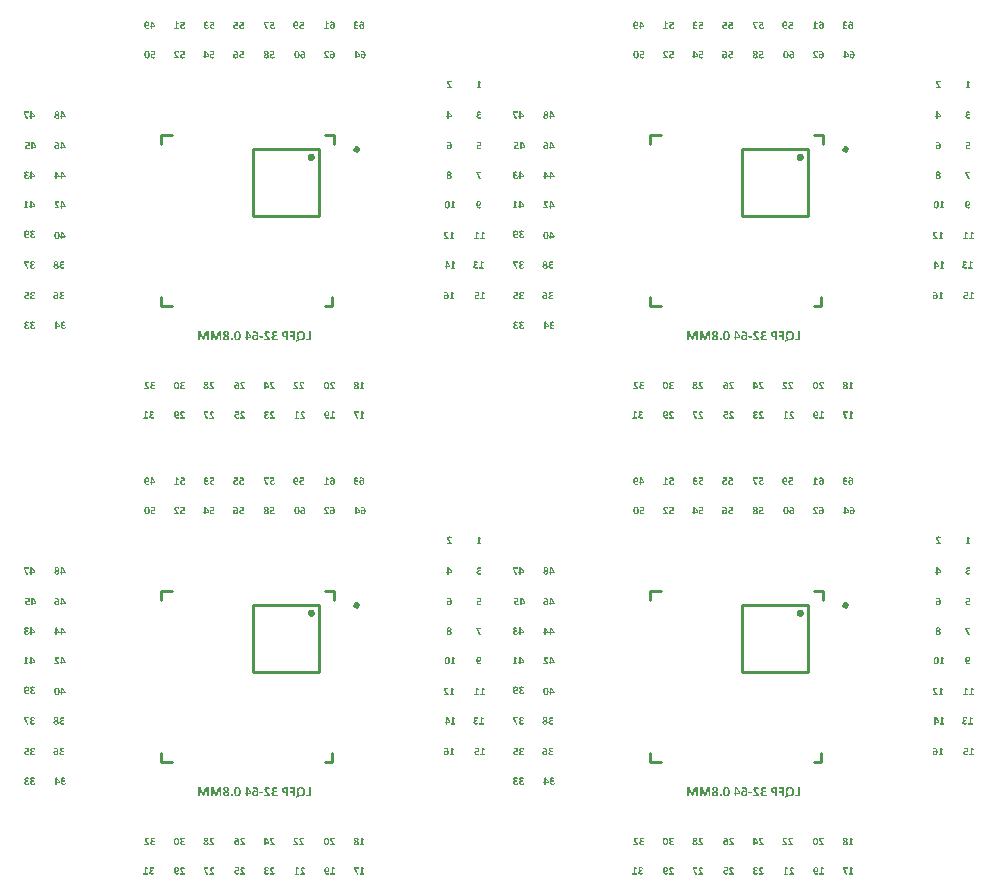
<source format=gbo>
G04*
G04 #@! TF.GenerationSoftware,Altium Limited,Altium Designer,22.0.2 (36)*
G04*
G04 Layer_Color=32896*
%FSLAX44Y44*%
%MOMM*%
G71*
G04*
G04 #@! TF.SameCoordinates,7C54838C-0965-49BE-8F7A-A0EB361EFC81*
G04*
G04*
G04 #@! TF.FilePolarity,Positive*
G04*
G01*
G75*
%ADD48C,0.2540*%
G36*
X707267Y747417D02*
X707373Y747405D01*
X707466Y747393D01*
X707548Y747382D01*
X707607Y747370D01*
X707654Y747358D01*
X707665D01*
X707864Y747311D01*
X707958Y747288D01*
X708028Y747264D01*
X708099Y747241D01*
X708145Y747218D01*
X708169Y747206D01*
X708180D01*
X708333Y747147D01*
X708450Y747089D01*
X708497Y747066D01*
X708532Y747042D01*
X708543Y747030D01*
X708555D01*
X708649Y746972D01*
X708707Y746937D01*
X708743Y746913D01*
X708754Y746901D01*
X708801Y746843D01*
X708824Y746820D01*
Y746808D01*
X708848Y746749D01*
X708860Y746726D01*
Y746714D01*
X708871Y746679D01*
Y746632D01*
Y746597D01*
Y746585D01*
Y746527D01*
Y746457D01*
Y746410D01*
Y746398D01*
Y746386D01*
Y746293D01*
Y746222D01*
Y746164D01*
Y746152D01*
X708860Y746094D01*
Y746047D01*
X708848Y746023D01*
Y746012D01*
X708824Y745988D01*
X708813Y745965D01*
X708801Y745953D01*
X708743Y745941D01*
X708719D01*
X708672Y745953D01*
X708614Y745976D01*
X708567Y746000D01*
X708543Y746012D01*
X708450Y746070D01*
X708356Y746129D01*
X708274Y746164D01*
X708262Y746176D01*
X708251D01*
X708110Y746246D01*
X707981Y746293D01*
X707935Y746316D01*
X707888Y746328D01*
X707864Y746339D01*
X707853D01*
X707689Y746386D01*
X707536Y746410D01*
X707478Y746421D01*
X707384D01*
X707232Y746410D01*
X707103Y746386D01*
X707056Y746375D01*
X707021Y746363D01*
X707010Y746351D01*
X706998D01*
X706881Y746304D01*
X706799Y746246D01*
X706752Y746211D01*
X706729Y746187D01*
X706658Y746117D01*
X706611Y746035D01*
X706588Y745976D01*
X706576Y745965D01*
Y745953D01*
X706541Y745848D01*
X706529Y745754D01*
X706518Y745672D01*
Y745660D01*
Y745649D01*
X706529Y745508D01*
X706553Y745391D01*
X706576Y745344D01*
X706588Y745309D01*
X706600Y745286D01*
Y745274D01*
X706670Y745157D01*
X706740Y745075D01*
X706799Y745016D01*
X706810Y744993D01*
X706822D01*
X706939Y744911D01*
X707056Y744852D01*
X707103Y744829D01*
X707150Y744817D01*
X707173Y744806D01*
X707185D01*
X707349Y744770D01*
X707513Y744759D01*
X707572Y744747D01*
X708216D01*
X708286Y744735D01*
X708309Y744724D01*
X708321D01*
X708368Y744677D01*
X708380Y744665D01*
Y744653D01*
X708391Y744606D01*
X708403Y744571D01*
X708415Y744525D01*
Y744513D01*
X708426Y744443D01*
Y744372D01*
Y744314D01*
Y744302D01*
Y744290D01*
Y744185D01*
X708415Y744115D01*
Y744056D01*
Y744044D01*
X708403Y743986D01*
X708391Y743939D01*
X708380Y743904D01*
Y743892D01*
X708356Y743869D01*
X708333Y743845D01*
X708321Y743834D01*
X708309D01*
X708239Y743822D01*
X707665D01*
X707431Y743810D01*
X707337Y743799D01*
X707255Y743787D01*
X707185Y743775D01*
X707138Y743763D01*
X707103Y743752D01*
X707092D01*
X706916Y743693D01*
X706846Y743658D01*
X706787Y743623D01*
X706740Y743599D01*
X706693Y743576D01*
X706682Y743564D01*
X706670Y743553D01*
X706565Y743459D01*
X706483Y743365D01*
X706436Y743295D01*
X706424Y743272D01*
Y743260D01*
X706366Y743131D01*
X706342Y743002D01*
X706330Y742955D01*
Y742909D01*
Y742885D01*
Y742874D01*
X706342Y742733D01*
X706366Y742616D01*
X706377Y742569D01*
X706389Y742534D01*
X706401Y742522D01*
Y742511D01*
X706459Y742405D01*
X706529Y742323D01*
X706588Y742265D01*
X706600Y742241D01*
X706611D01*
X706729Y742159D01*
X706834Y742112D01*
X706892Y742089D01*
X706927Y742077D01*
X706951Y742066D01*
X706963D01*
X707115Y742030D01*
X707267Y742019D01*
X707326Y742007D01*
X707419D01*
X707642Y742019D01*
X707736Y742030D01*
X707818Y742042D01*
X707888D01*
X707935Y742054D01*
X707970Y742066D01*
X707981D01*
X708145Y742112D01*
X708274Y742159D01*
X708333Y742183D01*
X708368Y742194D01*
X708391Y742206D01*
X708403D01*
X708520Y742253D01*
X708614Y742300D01*
X708672Y742335D01*
X708696Y742347D01*
X708766Y742393D01*
X708824Y742405D01*
X708848Y742417D01*
X708860D01*
X708906Y742405D01*
X708953Y742370D01*
X708965Y742335D01*
X708977Y742323D01*
X708988Y742288D01*
X709000Y742230D01*
X709012Y742136D01*
Y742077D01*
Y742042D01*
Y742019D01*
Y742007D01*
Y741913D01*
Y741831D01*
Y741785D01*
Y741761D01*
X709000Y741691D01*
Y741644D01*
X708988Y741609D01*
Y741597D01*
X708965Y741527D01*
X708953Y741504D01*
Y741492D01*
X708906Y741433D01*
X708895Y741422D01*
X708883Y741410D01*
X708836Y741375D01*
X708778Y741340D01*
X708731Y741304D01*
X708707Y741293D01*
X708590Y741246D01*
X708473Y741199D01*
X708426Y741176D01*
X708391Y741164D01*
X708368Y741152D01*
X708356D01*
X708180Y741117D01*
X708028Y741082D01*
X707958Y741070D01*
X707911Y741059D01*
X707876Y741047D01*
X707864D01*
X707654Y741023D01*
X707548Y741012D01*
X707455D01*
X707384Y741000D01*
X707080D01*
X706892Y741023D01*
X706729Y741035D01*
X706588Y741059D01*
X706471Y741082D01*
X706377Y741094D01*
X706330Y741117D01*
X706307D01*
X706143Y741176D01*
X706003Y741234D01*
X705874Y741293D01*
X705757Y741351D01*
X705675Y741410D01*
X705604Y741457D01*
X705557Y741480D01*
X705546Y741492D01*
X705429Y741585D01*
X705335Y741691D01*
X705253Y741796D01*
X705183Y741890D01*
X705124Y741972D01*
X705089Y742042D01*
X705066Y742089D01*
X705054Y742101D01*
X704995Y742241D01*
X704949Y742382D01*
X704913Y742522D01*
X704890Y742651D01*
X704878Y742756D01*
X704867Y742838D01*
Y742897D01*
Y742920D01*
X704878Y743119D01*
X704902Y743213D01*
X704913Y743295D01*
X704937Y743354D01*
X704960Y743400D01*
X704972Y743436D01*
Y743447D01*
X705054Y743623D01*
X705136Y743752D01*
X705183Y743810D01*
X705206Y743845D01*
X705230Y743869D01*
X705241Y743880D01*
X705382Y744009D01*
X705534Y744115D01*
X705593Y744150D01*
X705639Y744173D01*
X705675Y744197D01*
X705686D01*
X705885Y744279D01*
X705979Y744314D01*
X706073Y744337D01*
X706143Y744349D01*
X706202Y744361D01*
X706248Y744372D01*
X706260D01*
Y744384D01*
X706073Y744443D01*
X705991Y744478D01*
X705920Y744513D01*
X705862Y744536D01*
X705815Y744560D01*
X705792Y744583D01*
X705780D01*
X705639Y744688D01*
X705534Y744794D01*
X705487Y744829D01*
X705464Y744864D01*
X705440Y744887D01*
Y744899D01*
X705347Y745051D01*
X705276Y745192D01*
X705253Y745250D01*
X705241Y745297D01*
X705230Y745332D01*
Y745344D01*
X705183Y745531D01*
X705159Y745695D01*
X705148Y745766D01*
Y745824D01*
Y745859D01*
Y745871D01*
Y746000D01*
X705171Y746129D01*
X705183Y746234D01*
X705206Y746339D01*
X705230Y746410D01*
X705253Y746480D01*
X705265Y746515D01*
X705276Y746527D01*
X705323Y746632D01*
X705382Y746726D01*
X705440Y746808D01*
X705499Y746878D01*
X705557Y746937D01*
X705604Y746983D01*
X705628Y747007D01*
X705639Y747019D01*
X705827Y747147D01*
X706014Y747241D01*
X706096Y747276D01*
X706166Y747300D01*
X706213Y747323D01*
X706225D01*
X706494Y747382D01*
X706623Y747405D01*
X706752Y747417D01*
X706857Y747429D01*
X707021D01*
X707267Y747417D01*
D02*
G37*
G36*
X580326D02*
X580431Y747405D01*
X580525Y747393D01*
X580607Y747382D01*
X580665Y747370D01*
X580712Y747358D01*
X580724D01*
X580923Y747311D01*
X581017Y747288D01*
X581087Y747264D01*
X581157Y747241D01*
X581204Y747218D01*
X581227Y747206D01*
X581239D01*
X581391Y747147D01*
X581508Y747089D01*
X581555Y747066D01*
X581590Y747042D01*
X581602Y747030D01*
X581614D01*
X581707Y746972D01*
X581766Y746937D01*
X581801Y746913D01*
X581813Y746901D01*
X581860Y746843D01*
X581883Y746820D01*
Y746808D01*
X581906Y746749D01*
X581918Y746726D01*
Y746714D01*
X581930Y746679D01*
Y746632D01*
Y746597D01*
Y746585D01*
Y746527D01*
Y746457D01*
Y746410D01*
Y746398D01*
Y746386D01*
Y746293D01*
Y746222D01*
Y746164D01*
Y746152D01*
X581918Y746094D01*
Y746047D01*
X581906Y746023D01*
Y746012D01*
X581883Y745988D01*
X581871Y745965D01*
X581860Y745953D01*
X581801Y745941D01*
X581778D01*
X581731Y745953D01*
X581672Y745976D01*
X581625Y746000D01*
X581602Y746012D01*
X581508Y746070D01*
X581415Y746129D01*
X581333Y746164D01*
X581321Y746176D01*
X581309D01*
X581169Y746246D01*
X581040Y746293D01*
X580993Y746316D01*
X580946Y746328D01*
X580923Y746339D01*
X580911D01*
X580747Y746386D01*
X580595Y746410D01*
X580536Y746421D01*
X580443D01*
X580290Y746410D01*
X580162Y746386D01*
X580115Y746375D01*
X580080Y746363D01*
X580068Y746351D01*
X580056D01*
X579939Y746304D01*
X579857Y746246D01*
X579810Y746211D01*
X579787Y746187D01*
X579717Y746117D01*
X579670Y746035D01*
X579646Y745976D01*
X579635Y745965D01*
Y745953D01*
X579600Y745848D01*
X579588Y745754D01*
X579576Y745672D01*
Y745660D01*
Y745649D01*
X579588Y745508D01*
X579611Y745391D01*
X579635Y745344D01*
X579646Y745309D01*
X579658Y745286D01*
Y745274D01*
X579729Y745157D01*
X579799Y745075D01*
X579857Y745016D01*
X579869Y744993D01*
X579881D01*
X579998Y744911D01*
X580115Y744852D01*
X580162Y744829D01*
X580209Y744817D01*
X580232Y744806D01*
X580244D01*
X580408Y744770D01*
X580572Y744759D01*
X580630Y744747D01*
X581274D01*
X581344Y744735D01*
X581368Y744724D01*
X581380D01*
X581426Y744677D01*
X581438Y744665D01*
Y744653D01*
X581450Y744606D01*
X581461Y744571D01*
X581473Y744525D01*
Y744513D01*
X581485Y744443D01*
Y744372D01*
Y744314D01*
Y744302D01*
Y744290D01*
Y744185D01*
X581473Y744115D01*
Y744056D01*
Y744044D01*
X581461Y743986D01*
X581450Y743939D01*
X581438Y743904D01*
Y743892D01*
X581415Y743869D01*
X581391Y743845D01*
X581380Y743834D01*
X581368D01*
X581297Y743822D01*
X580724D01*
X580490Y743810D01*
X580396Y743799D01*
X580314Y743787D01*
X580244Y743775D01*
X580197Y743763D01*
X580162Y743752D01*
X580150D01*
X579974Y743693D01*
X579904Y743658D01*
X579846Y743623D01*
X579799Y743599D01*
X579752Y743576D01*
X579740Y743564D01*
X579729Y743553D01*
X579623Y743459D01*
X579541Y743365D01*
X579494Y743295D01*
X579483Y743272D01*
Y743260D01*
X579424Y743131D01*
X579401Y743002D01*
X579389Y742955D01*
Y742909D01*
Y742885D01*
Y742874D01*
X579401Y742733D01*
X579424Y742616D01*
X579436Y742569D01*
X579448Y742534D01*
X579459Y742522D01*
Y742511D01*
X579518Y742405D01*
X579588Y742323D01*
X579646Y742265D01*
X579658Y742241D01*
X579670D01*
X579787Y742159D01*
X579892Y742112D01*
X579951Y742089D01*
X579986Y742077D01*
X580009Y742066D01*
X580021D01*
X580173Y742030D01*
X580326Y742019D01*
X580384Y742007D01*
X580478D01*
X580700Y742019D01*
X580794Y742030D01*
X580876Y742042D01*
X580946D01*
X580993Y742054D01*
X581028Y742066D01*
X581040D01*
X581204Y742112D01*
X581333Y742159D01*
X581391Y742183D01*
X581426Y742194D01*
X581450Y742206D01*
X581461D01*
X581579Y742253D01*
X581672Y742300D01*
X581731Y742335D01*
X581754Y742347D01*
X581824Y742393D01*
X581883Y742405D01*
X581906Y742417D01*
X581918D01*
X581965Y742405D01*
X582012Y742370D01*
X582024Y742335D01*
X582035Y742323D01*
X582047Y742288D01*
X582059Y742230D01*
X582070Y742136D01*
Y742077D01*
Y742042D01*
Y742019D01*
Y742007D01*
Y741913D01*
Y741831D01*
Y741785D01*
Y741761D01*
X582059Y741691D01*
Y741644D01*
X582047Y741609D01*
Y741597D01*
X582024Y741527D01*
X582012Y741504D01*
Y741492D01*
X581965Y741433D01*
X581953Y741422D01*
X581942Y741410D01*
X581895Y741375D01*
X581836Y741340D01*
X581789Y741304D01*
X581766Y741293D01*
X581649Y741246D01*
X581532Y741199D01*
X581485Y741176D01*
X581450Y741164D01*
X581426Y741152D01*
X581415D01*
X581239Y741117D01*
X581087Y741082D01*
X581017Y741070D01*
X580970Y741059D01*
X580935Y741047D01*
X580923D01*
X580712Y741023D01*
X580607Y741012D01*
X580513D01*
X580443Y741000D01*
X580138D01*
X579951Y741023D01*
X579787Y741035D01*
X579646Y741059D01*
X579529Y741082D01*
X579436Y741094D01*
X579389Y741117D01*
X579366D01*
X579202Y741176D01*
X579061Y741234D01*
X578932Y741293D01*
X578815Y741351D01*
X578733Y741410D01*
X578663Y741457D01*
X578616Y741480D01*
X578604Y741492D01*
X578487Y741585D01*
X578394Y741691D01*
X578312Y741796D01*
X578241Y741890D01*
X578183Y741972D01*
X578148Y742042D01*
X578124Y742089D01*
X578113Y742101D01*
X578054Y742241D01*
X578007Y742382D01*
X577972Y742522D01*
X577949Y742651D01*
X577937Y742756D01*
X577925Y742838D01*
Y742897D01*
Y742920D01*
X577937Y743119D01*
X577960Y743213D01*
X577972Y743295D01*
X577995Y743354D01*
X578019Y743400D01*
X578031Y743436D01*
Y743447D01*
X578113Y743623D01*
X578195Y743752D01*
X578241Y743810D01*
X578265Y743845D01*
X578288Y743869D01*
X578300Y743880D01*
X578440Y744009D01*
X578593Y744115D01*
X578651Y744150D01*
X578698Y744173D01*
X578733Y744197D01*
X578745D01*
X578944Y744279D01*
X579038Y744314D01*
X579131Y744337D01*
X579202Y744349D01*
X579260Y744361D01*
X579307Y744372D01*
X579319D01*
Y744384D01*
X579131Y744443D01*
X579049Y744478D01*
X578979Y744513D01*
X578921Y744536D01*
X578874Y744560D01*
X578850Y744583D01*
X578839D01*
X578698Y744688D01*
X578593Y744794D01*
X578546Y744829D01*
X578522Y744864D01*
X578499Y744887D01*
Y744899D01*
X578405Y745051D01*
X578335Y745192D01*
X578312Y745250D01*
X578300Y745297D01*
X578288Y745332D01*
Y745344D01*
X578241Y745531D01*
X578218Y745695D01*
X578206Y745766D01*
Y745824D01*
Y745859D01*
Y745871D01*
Y746000D01*
X578230Y746129D01*
X578241Y746234D01*
X578265Y746339D01*
X578288Y746410D01*
X578312Y746480D01*
X578323Y746515D01*
X578335Y746527D01*
X578382Y746632D01*
X578440Y746726D01*
X578499Y746808D01*
X578558Y746878D01*
X578616Y746937D01*
X578663Y746983D01*
X578686Y747007D01*
X578698Y747019D01*
X578885Y747147D01*
X579073Y747241D01*
X579155Y747276D01*
X579225Y747300D01*
X579272Y747323D01*
X579283D01*
X579553Y747382D01*
X579682Y747405D01*
X579810Y747417D01*
X579916Y747429D01*
X580080D01*
X580326Y747417D01*
D02*
G37*
G36*
X293267D02*
X293372Y747405D01*
X293466Y747393D01*
X293548Y747382D01*
X293607Y747370D01*
X293654Y747358D01*
X293665D01*
X293864Y747311D01*
X293958Y747288D01*
X294028Y747264D01*
X294098Y747241D01*
X294145Y747218D01*
X294169Y747206D01*
X294180D01*
X294333Y747147D01*
X294450Y747089D01*
X294497Y747066D01*
X294532Y747042D01*
X294543Y747030D01*
X294555D01*
X294649Y746972D01*
X294707Y746937D01*
X294743Y746913D01*
X294754Y746901D01*
X294801Y746843D01*
X294824Y746820D01*
Y746808D01*
X294848Y746749D01*
X294860Y746726D01*
Y746714D01*
X294871Y746679D01*
Y746632D01*
Y746597D01*
Y746585D01*
Y746527D01*
Y746457D01*
Y746410D01*
Y746398D01*
Y746386D01*
Y746293D01*
Y746222D01*
Y746164D01*
Y746152D01*
X294860Y746094D01*
Y746047D01*
X294848Y746023D01*
Y746012D01*
X294824Y745988D01*
X294813Y745965D01*
X294801Y745953D01*
X294743Y745941D01*
X294719D01*
X294672Y745953D01*
X294614Y745976D01*
X294567Y746000D01*
X294543Y746012D01*
X294450Y746070D01*
X294356Y746129D01*
X294274Y746164D01*
X294262Y746176D01*
X294251D01*
X294110Y746246D01*
X293981Y746293D01*
X293934Y746316D01*
X293888Y746328D01*
X293864Y746339D01*
X293853D01*
X293689Y746386D01*
X293536Y746410D01*
X293478Y746421D01*
X293384D01*
X293232Y746410D01*
X293103Y746386D01*
X293056Y746375D01*
X293021Y746363D01*
X293009Y746351D01*
X292998D01*
X292881Y746304D01*
X292799Y746246D01*
X292752Y746211D01*
X292728Y746187D01*
X292658Y746117D01*
X292611Y746035D01*
X292588Y745976D01*
X292576Y745965D01*
Y745953D01*
X292541Y745848D01*
X292529Y745754D01*
X292518Y745672D01*
Y745660D01*
Y745649D01*
X292529Y745508D01*
X292553Y745391D01*
X292576Y745344D01*
X292588Y745309D01*
X292600Y745286D01*
Y745274D01*
X292670Y745157D01*
X292740Y745075D01*
X292799Y745016D01*
X292810Y744993D01*
X292822D01*
X292939Y744911D01*
X293056Y744852D01*
X293103Y744829D01*
X293150Y744817D01*
X293173Y744806D01*
X293185D01*
X293349Y744770D01*
X293513Y744759D01*
X293571Y744747D01*
X294216D01*
X294286Y744735D01*
X294309Y744724D01*
X294321D01*
X294368Y744677D01*
X294380Y744665D01*
Y744653D01*
X294391Y744606D01*
X294403Y744571D01*
X294415Y744525D01*
Y744513D01*
X294426Y744443D01*
Y744372D01*
Y744314D01*
Y744302D01*
Y744290D01*
Y744185D01*
X294415Y744115D01*
Y744056D01*
Y744044D01*
X294403Y743986D01*
X294391Y743939D01*
X294380Y743904D01*
Y743892D01*
X294356Y743869D01*
X294333Y743845D01*
X294321Y743834D01*
X294309D01*
X294239Y743822D01*
X293665D01*
X293431Y743810D01*
X293337Y743799D01*
X293255Y743787D01*
X293185Y743775D01*
X293138Y743763D01*
X293103Y743752D01*
X293091D01*
X292916Y743693D01*
X292845Y743658D01*
X292787Y743623D01*
X292740Y743599D01*
X292693Y743576D01*
X292682Y743564D01*
X292670Y743553D01*
X292565Y743459D01*
X292482Y743365D01*
X292436Y743295D01*
X292424Y743272D01*
Y743260D01*
X292365Y743131D01*
X292342Y743002D01*
X292330Y742955D01*
Y742909D01*
Y742885D01*
Y742874D01*
X292342Y742733D01*
X292365Y742616D01*
X292377Y742569D01*
X292389Y742534D01*
X292401Y742522D01*
Y742511D01*
X292459Y742405D01*
X292529Y742323D01*
X292588Y742265D01*
X292600Y742241D01*
X292611D01*
X292728Y742159D01*
X292834Y742112D01*
X292892Y742089D01*
X292927Y742077D01*
X292951Y742066D01*
X292963D01*
X293115Y742030D01*
X293267Y742019D01*
X293326Y742007D01*
X293419D01*
X293642Y742019D01*
X293736Y742030D01*
X293817Y742042D01*
X293888D01*
X293934Y742054D01*
X293970Y742066D01*
X293981D01*
X294145Y742112D01*
X294274Y742159D01*
X294333Y742183D01*
X294368Y742194D01*
X294391Y742206D01*
X294403D01*
X294520Y742253D01*
X294614Y742300D01*
X294672Y742335D01*
X294696Y742347D01*
X294766Y742393D01*
X294824Y742405D01*
X294848Y742417D01*
X294860D01*
X294906Y742405D01*
X294953Y742370D01*
X294965Y742335D01*
X294977Y742323D01*
X294988Y742288D01*
X295000Y742230D01*
X295012Y742136D01*
Y742077D01*
Y742042D01*
Y742019D01*
Y742007D01*
Y741913D01*
Y741831D01*
Y741785D01*
Y741761D01*
X295000Y741691D01*
Y741644D01*
X294988Y741609D01*
Y741597D01*
X294965Y741527D01*
X294953Y741504D01*
Y741492D01*
X294906Y741433D01*
X294895Y741422D01*
X294883Y741410D01*
X294836Y741375D01*
X294778Y741340D01*
X294731Y741304D01*
X294707Y741293D01*
X294590Y741246D01*
X294473Y741199D01*
X294426Y741176D01*
X294391Y741164D01*
X294368Y741152D01*
X294356D01*
X294180Y741117D01*
X294028Y741082D01*
X293958Y741070D01*
X293911Y741059D01*
X293876Y741047D01*
X293864D01*
X293654Y741023D01*
X293548Y741012D01*
X293454D01*
X293384Y741000D01*
X293080D01*
X292892Y741023D01*
X292728Y741035D01*
X292588Y741059D01*
X292471Y741082D01*
X292377Y741094D01*
X292330Y741117D01*
X292307D01*
X292143Y741176D01*
X292003Y741234D01*
X291874Y741293D01*
X291757Y741351D01*
X291675Y741410D01*
X291604Y741457D01*
X291558Y741480D01*
X291546Y741492D01*
X291429Y741585D01*
X291335Y741691D01*
X291253Y741796D01*
X291183Y741890D01*
X291124Y741972D01*
X291089Y742042D01*
X291066Y742089D01*
X291054Y742101D01*
X290996Y742241D01*
X290949Y742382D01*
X290914Y742522D01*
X290890Y742651D01*
X290878Y742756D01*
X290867Y742838D01*
Y742897D01*
Y742920D01*
X290878Y743119D01*
X290902Y743213D01*
X290914Y743295D01*
X290937Y743354D01*
X290960Y743400D01*
X290972Y743436D01*
Y743447D01*
X291054Y743623D01*
X291136Y743752D01*
X291183Y743810D01*
X291206Y743845D01*
X291230Y743869D01*
X291241Y743880D01*
X291382Y744009D01*
X291534Y744115D01*
X291593Y744150D01*
X291639Y744173D01*
X291675Y744197D01*
X291686D01*
X291885Y744279D01*
X291979Y744314D01*
X292073Y744337D01*
X292143Y744349D01*
X292201Y744361D01*
X292248Y744372D01*
X292260D01*
Y744384D01*
X292073Y744443D01*
X291991Y744478D01*
X291921Y744513D01*
X291862Y744536D01*
X291815Y744560D01*
X291792Y744583D01*
X291780D01*
X291639Y744688D01*
X291534Y744794D01*
X291487Y744829D01*
X291464Y744864D01*
X291440Y744887D01*
Y744899D01*
X291347Y745051D01*
X291276Y745192D01*
X291253Y745250D01*
X291241Y745297D01*
X291230Y745332D01*
Y745344D01*
X291183Y745531D01*
X291159Y745695D01*
X291148Y745766D01*
Y745824D01*
Y745859D01*
Y745871D01*
Y746000D01*
X291171Y746129D01*
X291183Y746234D01*
X291206Y746339D01*
X291230Y746410D01*
X291253Y746480D01*
X291265Y746515D01*
X291276Y746527D01*
X291323Y746632D01*
X291382Y746726D01*
X291440Y746808D01*
X291499Y746878D01*
X291558Y746937D01*
X291604Y746983D01*
X291628Y747007D01*
X291639Y747019D01*
X291827Y747147D01*
X292014Y747241D01*
X292096Y747276D01*
X292166Y747300D01*
X292213Y747323D01*
X292225D01*
X292494Y747382D01*
X292623Y747405D01*
X292752Y747417D01*
X292857Y747429D01*
X293021D01*
X293267Y747417D01*
D02*
G37*
G36*
X166326D02*
X166431Y747405D01*
X166525Y747393D01*
X166607Y747382D01*
X166665Y747370D01*
X166712Y747358D01*
X166724D01*
X166923Y747311D01*
X167017Y747288D01*
X167087Y747264D01*
X167157Y747241D01*
X167204Y747218D01*
X167227Y747206D01*
X167239D01*
X167391Y747147D01*
X167508Y747089D01*
X167555Y747066D01*
X167590Y747042D01*
X167602Y747030D01*
X167614D01*
X167707Y746972D01*
X167766Y746937D01*
X167801Y746913D01*
X167813Y746901D01*
X167860Y746843D01*
X167883Y746820D01*
Y746808D01*
X167906Y746749D01*
X167918Y746726D01*
Y746714D01*
X167930Y746679D01*
Y746632D01*
Y746597D01*
Y746585D01*
Y746527D01*
Y746457D01*
Y746410D01*
Y746398D01*
Y746386D01*
Y746293D01*
Y746222D01*
Y746164D01*
Y746152D01*
X167918Y746094D01*
Y746047D01*
X167906Y746023D01*
Y746012D01*
X167883Y745988D01*
X167871Y745965D01*
X167860Y745953D01*
X167801Y745941D01*
X167778D01*
X167731Y745953D01*
X167672Y745976D01*
X167625Y746000D01*
X167602Y746012D01*
X167508Y746070D01*
X167415Y746129D01*
X167333Y746164D01*
X167321Y746176D01*
X167309D01*
X167169Y746246D01*
X167040Y746293D01*
X166993Y746316D01*
X166946Y746328D01*
X166923Y746339D01*
X166911D01*
X166747Y746386D01*
X166595Y746410D01*
X166536Y746421D01*
X166443D01*
X166290Y746410D01*
X166162Y746386D01*
X166115Y746375D01*
X166080Y746363D01*
X166068Y746351D01*
X166056D01*
X165939Y746304D01*
X165857Y746246D01*
X165810Y746211D01*
X165787Y746187D01*
X165717Y746117D01*
X165670Y746035D01*
X165646Y745976D01*
X165635Y745965D01*
Y745953D01*
X165600Y745848D01*
X165588Y745754D01*
X165576Y745672D01*
Y745660D01*
Y745649D01*
X165588Y745508D01*
X165611Y745391D01*
X165635Y745344D01*
X165646Y745309D01*
X165658Y745286D01*
Y745274D01*
X165728Y745157D01*
X165799Y745075D01*
X165857Y745016D01*
X165869Y744993D01*
X165881D01*
X165998Y744911D01*
X166115Y744852D01*
X166162Y744829D01*
X166208Y744817D01*
X166232Y744806D01*
X166244D01*
X166408Y744770D01*
X166572Y744759D01*
X166630Y744747D01*
X167274D01*
X167344Y744735D01*
X167368Y744724D01*
X167379D01*
X167426Y744677D01*
X167438Y744665D01*
Y744653D01*
X167450Y744606D01*
X167461Y744571D01*
X167473Y744525D01*
Y744513D01*
X167485Y744443D01*
Y744372D01*
Y744314D01*
Y744302D01*
Y744290D01*
Y744185D01*
X167473Y744115D01*
Y744056D01*
Y744044D01*
X167461Y743986D01*
X167450Y743939D01*
X167438Y743904D01*
Y743892D01*
X167415Y743869D01*
X167391Y743845D01*
X167379Y743834D01*
X167368D01*
X167297Y743822D01*
X166724D01*
X166490Y743810D01*
X166396Y743799D01*
X166314Y743787D01*
X166244Y743775D01*
X166197Y743763D01*
X166162Y743752D01*
X166150D01*
X165974Y743693D01*
X165904Y743658D01*
X165846Y743623D01*
X165799Y743599D01*
X165752Y743576D01*
X165740Y743564D01*
X165728Y743553D01*
X165623Y743459D01*
X165541Y743365D01*
X165494Y743295D01*
X165483Y743272D01*
Y743260D01*
X165424Y743131D01*
X165401Y743002D01*
X165389Y742955D01*
Y742909D01*
Y742885D01*
Y742874D01*
X165401Y742733D01*
X165424Y742616D01*
X165436Y742569D01*
X165447Y742534D01*
X165459Y742522D01*
Y742511D01*
X165518Y742405D01*
X165588Y742323D01*
X165646Y742265D01*
X165658Y742241D01*
X165670D01*
X165787Y742159D01*
X165892Y742112D01*
X165951Y742089D01*
X165986Y742077D01*
X166010Y742066D01*
X166021D01*
X166173Y742030D01*
X166326Y742019D01*
X166384Y742007D01*
X166478D01*
X166700Y742019D01*
X166794Y742030D01*
X166876Y742042D01*
X166946D01*
X166993Y742054D01*
X167028Y742066D01*
X167040D01*
X167204Y742112D01*
X167333Y742159D01*
X167391Y742183D01*
X167426Y742194D01*
X167450Y742206D01*
X167461D01*
X167579Y742253D01*
X167672Y742300D01*
X167731Y742335D01*
X167754Y742347D01*
X167824Y742393D01*
X167883Y742405D01*
X167906Y742417D01*
X167918D01*
X167965Y742405D01*
X168012Y742370D01*
X168023Y742335D01*
X168035Y742323D01*
X168047Y742288D01*
X168059Y742230D01*
X168070Y742136D01*
Y742077D01*
Y742042D01*
Y742019D01*
Y742007D01*
Y741913D01*
Y741831D01*
Y741785D01*
Y741761D01*
X168059Y741691D01*
Y741644D01*
X168047Y741609D01*
Y741597D01*
X168023Y741527D01*
X168012Y741504D01*
Y741492D01*
X167965Y741433D01*
X167953Y741422D01*
X167941Y741410D01*
X167895Y741375D01*
X167836Y741340D01*
X167789Y741304D01*
X167766Y741293D01*
X167649Y741246D01*
X167532Y741199D01*
X167485Y741176D01*
X167450Y741164D01*
X167426Y741152D01*
X167415D01*
X167239Y741117D01*
X167087Y741082D01*
X167017Y741070D01*
X166970Y741059D01*
X166935Y741047D01*
X166923D01*
X166712Y741023D01*
X166607Y741012D01*
X166513D01*
X166443Y741000D01*
X166138D01*
X165951Y741023D01*
X165787Y741035D01*
X165646Y741059D01*
X165529Y741082D01*
X165436Y741094D01*
X165389Y741117D01*
X165366D01*
X165201Y741176D01*
X165061Y741234D01*
X164932Y741293D01*
X164815Y741351D01*
X164733Y741410D01*
X164663Y741457D01*
X164616Y741480D01*
X164604Y741492D01*
X164487Y741585D01*
X164394Y741691D01*
X164312Y741796D01*
X164241Y741890D01*
X164183Y741972D01*
X164148Y742042D01*
X164124Y742089D01*
X164112Y742101D01*
X164054Y742241D01*
X164007Y742382D01*
X163972Y742522D01*
X163949Y742651D01*
X163937Y742756D01*
X163925Y742838D01*
Y742897D01*
Y742920D01*
X163937Y743119D01*
X163960Y743213D01*
X163972Y743295D01*
X163995Y743354D01*
X164019Y743400D01*
X164031Y743436D01*
Y743447D01*
X164112Y743623D01*
X164195Y743752D01*
X164241Y743810D01*
X164265Y743845D01*
X164288Y743869D01*
X164300Y743880D01*
X164440Y744009D01*
X164593Y744115D01*
X164651Y744150D01*
X164698Y744173D01*
X164733Y744197D01*
X164745D01*
X164944Y744279D01*
X165038Y744314D01*
X165131Y744337D01*
X165201Y744349D01*
X165260Y744361D01*
X165307Y744372D01*
X165319D01*
Y744384D01*
X165131Y744443D01*
X165049Y744478D01*
X164979Y744513D01*
X164921Y744536D01*
X164874Y744560D01*
X164850Y744583D01*
X164839D01*
X164698Y744688D01*
X164593Y744794D01*
X164546Y744829D01*
X164522Y744864D01*
X164499Y744887D01*
Y744899D01*
X164405Y745051D01*
X164335Y745192D01*
X164312Y745250D01*
X164300Y745297D01*
X164288Y745332D01*
Y745344D01*
X164241Y745531D01*
X164218Y745695D01*
X164206Y745766D01*
Y745824D01*
Y745859D01*
Y745871D01*
Y746000D01*
X164230Y746129D01*
X164241Y746234D01*
X164265Y746339D01*
X164288Y746410D01*
X164312Y746480D01*
X164323Y746515D01*
X164335Y746527D01*
X164382Y746632D01*
X164440Y746726D01*
X164499Y746808D01*
X164557Y746878D01*
X164616Y746937D01*
X164663Y746983D01*
X164686Y747007D01*
X164698Y747019D01*
X164885Y747147D01*
X165073Y747241D01*
X165155Y747276D01*
X165225Y747300D01*
X165272Y747323D01*
X165284D01*
X165553Y747382D01*
X165682Y747405D01*
X165810Y747417D01*
X165916Y747429D01*
X166080D01*
X166326Y747417D01*
D02*
G37*
G36*
X681892Y747346D02*
X682010D01*
X682045Y747335D01*
X682127D01*
X682138Y747323D01*
X682150D01*
X682197Y747300D01*
X682209Y747288D01*
X683543Y746421D01*
X683614Y746375D01*
X683625Y746363D01*
X683637Y746351D01*
X683672Y746293D01*
X683684Y746269D01*
Y746257D01*
X683707Y746187D01*
Y746152D01*
Y746140D01*
Y746082D01*
Y746023D01*
Y745976D01*
Y745953D01*
Y745824D01*
X683696Y745742D01*
Y745684D01*
Y745660D01*
X683684Y745602D01*
X683672Y745555D01*
X683649Y745531D01*
Y745520D01*
X683614Y745496D01*
X683532D01*
X683473Y745508D01*
X683415Y745531D01*
X683368Y745555D01*
X683356Y745567D01*
X682349Y746117D01*
Y742077D01*
X683543D01*
X683567Y742066D01*
X683579Y742054D01*
X683590Y742042D01*
X683614Y742019D01*
X683637Y741995D01*
X683649Y741972D01*
Y741960D01*
X683661Y741913D01*
X683672Y741867D01*
X683684Y741820D01*
Y741808D01*
X683696Y741738D01*
Y741656D01*
Y741597D01*
Y741585D01*
Y741574D01*
Y741480D01*
X683684Y741410D01*
Y741363D01*
Y741351D01*
X683672Y741293D01*
X683661Y741246D01*
X683649Y741211D01*
Y741199D01*
X683614Y741152D01*
X683590Y741129D01*
X683543Y741105D01*
X680089D01*
X680031Y741117D01*
X680007Y741129D01*
X679960Y741176D01*
X679949Y741187D01*
Y741199D01*
X679937Y741246D01*
X679925Y741293D01*
X679913Y741340D01*
Y741351D01*
X679902Y741422D01*
X679890Y741504D01*
Y741550D01*
Y741574D01*
Y741667D01*
X679902Y741749D01*
X679913Y741796D01*
Y741808D01*
X679925Y741867D01*
X679937Y741925D01*
X679949Y741948D01*
Y741960D01*
X679972Y741995D01*
X679984Y742019D01*
X679995Y742042D01*
X680007D01*
X680031Y742066D01*
X680066Y742077D01*
X681096D01*
Y747206D01*
X681108Y747253D01*
X681120Y747264D01*
X681143Y747288D01*
X681166Y747300D01*
X681190Y747311D01*
X681202D01*
X681248Y747323D01*
X681307Y747335D01*
X681354Y747346D01*
X681377D01*
X681471Y747358D01*
X681834D01*
X681892Y747346D01*
D02*
G37*
G36*
X554951D02*
X555068D01*
X555103Y747335D01*
X555185D01*
X555197Y747323D01*
X555209D01*
X555255Y747300D01*
X555267Y747288D01*
X556602Y746421D01*
X556672Y746375D01*
X556684Y746363D01*
X556696Y746351D01*
X556731Y746293D01*
X556743Y746269D01*
Y746257D01*
X556766Y746187D01*
Y746152D01*
Y746140D01*
Y746082D01*
Y746023D01*
Y745976D01*
Y745953D01*
Y745824D01*
X556754Y745742D01*
Y745684D01*
Y745660D01*
X556743Y745602D01*
X556731Y745555D01*
X556707Y745531D01*
Y745520D01*
X556672Y745496D01*
X556590D01*
X556532Y745508D01*
X556473Y745531D01*
X556426Y745555D01*
X556415Y745567D01*
X555408Y746117D01*
Y742077D01*
X556602D01*
X556625Y742066D01*
X556637Y742054D01*
X556649Y742042D01*
X556672Y742019D01*
X556696Y741995D01*
X556707Y741972D01*
Y741960D01*
X556719Y741913D01*
X556731Y741867D01*
X556743Y741820D01*
Y741808D01*
X556754Y741738D01*
Y741656D01*
Y741597D01*
Y741585D01*
Y741574D01*
Y741480D01*
X556743Y741410D01*
Y741363D01*
Y741351D01*
X556731Y741293D01*
X556719Y741246D01*
X556707Y741211D01*
Y741199D01*
X556672Y741152D01*
X556649Y741129D01*
X556602Y741105D01*
X553148D01*
X553089Y741117D01*
X553066Y741129D01*
X553019Y741176D01*
X553007Y741187D01*
Y741199D01*
X552995Y741246D01*
X552984Y741293D01*
X552972Y741340D01*
Y741351D01*
X552960Y741422D01*
X552949Y741504D01*
Y741550D01*
Y741574D01*
Y741667D01*
X552960Y741749D01*
X552972Y741796D01*
Y741808D01*
X552984Y741867D01*
X552995Y741925D01*
X553007Y741948D01*
Y741960D01*
X553031Y741995D01*
X553042Y742019D01*
X553054Y742042D01*
X553066D01*
X553089Y742066D01*
X553124Y742077D01*
X554155D01*
Y747206D01*
X554166Y747253D01*
X554178Y747264D01*
X554202Y747288D01*
X554225Y747300D01*
X554248Y747311D01*
X554260D01*
X554307Y747323D01*
X554366Y747335D01*
X554412Y747346D01*
X554436D01*
X554529Y747358D01*
X554892D01*
X554951Y747346D01*
D02*
G37*
G36*
X267892D02*
X268009D01*
X268045Y747335D01*
X268127D01*
X268138Y747323D01*
X268150D01*
X268197Y747300D01*
X268209Y747288D01*
X269543Y746421D01*
X269614Y746375D01*
X269625Y746363D01*
X269637Y746351D01*
X269672Y746293D01*
X269684Y746269D01*
Y746257D01*
X269707Y746187D01*
Y746152D01*
Y746140D01*
Y746082D01*
Y746023D01*
Y745976D01*
Y745953D01*
Y745824D01*
X269696Y745742D01*
Y745684D01*
Y745660D01*
X269684Y745602D01*
X269672Y745555D01*
X269649Y745531D01*
Y745520D01*
X269614Y745496D01*
X269532D01*
X269473Y745508D01*
X269415Y745531D01*
X269368Y745555D01*
X269356Y745567D01*
X268349Y746117D01*
Y742077D01*
X269543D01*
X269567Y742066D01*
X269578Y742054D01*
X269590Y742042D01*
X269614Y742019D01*
X269637Y741995D01*
X269649Y741972D01*
Y741960D01*
X269660Y741913D01*
X269672Y741867D01*
X269684Y741820D01*
Y741808D01*
X269696Y741738D01*
Y741656D01*
Y741597D01*
Y741585D01*
Y741574D01*
Y741480D01*
X269684Y741410D01*
Y741363D01*
Y741351D01*
X269672Y741293D01*
X269660Y741246D01*
X269649Y741211D01*
Y741199D01*
X269614Y741152D01*
X269590Y741129D01*
X269543Y741105D01*
X266089D01*
X266031Y741117D01*
X266007Y741129D01*
X265960Y741176D01*
X265949Y741187D01*
Y741199D01*
X265937Y741246D01*
X265925Y741293D01*
X265914Y741340D01*
Y741351D01*
X265902Y741422D01*
X265890Y741504D01*
Y741550D01*
Y741574D01*
Y741667D01*
X265902Y741749D01*
X265914Y741796D01*
Y741808D01*
X265925Y741867D01*
X265937Y741925D01*
X265949Y741948D01*
Y741960D01*
X265972Y741995D01*
X265984Y742019D01*
X265996Y742042D01*
X266007D01*
X266031Y742066D01*
X266066Y742077D01*
X267096D01*
Y747206D01*
X267108Y747253D01*
X267120Y747264D01*
X267143Y747288D01*
X267166Y747300D01*
X267190Y747311D01*
X267201D01*
X267248Y747323D01*
X267307Y747335D01*
X267354Y747346D01*
X267377D01*
X267471Y747358D01*
X267834D01*
X267892Y747346D01*
D02*
G37*
G36*
X140951D02*
X141068D01*
X141103Y747335D01*
X141185D01*
X141197Y747323D01*
X141208D01*
X141255Y747300D01*
X141267Y747288D01*
X142602Y746421D01*
X142672Y746375D01*
X142684Y746363D01*
X142696Y746351D01*
X142731Y746293D01*
X142743Y746269D01*
Y746257D01*
X142766Y746187D01*
Y746152D01*
Y746140D01*
Y746082D01*
Y746023D01*
Y745976D01*
Y745953D01*
Y745824D01*
X142754Y745742D01*
Y745684D01*
Y745660D01*
X142743Y745602D01*
X142731Y745555D01*
X142707Y745531D01*
Y745520D01*
X142672Y745496D01*
X142590D01*
X142532Y745508D01*
X142473Y745531D01*
X142426Y745555D01*
X142415Y745567D01*
X141408Y746117D01*
Y742077D01*
X142602D01*
X142625Y742066D01*
X142637Y742054D01*
X142649Y742042D01*
X142672Y742019D01*
X142696Y741995D01*
X142707Y741972D01*
Y741960D01*
X142719Y741913D01*
X142731Y741867D01*
X142743Y741820D01*
Y741808D01*
X142754Y741738D01*
Y741656D01*
Y741597D01*
Y741585D01*
Y741574D01*
Y741480D01*
X142743Y741410D01*
Y741363D01*
Y741351D01*
X142731Y741293D01*
X142719Y741246D01*
X142707Y741211D01*
Y741199D01*
X142672Y741152D01*
X142649Y741129D01*
X142602Y741105D01*
X139148D01*
X139089Y741117D01*
X139066Y741129D01*
X139019Y741176D01*
X139007Y741187D01*
Y741199D01*
X138996Y741246D01*
X138984Y741293D01*
X138972Y741340D01*
Y741351D01*
X138960Y741422D01*
X138949Y741504D01*
Y741550D01*
Y741574D01*
Y741667D01*
X138960Y741749D01*
X138972Y741796D01*
Y741808D01*
X138984Y741867D01*
X138996Y741925D01*
X139007Y741948D01*
Y741960D01*
X139031Y741995D01*
X139042Y742019D01*
X139054Y742042D01*
X139066D01*
X139089Y742066D01*
X139124Y742077D01*
X140155D01*
Y747206D01*
X140166Y747253D01*
X140178Y747264D01*
X140202Y747288D01*
X140225Y747300D01*
X140248Y747311D01*
X140260D01*
X140307Y747323D01*
X140365Y747335D01*
X140412Y747346D01*
X140436D01*
X140529Y747358D01*
X140892D01*
X140951Y747346D01*
D02*
G37*
G36*
X662555Y747300D02*
X662625Y747264D01*
X662672Y747229D01*
X662684Y747218D01*
X662719Y747136D01*
X662742Y747054D01*
X662754Y746983D01*
Y746960D01*
Y746948D01*
Y744243D01*
X662742Y744126D01*
X662719Y744044D01*
X662707Y743998D01*
X662696Y743986D01*
X662637Y743951D01*
X662579Y743939D01*
X662520Y743927D01*
X662344D01*
X662215Y743939D01*
X662157D01*
X662110Y743951D01*
X662075D01*
X661899Y743974D01*
X661735Y743986D01*
X661443D01*
X661326Y743974D01*
X661232Y743962D01*
X661138Y743951D01*
X661068Y743939D01*
X661021Y743927D01*
X660986Y743916D01*
X660974D01*
X660810Y743857D01*
X660682Y743799D01*
X660635Y743775D01*
X660600Y743752D01*
X660588Y743740D01*
X660576Y743728D01*
X660482Y743635D01*
X660412Y743529D01*
X660365Y743459D01*
X660354Y743436D01*
Y743424D01*
X660307Y743283D01*
X660283Y743155D01*
X660272Y743096D01*
Y743049D01*
Y743026D01*
Y743014D01*
X660283Y742838D01*
X660295Y742756D01*
X660319Y742686D01*
X660330Y742639D01*
X660354Y742592D01*
X660365Y742569D01*
Y742557D01*
X660436Y742429D01*
X660518Y742335D01*
X660588Y742265D01*
X660600Y742253D01*
X660611Y742241D01*
X660740Y742159D01*
X660857Y742101D01*
X660916Y742077D01*
X660963Y742066D01*
X660986Y742054D01*
X660998D01*
X661173Y742030D01*
X661337Y742019D01*
X661396Y742007D01*
X661501D01*
X661724Y742019D01*
X661817D01*
X661899Y742030D01*
X661958Y742042D01*
X662005D01*
X662040Y742054D01*
X662052D01*
X662215Y742101D01*
X662333Y742136D01*
X662379Y742148D01*
X662415Y742159D01*
X662438Y742171D01*
X662450D01*
X662555Y742218D01*
X662637Y742265D01*
X662684Y742288D01*
X662707Y742300D01*
X662766Y742335D01*
X662813Y742347D01*
X662836Y742358D01*
X662871D01*
X662895Y742347D01*
X662906Y742335D01*
X662918Y742323D01*
X662930Y742300D01*
X662953Y742276D01*
X662965Y742253D01*
Y742241D01*
X662977Y742194D01*
X662988Y742159D01*
X663000Y742112D01*
Y742101D01*
Y742030D01*
Y741948D01*
Y741890D01*
Y741878D01*
Y741867D01*
Y741785D01*
Y741714D01*
Y741667D01*
Y741656D01*
Y741597D01*
X662988Y741550D01*
Y741515D01*
Y741504D01*
X662965Y741433D01*
X662953Y741410D01*
Y741398D01*
X662918Y741351D01*
X662895Y741340D01*
Y741328D01*
X662848Y741304D01*
X662789Y741269D01*
X662742Y741246D01*
X662719Y741234D01*
X662614Y741199D01*
X662508Y741164D01*
X662461Y741152D01*
X662426Y741141D01*
X662403Y741129D01*
X662391D01*
X662227Y741094D01*
X662075Y741070D01*
X662016Y741059D01*
X661970D01*
X661935Y741047D01*
X661923D01*
X661724Y741023D01*
X661630Y741012D01*
X661548D01*
X661478Y741000D01*
X661372D01*
X661173Y741012D01*
X660986Y741023D01*
X660810Y741047D01*
X660670Y741070D01*
X660541Y741094D01*
X660459Y741117D01*
X660400Y741141D01*
X660377D01*
X660213Y741199D01*
X660073Y741269D01*
X659944Y741328D01*
X659827Y741398D01*
X659745Y741457D01*
X659675Y741504D01*
X659628Y741539D01*
X659616Y741550D01*
X659499Y741656D01*
X659393Y741773D01*
X659312Y741878D01*
X659241Y741984D01*
X659183Y742077D01*
X659148Y742148D01*
X659124Y742206D01*
X659112Y742218D01*
X659054Y742370D01*
X659007Y742522D01*
X658984Y742674D01*
X658960Y742815D01*
X658949Y742944D01*
X658937Y743037D01*
Y743096D01*
Y743119D01*
Y743283D01*
X658960Y743436D01*
X658984Y743564D01*
X659007Y743681D01*
X659031Y743775D01*
X659054Y743845D01*
X659066Y743892D01*
X659077Y743904D01*
X659136Y744021D01*
X659194Y744138D01*
X659265Y744232D01*
X659335Y744314D01*
X659393Y744372D01*
X659440Y744431D01*
X659475Y744454D01*
X659487Y744466D01*
X659698Y744618D01*
X659815Y744677D01*
X659920Y744724D01*
X660002Y744759D01*
X660073Y744782D01*
X660131Y744806D01*
X660143D01*
X660295Y744852D01*
X660447Y744876D01*
X660600Y744899D01*
X660728Y744923D01*
X660857D01*
X660951Y744934D01*
X661279D01*
X661326Y744923D01*
X661501D01*
X661607Y744911D01*
X661689Y744899D01*
X661712D01*
Y746234D01*
X659511D01*
X659475Y746246D01*
X659452Y746257D01*
X659405Y746304D01*
X659382Y746339D01*
X659370Y746363D01*
X659347Y746421D01*
X659335Y746480D01*
X659323Y746620D01*
X659312Y746679D01*
Y746726D01*
Y746761D01*
Y746773D01*
Y746866D01*
X659323Y746948D01*
X659335Y746995D01*
Y747019D01*
X659347Y747089D01*
X659358Y747136D01*
X659370Y747171D01*
Y747183D01*
X659393Y747229D01*
X659417Y747253D01*
X659429Y747276D01*
X659440D01*
X659464Y747300D01*
X659487Y747311D01*
X662450D01*
X662555Y747300D01*
D02*
G37*
G36*
X637555D02*
X637625Y747264D01*
X637672Y747229D01*
X637684Y747218D01*
X637719Y747136D01*
X637742Y747054D01*
X637754Y746983D01*
Y746960D01*
Y746948D01*
Y744243D01*
X637742Y744126D01*
X637719Y744044D01*
X637707Y743998D01*
X637696Y743986D01*
X637637Y743951D01*
X637579Y743939D01*
X637520Y743927D01*
X637344D01*
X637215Y743939D01*
X637157D01*
X637110Y743951D01*
X637075D01*
X636899Y743974D01*
X636735Y743986D01*
X636443D01*
X636326Y743974D01*
X636232Y743962D01*
X636138Y743951D01*
X636068Y743939D01*
X636021Y743927D01*
X635986Y743916D01*
X635974D01*
X635810Y743857D01*
X635682Y743799D01*
X635635Y743775D01*
X635600Y743752D01*
X635588Y743740D01*
X635576Y743728D01*
X635482Y743635D01*
X635412Y743529D01*
X635365Y743459D01*
X635354Y743436D01*
Y743424D01*
X635307Y743283D01*
X635283Y743155D01*
X635272Y743096D01*
Y743049D01*
Y743026D01*
Y743014D01*
X635283Y742838D01*
X635295Y742756D01*
X635319Y742686D01*
X635330Y742639D01*
X635354Y742592D01*
X635365Y742569D01*
Y742557D01*
X635436Y742429D01*
X635518Y742335D01*
X635588Y742265D01*
X635600Y742253D01*
X635611Y742241D01*
X635740Y742159D01*
X635857Y742101D01*
X635916Y742077D01*
X635963Y742066D01*
X635986Y742054D01*
X635998D01*
X636173Y742030D01*
X636337Y742019D01*
X636396Y742007D01*
X636501D01*
X636724Y742019D01*
X636817D01*
X636899Y742030D01*
X636958Y742042D01*
X637005D01*
X637040Y742054D01*
X637052D01*
X637215Y742101D01*
X637333Y742136D01*
X637379Y742148D01*
X637415Y742159D01*
X637438Y742171D01*
X637450D01*
X637555Y742218D01*
X637637Y742265D01*
X637684Y742288D01*
X637707Y742300D01*
X637766Y742335D01*
X637813Y742347D01*
X637836Y742358D01*
X637871D01*
X637895Y742347D01*
X637906Y742335D01*
X637918Y742323D01*
X637930Y742300D01*
X637953Y742276D01*
X637965Y742253D01*
Y742241D01*
X637977Y742194D01*
X637988Y742159D01*
X638000Y742112D01*
Y742101D01*
Y742030D01*
Y741948D01*
Y741890D01*
Y741878D01*
Y741867D01*
Y741785D01*
Y741714D01*
Y741667D01*
Y741656D01*
Y741597D01*
X637988Y741550D01*
Y741515D01*
Y741504D01*
X637965Y741433D01*
X637953Y741410D01*
Y741398D01*
X637918Y741351D01*
X637895Y741340D01*
Y741328D01*
X637848Y741304D01*
X637789Y741269D01*
X637742Y741246D01*
X637719Y741234D01*
X637614Y741199D01*
X637508Y741164D01*
X637461Y741152D01*
X637426Y741141D01*
X637403Y741129D01*
X637391D01*
X637227Y741094D01*
X637075Y741070D01*
X637016Y741059D01*
X636970D01*
X636935Y741047D01*
X636923D01*
X636724Y741023D01*
X636630Y741012D01*
X636548D01*
X636478Y741000D01*
X636372D01*
X636173Y741012D01*
X635986Y741023D01*
X635810Y741047D01*
X635670Y741070D01*
X635541Y741094D01*
X635459Y741117D01*
X635401Y741141D01*
X635377D01*
X635213Y741199D01*
X635073Y741269D01*
X634944Y741328D01*
X634827Y741398D01*
X634745Y741457D01*
X634674Y741504D01*
X634628Y741539D01*
X634616Y741550D01*
X634499Y741656D01*
X634394Y741773D01*
X634312Y741878D01*
X634241Y741984D01*
X634183Y742077D01*
X634148Y742148D01*
X634124Y742206D01*
X634113Y742218D01*
X634054Y742370D01*
X634007Y742522D01*
X633984Y742674D01*
X633960Y742815D01*
X633949Y742944D01*
X633937Y743037D01*
Y743096D01*
Y743119D01*
Y743283D01*
X633960Y743436D01*
X633984Y743564D01*
X634007Y743681D01*
X634030Y743775D01*
X634054Y743845D01*
X634066Y743892D01*
X634077Y743904D01*
X634136Y744021D01*
X634194Y744138D01*
X634265Y744232D01*
X634335Y744314D01*
X634394Y744372D01*
X634440Y744431D01*
X634476Y744454D01*
X634487Y744466D01*
X634698Y744618D01*
X634815Y744677D01*
X634920Y744724D01*
X635002Y744759D01*
X635073Y744782D01*
X635131Y744806D01*
X635143D01*
X635295Y744852D01*
X635447Y744876D01*
X635600Y744899D01*
X635728Y744923D01*
X635857D01*
X635951Y744934D01*
X636279D01*
X636326Y744923D01*
X636501D01*
X636607Y744911D01*
X636689Y744899D01*
X636712D01*
Y746234D01*
X634511D01*
X634476Y746246D01*
X634452Y746257D01*
X634405Y746304D01*
X634382Y746339D01*
X634370Y746363D01*
X634347Y746421D01*
X634335Y746480D01*
X634323Y746620D01*
X634312Y746679D01*
Y746726D01*
Y746761D01*
Y746773D01*
Y746866D01*
X634323Y746948D01*
X634335Y746995D01*
Y747019D01*
X634347Y747089D01*
X634358Y747136D01*
X634370Y747171D01*
Y747183D01*
X634394Y747229D01*
X634417Y747253D01*
X634429Y747276D01*
X634440D01*
X634464Y747300D01*
X634487Y747311D01*
X637450D01*
X637555Y747300D01*
D02*
G37*
G36*
X611555D02*
X611625Y747264D01*
X611672Y747229D01*
X611684Y747218D01*
X611719Y747136D01*
X611742Y747054D01*
X611754Y746983D01*
Y746960D01*
Y746948D01*
Y744243D01*
X611742Y744126D01*
X611719Y744044D01*
X611707Y743998D01*
X611696Y743986D01*
X611637Y743951D01*
X611578Y743939D01*
X611520Y743927D01*
X611344D01*
X611216Y743939D01*
X611157D01*
X611110Y743951D01*
X611075D01*
X610899Y743974D01*
X610735Y743986D01*
X610443D01*
X610326Y743974D01*
X610232Y743962D01*
X610138Y743951D01*
X610068Y743939D01*
X610021Y743927D01*
X609986Y743916D01*
X609974D01*
X609810Y743857D01*
X609682Y743799D01*
X609635Y743775D01*
X609600Y743752D01*
X609588Y743740D01*
X609576Y743728D01*
X609482Y743635D01*
X609412Y743529D01*
X609365Y743459D01*
X609354Y743436D01*
Y743424D01*
X609307Y743283D01*
X609283Y743155D01*
X609272Y743096D01*
Y743049D01*
Y743026D01*
Y743014D01*
X609283Y742838D01*
X609295Y742756D01*
X609319Y742686D01*
X609330Y742639D01*
X609354Y742592D01*
X609365Y742569D01*
Y742557D01*
X609436Y742429D01*
X609518Y742335D01*
X609588Y742265D01*
X609600Y742253D01*
X609611Y742241D01*
X609740Y742159D01*
X609857Y742101D01*
X609916Y742077D01*
X609963Y742066D01*
X609986Y742054D01*
X609998D01*
X610173Y742030D01*
X610337Y742019D01*
X610396Y742007D01*
X610501D01*
X610724Y742019D01*
X610817D01*
X610899Y742030D01*
X610958Y742042D01*
X611005D01*
X611040Y742054D01*
X611052D01*
X611216Y742101D01*
X611333Y742136D01*
X611379Y742148D01*
X611415Y742159D01*
X611438Y742171D01*
X611450D01*
X611555Y742218D01*
X611637Y742265D01*
X611684Y742288D01*
X611707Y742300D01*
X611766Y742335D01*
X611813Y742347D01*
X611836Y742358D01*
X611871D01*
X611895Y742347D01*
X611906Y742335D01*
X611918Y742323D01*
X611930Y742300D01*
X611953Y742276D01*
X611965Y742253D01*
Y742241D01*
X611977Y742194D01*
X611988Y742159D01*
X612000Y742112D01*
Y742101D01*
Y742030D01*
Y741948D01*
Y741890D01*
Y741878D01*
Y741867D01*
Y741785D01*
Y741714D01*
Y741667D01*
Y741656D01*
Y741597D01*
X611988Y741550D01*
Y741515D01*
Y741504D01*
X611965Y741433D01*
X611953Y741410D01*
Y741398D01*
X611918Y741351D01*
X611895Y741340D01*
Y741328D01*
X611848Y741304D01*
X611789Y741269D01*
X611742Y741246D01*
X611719Y741234D01*
X611614Y741199D01*
X611508Y741164D01*
X611461Y741152D01*
X611426Y741141D01*
X611403Y741129D01*
X611391D01*
X611227Y741094D01*
X611075Y741070D01*
X611016Y741059D01*
X610970D01*
X610934Y741047D01*
X610923D01*
X610724Y741023D01*
X610630Y741012D01*
X610548D01*
X610478Y741000D01*
X610372D01*
X610173Y741012D01*
X609986Y741023D01*
X609810Y741047D01*
X609670Y741070D01*
X609541Y741094D01*
X609459Y741117D01*
X609400Y741141D01*
X609377D01*
X609213Y741199D01*
X609073Y741269D01*
X608944Y741328D01*
X608827Y741398D01*
X608745Y741457D01*
X608675Y741504D01*
X608628Y741539D01*
X608616Y741550D01*
X608499Y741656D01*
X608394Y741773D01*
X608312Y741878D01*
X608241Y741984D01*
X608183Y742077D01*
X608148Y742148D01*
X608124Y742206D01*
X608112Y742218D01*
X608054Y742370D01*
X608007Y742522D01*
X607984Y742674D01*
X607960Y742815D01*
X607949Y742944D01*
X607937Y743037D01*
Y743096D01*
Y743119D01*
Y743283D01*
X607960Y743436D01*
X607984Y743564D01*
X608007Y743681D01*
X608031Y743775D01*
X608054Y743845D01*
X608066Y743892D01*
X608077Y743904D01*
X608136Y744021D01*
X608195Y744138D01*
X608265Y744232D01*
X608335Y744314D01*
X608394Y744372D01*
X608440Y744431D01*
X608475Y744454D01*
X608487Y744466D01*
X608698Y744618D01*
X608815Y744677D01*
X608920Y744724D01*
X609002Y744759D01*
X609073Y744782D01*
X609131Y744806D01*
X609143D01*
X609295Y744852D01*
X609447Y744876D01*
X609600Y744899D01*
X609728Y744923D01*
X609857D01*
X609951Y744934D01*
X610279D01*
X610326Y744923D01*
X610501D01*
X610607Y744911D01*
X610689Y744899D01*
X610712D01*
Y746234D01*
X608511D01*
X608475Y746246D01*
X608452Y746257D01*
X608405Y746304D01*
X608382Y746339D01*
X608370Y746363D01*
X608347Y746421D01*
X608335Y746480D01*
X608323Y746620D01*
X608312Y746679D01*
Y746726D01*
Y746761D01*
Y746773D01*
Y746866D01*
X608323Y746948D01*
X608335Y746995D01*
Y747019D01*
X608347Y747089D01*
X608358Y747136D01*
X608370Y747171D01*
Y747183D01*
X608394Y747229D01*
X608417Y747253D01*
X608429Y747276D01*
X608440D01*
X608464Y747300D01*
X608487Y747311D01*
X611450D01*
X611555Y747300D01*
D02*
G37*
G36*
X606579D02*
X606649Y747264D01*
X606696Y747229D01*
X606707Y747218D01*
X606743Y747136D01*
X606766Y747054D01*
X606778Y746983D01*
Y746960D01*
Y746948D01*
Y744243D01*
X606766Y744126D01*
X606743Y744044D01*
X606731Y743998D01*
X606719Y743986D01*
X606660Y743951D01*
X606602Y743939D01*
X606543Y743927D01*
X606368D01*
X606239Y743939D01*
X606180D01*
X606134Y743951D01*
X606099D01*
X605923Y743974D01*
X605759Y743986D01*
X605466D01*
X605349Y743974D01*
X605255Y743962D01*
X605162Y743951D01*
X605092Y743939D01*
X605045Y743927D01*
X605009Y743916D01*
X604998D01*
X604834Y743857D01*
X604705Y743799D01*
X604658Y743775D01*
X604623Y743752D01*
X604611Y743740D01*
X604600Y743728D01*
X604506Y743635D01*
X604436Y743529D01*
X604389Y743459D01*
X604377Y743436D01*
Y743424D01*
X604330Y743283D01*
X604307Y743155D01*
X604295Y743096D01*
Y743049D01*
Y743026D01*
Y743014D01*
X604307Y742838D01*
X604319Y742756D01*
X604342Y742686D01*
X604354Y742639D01*
X604377Y742592D01*
X604389Y742569D01*
Y742557D01*
X604459Y742429D01*
X604541Y742335D01*
X604611Y742265D01*
X604623Y742253D01*
X604635Y742241D01*
X604764Y742159D01*
X604881Y742101D01*
X604939Y742077D01*
X604986Y742066D01*
X605009Y742054D01*
X605021D01*
X605197Y742030D01*
X605361Y742019D01*
X605419Y742007D01*
X605525D01*
X605747Y742019D01*
X605841D01*
X605923Y742030D01*
X605981Y742042D01*
X606028D01*
X606063Y742054D01*
X606075D01*
X606239Y742101D01*
X606356Y742136D01*
X606403Y742148D01*
X606438Y742159D01*
X606461Y742171D01*
X606473D01*
X606579Y742218D01*
X606660Y742265D01*
X606707Y742288D01*
X606731Y742300D01*
X606789Y742335D01*
X606836Y742347D01*
X606860Y742358D01*
X606895D01*
X606918Y742347D01*
X606930Y742335D01*
X606942Y742323D01*
X606953Y742300D01*
X606977Y742276D01*
X606988Y742253D01*
Y742241D01*
X607000Y742194D01*
X607012Y742159D01*
X607024Y742112D01*
Y742101D01*
Y742030D01*
Y741948D01*
Y741890D01*
Y741878D01*
Y741867D01*
Y741785D01*
Y741714D01*
Y741667D01*
Y741656D01*
Y741597D01*
X607012Y741550D01*
Y741515D01*
Y741504D01*
X606988Y741433D01*
X606977Y741410D01*
Y741398D01*
X606942Y741351D01*
X606918Y741340D01*
Y741328D01*
X606871Y741304D01*
X606813Y741269D01*
X606766Y741246D01*
X606743Y741234D01*
X606637Y741199D01*
X606532Y741164D01*
X606485Y741152D01*
X606450Y741141D01*
X606426Y741129D01*
X606415D01*
X606251Y741094D01*
X606099Y741070D01*
X606040Y741059D01*
X605993D01*
X605958Y741047D01*
X605946D01*
X605747Y741023D01*
X605653Y741012D01*
X605572D01*
X605501Y741000D01*
X605396D01*
X605197Y741012D01*
X605009Y741023D01*
X604834Y741047D01*
X604693Y741070D01*
X604565Y741094D01*
X604483Y741117D01*
X604424Y741141D01*
X604401D01*
X604237Y741199D01*
X604096Y741269D01*
X603967Y741328D01*
X603850Y741398D01*
X603768Y741457D01*
X603698Y741504D01*
X603651Y741539D01*
X603639Y741550D01*
X603522Y741656D01*
X603417Y741773D01*
X603335Y741878D01*
X603265Y741984D01*
X603206Y742077D01*
X603171Y742148D01*
X603148Y742206D01*
X603136Y742218D01*
X603078Y742370D01*
X603031Y742522D01*
X603007Y742674D01*
X602984Y742815D01*
X602972Y742944D01*
X602960Y743037D01*
Y743096D01*
Y743119D01*
Y743283D01*
X602984Y743436D01*
X603007Y743564D01*
X603031Y743681D01*
X603054Y743775D01*
X603078Y743845D01*
X603089Y743892D01*
X603101Y743904D01*
X603159Y744021D01*
X603218Y744138D01*
X603288Y744232D01*
X603358Y744314D01*
X603417Y744372D01*
X603464Y744431D01*
X603499Y744454D01*
X603511Y744466D01*
X603722Y744618D01*
X603839Y744677D01*
X603944Y744724D01*
X604026Y744759D01*
X604096Y744782D01*
X604155Y744806D01*
X604166D01*
X604319Y744852D01*
X604471Y744876D01*
X604623Y744899D01*
X604752Y744923D01*
X604881D01*
X604974Y744934D01*
X605302D01*
X605349Y744923D01*
X605525D01*
X605630Y744911D01*
X605712Y744899D01*
X605736D01*
Y746234D01*
X603534D01*
X603499Y746246D01*
X603476Y746257D01*
X603429Y746304D01*
X603405Y746339D01*
X603394Y746363D01*
X603370Y746421D01*
X603358Y746480D01*
X603347Y746620D01*
X603335Y746679D01*
Y746726D01*
Y746761D01*
Y746773D01*
Y746866D01*
X603347Y746948D01*
X603358Y746995D01*
Y747019D01*
X603370Y747089D01*
X603382Y747136D01*
X603394Y747171D01*
Y747183D01*
X603417Y747229D01*
X603440Y747253D01*
X603452Y747276D01*
X603464D01*
X603487Y747300D01*
X603511Y747311D01*
X606473D01*
X606579Y747300D01*
D02*
G37*
G36*
X586555D02*
X586625Y747264D01*
X586672Y747229D01*
X586684Y747218D01*
X586719Y747136D01*
X586742Y747054D01*
X586754Y746983D01*
Y746960D01*
Y746948D01*
Y744243D01*
X586742Y744126D01*
X586719Y744044D01*
X586707Y743998D01*
X586696Y743986D01*
X586637Y743951D01*
X586578Y743939D01*
X586520Y743927D01*
X586344D01*
X586216Y743939D01*
X586157D01*
X586110Y743951D01*
X586075D01*
X585899Y743974D01*
X585735Y743986D01*
X585443D01*
X585326Y743974D01*
X585232Y743962D01*
X585138Y743951D01*
X585068Y743939D01*
X585021Y743927D01*
X584986Y743916D01*
X584974D01*
X584810Y743857D01*
X584682Y743799D01*
X584635Y743775D01*
X584600Y743752D01*
X584588Y743740D01*
X584576Y743728D01*
X584482Y743635D01*
X584412Y743529D01*
X584365Y743459D01*
X584354Y743436D01*
Y743424D01*
X584307Y743283D01*
X584283Y743155D01*
X584272Y743096D01*
Y743049D01*
Y743026D01*
Y743014D01*
X584283Y742838D01*
X584295Y742756D01*
X584319Y742686D01*
X584330Y742639D01*
X584354Y742592D01*
X584365Y742569D01*
Y742557D01*
X584436Y742429D01*
X584518Y742335D01*
X584588Y742265D01*
X584600Y742253D01*
X584611Y742241D01*
X584740Y742159D01*
X584857Y742101D01*
X584916Y742077D01*
X584963Y742066D01*
X584986Y742054D01*
X584998D01*
X585173Y742030D01*
X585337Y742019D01*
X585396Y742007D01*
X585501D01*
X585724Y742019D01*
X585817D01*
X585899Y742030D01*
X585958Y742042D01*
X586005D01*
X586040Y742054D01*
X586052D01*
X586216Y742101D01*
X586333Y742136D01*
X586379Y742148D01*
X586414Y742159D01*
X586438Y742171D01*
X586450D01*
X586555Y742218D01*
X586637Y742265D01*
X586684Y742288D01*
X586707Y742300D01*
X586766Y742335D01*
X586813Y742347D01*
X586836Y742358D01*
X586871D01*
X586895Y742347D01*
X586906Y742335D01*
X586918Y742323D01*
X586930Y742300D01*
X586953Y742276D01*
X586965Y742253D01*
Y742241D01*
X586977Y742194D01*
X586988Y742159D01*
X587000Y742112D01*
Y742101D01*
Y742030D01*
Y741948D01*
Y741890D01*
Y741878D01*
Y741867D01*
Y741785D01*
Y741714D01*
Y741667D01*
Y741656D01*
Y741597D01*
X586988Y741550D01*
Y741515D01*
Y741504D01*
X586965Y741433D01*
X586953Y741410D01*
Y741398D01*
X586918Y741351D01*
X586895Y741340D01*
Y741328D01*
X586848Y741304D01*
X586789Y741269D01*
X586742Y741246D01*
X586719Y741234D01*
X586614Y741199D01*
X586508Y741164D01*
X586461Y741152D01*
X586426Y741141D01*
X586403Y741129D01*
X586391D01*
X586227Y741094D01*
X586075Y741070D01*
X586016Y741059D01*
X585970D01*
X585934Y741047D01*
X585923D01*
X585724Y741023D01*
X585630Y741012D01*
X585548D01*
X585478Y741000D01*
X585372D01*
X585173Y741012D01*
X584986Y741023D01*
X584810Y741047D01*
X584670Y741070D01*
X584541Y741094D01*
X584459Y741117D01*
X584400Y741141D01*
X584377D01*
X584213Y741199D01*
X584073Y741269D01*
X583944Y741328D01*
X583827Y741398D01*
X583745Y741457D01*
X583675Y741504D01*
X583628Y741539D01*
X583616Y741550D01*
X583499Y741656D01*
X583394Y741773D01*
X583312Y741878D01*
X583241Y741984D01*
X583183Y742077D01*
X583148Y742148D01*
X583124Y742206D01*
X583112Y742218D01*
X583054Y742370D01*
X583007Y742522D01*
X582984Y742674D01*
X582960Y742815D01*
X582949Y742944D01*
X582937Y743037D01*
Y743096D01*
Y743119D01*
Y743283D01*
X582960Y743436D01*
X582984Y743564D01*
X583007Y743681D01*
X583031Y743775D01*
X583054Y743845D01*
X583066Y743892D01*
X583077Y743904D01*
X583136Y744021D01*
X583195Y744138D01*
X583265Y744232D01*
X583335Y744314D01*
X583394Y744372D01*
X583440Y744431D01*
X583475Y744454D01*
X583487Y744466D01*
X583698Y744618D01*
X583815Y744677D01*
X583920Y744724D01*
X584002Y744759D01*
X584073Y744782D01*
X584131Y744806D01*
X584143D01*
X584295Y744852D01*
X584447Y744876D01*
X584600Y744899D01*
X584728Y744923D01*
X584857D01*
X584951Y744934D01*
X585279D01*
X585326Y744923D01*
X585501D01*
X585607Y744911D01*
X585689Y744899D01*
X585712D01*
Y746234D01*
X583511D01*
X583475Y746246D01*
X583452Y746257D01*
X583405Y746304D01*
X583382Y746339D01*
X583370Y746363D01*
X583347Y746421D01*
X583335Y746480D01*
X583323Y746620D01*
X583312Y746679D01*
Y746726D01*
Y746761D01*
Y746773D01*
Y746866D01*
X583323Y746948D01*
X583335Y746995D01*
Y747019D01*
X583347Y747089D01*
X583358Y747136D01*
X583370Y747171D01*
Y747183D01*
X583394Y747229D01*
X583417Y747253D01*
X583429Y747276D01*
X583440D01*
X583464Y747300D01*
X583487Y747311D01*
X586450D01*
X586555Y747300D01*
D02*
G37*
G36*
X561555D02*
X561625Y747264D01*
X561672Y747229D01*
X561684Y747218D01*
X561719Y747136D01*
X561742Y747054D01*
X561754Y746983D01*
Y746960D01*
Y746948D01*
Y744243D01*
X561742Y744126D01*
X561719Y744044D01*
X561707Y743998D01*
X561696Y743986D01*
X561637Y743951D01*
X561578Y743939D01*
X561520Y743927D01*
X561344D01*
X561216Y743939D01*
X561157D01*
X561110Y743951D01*
X561075D01*
X560899Y743974D01*
X560735Y743986D01*
X560443D01*
X560326Y743974D01*
X560232Y743962D01*
X560138Y743951D01*
X560068Y743939D01*
X560021Y743927D01*
X559986Y743916D01*
X559974D01*
X559810Y743857D01*
X559682Y743799D01*
X559635Y743775D01*
X559600Y743752D01*
X559588Y743740D01*
X559576Y743728D01*
X559482Y743635D01*
X559412Y743529D01*
X559365Y743459D01*
X559354Y743436D01*
Y743424D01*
X559307Y743283D01*
X559283Y743155D01*
X559272Y743096D01*
Y743049D01*
Y743026D01*
Y743014D01*
X559283Y742838D01*
X559295Y742756D01*
X559319Y742686D01*
X559330Y742639D01*
X559354Y742592D01*
X559365Y742569D01*
Y742557D01*
X559436Y742429D01*
X559518Y742335D01*
X559588Y742265D01*
X559600Y742253D01*
X559611Y742241D01*
X559740Y742159D01*
X559857Y742101D01*
X559916Y742077D01*
X559963Y742066D01*
X559986Y742054D01*
X559998D01*
X560173Y742030D01*
X560337Y742019D01*
X560396Y742007D01*
X560501D01*
X560724Y742019D01*
X560817D01*
X560899Y742030D01*
X560958Y742042D01*
X561005D01*
X561040Y742054D01*
X561052D01*
X561216Y742101D01*
X561333Y742136D01*
X561379Y742148D01*
X561414Y742159D01*
X561438Y742171D01*
X561450D01*
X561555Y742218D01*
X561637Y742265D01*
X561684Y742288D01*
X561707Y742300D01*
X561766Y742335D01*
X561813Y742347D01*
X561836Y742358D01*
X561871D01*
X561895Y742347D01*
X561906Y742335D01*
X561918Y742323D01*
X561930Y742300D01*
X561953Y742276D01*
X561965Y742253D01*
Y742241D01*
X561977Y742194D01*
X561988Y742159D01*
X562000Y742112D01*
Y742101D01*
Y742030D01*
Y741948D01*
Y741890D01*
Y741878D01*
Y741867D01*
Y741785D01*
Y741714D01*
Y741667D01*
Y741656D01*
Y741597D01*
X561988Y741550D01*
Y741515D01*
Y741504D01*
X561965Y741433D01*
X561953Y741410D01*
Y741398D01*
X561918Y741351D01*
X561895Y741340D01*
Y741328D01*
X561848Y741304D01*
X561789Y741269D01*
X561742Y741246D01*
X561719Y741234D01*
X561614Y741199D01*
X561508Y741164D01*
X561461Y741152D01*
X561426Y741141D01*
X561403Y741129D01*
X561391D01*
X561227Y741094D01*
X561075Y741070D01*
X561016Y741059D01*
X560970D01*
X560934Y741047D01*
X560923D01*
X560724Y741023D01*
X560630Y741012D01*
X560548D01*
X560478Y741000D01*
X560372D01*
X560173Y741012D01*
X559986Y741023D01*
X559810Y741047D01*
X559670Y741070D01*
X559541Y741094D01*
X559459Y741117D01*
X559400Y741141D01*
X559377D01*
X559213Y741199D01*
X559073Y741269D01*
X558944Y741328D01*
X558827Y741398D01*
X558745Y741457D01*
X558675Y741504D01*
X558628Y741539D01*
X558616Y741550D01*
X558499Y741656D01*
X558394Y741773D01*
X558312Y741878D01*
X558241Y741984D01*
X558183Y742077D01*
X558148Y742148D01*
X558124Y742206D01*
X558112Y742218D01*
X558054Y742370D01*
X558007Y742522D01*
X557984Y742674D01*
X557960Y742815D01*
X557949Y742944D01*
X557937Y743037D01*
Y743096D01*
Y743119D01*
Y743283D01*
X557960Y743436D01*
X557984Y743564D01*
X558007Y743681D01*
X558031Y743775D01*
X558054Y743845D01*
X558066Y743892D01*
X558077Y743904D01*
X558136Y744021D01*
X558195Y744138D01*
X558265Y744232D01*
X558335Y744314D01*
X558394Y744372D01*
X558440Y744431D01*
X558475Y744454D01*
X558487Y744466D01*
X558698Y744618D01*
X558815Y744677D01*
X558920Y744724D01*
X559002Y744759D01*
X559073Y744782D01*
X559131Y744806D01*
X559143D01*
X559295Y744852D01*
X559447Y744876D01*
X559600Y744899D01*
X559728Y744923D01*
X559857D01*
X559951Y744934D01*
X560279D01*
X560326Y744923D01*
X560501D01*
X560607Y744911D01*
X560689Y744899D01*
X560712D01*
Y746234D01*
X558511D01*
X558475Y746246D01*
X558452Y746257D01*
X558405Y746304D01*
X558382Y746339D01*
X558370Y746363D01*
X558347Y746421D01*
X558335Y746480D01*
X558323Y746620D01*
X558312Y746679D01*
Y746726D01*
Y746761D01*
Y746773D01*
Y746866D01*
X558323Y746948D01*
X558335Y746995D01*
Y747019D01*
X558347Y747089D01*
X558358Y747136D01*
X558370Y747171D01*
Y747183D01*
X558394Y747229D01*
X558417Y747253D01*
X558429Y747276D01*
X558440D01*
X558464Y747300D01*
X558487Y747311D01*
X561450D01*
X561555Y747300D01*
D02*
G37*
G36*
X248555D02*
X248625Y747264D01*
X248672Y747229D01*
X248684Y747218D01*
X248719Y747136D01*
X248742Y747054D01*
X248754Y746983D01*
Y746960D01*
Y746948D01*
Y744243D01*
X248742Y744126D01*
X248719Y744044D01*
X248707Y743998D01*
X248696Y743986D01*
X248637Y743951D01*
X248578Y743939D01*
X248520Y743927D01*
X248344D01*
X248216Y743939D01*
X248157D01*
X248110Y743951D01*
X248075D01*
X247899Y743974D01*
X247735Y743986D01*
X247443D01*
X247325Y743974D01*
X247232Y743962D01*
X247138Y743951D01*
X247068Y743939D01*
X247021Y743927D01*
X246986Y743916D01*
X246974D01*
X246810Y743857D01*
X246681Y743799D01*
X246635Y743775D01*
X246600Y743752D01*
X246588Y743740D01*
X246576Y743728D01*
X246483Y743635D01*
X246412Y743529D01*
X246365Y743459D01*
X246354Y743436D01*
Y743424D01*
X246307Y743283D01*
X246283Y743155D01*
X246272Y743096D01*
Y743049D01*
Y743026D01*
Y743014D01*
X246283Y742838D01*
X246295Y742756D01*
X246318Y742686D01*
X246330Y742639D01*
X246354Y742592D01*
X246365Y742569D01*
Y742557D01*
X246436Y742429D01*
X246518Y742335D01*
X246588Y742265D01*
X246600Y742253D01*
X246611Y742241D01*
X246740Y742159D01*
X246857Y742101D01*
X246916Y742077D01*
X246963Y742066D01*
X246986Y742054D01*
X246998D01*
X247173Y742030D01*
X247337Y742019D01*
X247396Y742007D01*
X247501D01*
X247724Y742019D01*
X247817D01*
X247899Y742030D01*
X247958Y742042D01*
X248005D01*
X248040Y742054D01*
X248051D01*
X248216Y742101D01*
X248333Y742136D01*
X248379Y742148D01*
X248414Y742159D01*
X248438Y742171D01*
X248450D01*
X248555Y742218D01*
X248637Y742265D01*
X248684Y742288D01*
X248707Y742300D01*
X248766Y742335D01*
X248813Y742347D01*
X248836Y742358D01*
X248871D01*
X248895Y742347D01*
X248906Y742335D01*
X248918Y742323D01*
X248930Y742300D01*
X248953Y742276D01*
X248965Y742253D01*
Y742241D01*
X248977Y742194D01*
X248988Y742159D01*
X249000Y742112D01*
Y742101D01*
Y742030D01*
Y741948D01*
Y741890D01*
Y741878D01*
Y741867D01*
Y741785D01*
Y741714D01*
Y741667D01*
Y741656D01*
Y741597D01*
X248988Y741550D01*
Y741515D01*
Y741504D01*
X248965Y741433D01*
X248953Y741410D01*
Y741398D01*
X248918Y741351D01*
X248895Y741340D01*
Y741328D01*
X248848Y741304D01*
X248789Y741269D01*
X248742Y741246D01*
X248719Y741234D01*
X248614Y741199D01*
X248508Y741164D01*
X248461Y741152D01*
X248426Y741141D01*
X248403Y741129D01*
X248391D01*
X248227Y741094D01*
X248075Y741070D01*
X248016Y741059D01*
X247970D01*
X247934Y741047D01*
X247923D01*
X247724Y741023D01*
X247630Y741012D01*
X247548D01*
X247478Y741000D01*
X247372D01*
X247173Y741012D01*
X246986Y741023D01*
X246810Y741047D01*
X246670Y741070D01*
X246541Y741094D01*
X246459Y741117D01*
X246401Y741141D01*
X246377D01*
X246213Y741199D01*
X246073Y741269D01*
X245944Y741328D01*
X245827Y741398D01*
X245745Y741457D01*
X245674Y741504D01*
X245628Y741539D01*
X245616Y741550D01*
X245499Y741656D01*
X245394Y741773D01*
X245312Y741878D01*
X245241Y741984D01*
X245183Y742077D01*
X245148Y742148D01*
X245124Y742206D01*
X245112Y742218D01*
X245054Y742370D01*
X245007Y742522D01*
X244984Y742674D01*
X244960Y742815D01*
X244949Y742944D01*
X244937Y743037D01*
Y743096D01*
Y743119D01*
Y743283D01*
X244960Y743436D01*
X244984Y743564D01*
X245007Y743681D01*
X245030Y743775D01*
X245054Y743845D01*
X245066Y743892D01*
X245077Y743904D01*
X245136Y744021D01*
X245194Y744138D01*
X245265Y744232D01*
X245335Y744314D01*
X245394Y744372D01*
X245440Y744431D01*
X245476Y744454D01*
X245487Y744466D01*
X245698Y744618D01*
X245815Y744677D01*
X245920Y744724D01*
X246002Y744759D01*
X246073Y744782D01*
X246131Y744806D01*
X246143D01*
X246295Y744852D01*
X246447Y744876D01*
X246600Y744899D01*
X246728Y744923D01*
X246857D01*
X246951Y744934D01*
X247279D01*
X247325Y744923D01*
X247501D01*
X247607Y744911D01*
X247689Y744899D01*
X247712D01*
Y746234D01*
X245511D01*
X245476Y746246D01*
X245452Y746257D01*
X245405Y746304D01*
X245382Y746339D01*
X245370Y746363D01*
X245347Y746421D01*
X245335Y746480D01*
X245323Y746620D01*
X245312Y746679D01*
Y746726D01*
Y746761D01*
Y746773D01*
Y746866D01*
X245323Y746948D01*
X245335Y746995D01*
Y747019D01*
X245347Y747089D01*
X245358Y747136D01*
X245370Y747171D01*
Y747183D01*
X245394Y747229D01*
X245417Y747253D01*
X245429Y747276D01*
X245440D01*
X245464Y747300D01*
X245487Y747311D01*
X248450D01*
X248555Y747300D01*
D02*
G37*
G36*
X223555D02*
X223625Y747264D01*
X223672Y747229D01*
X223684Y747218D01*
X223719Y747136D01*
X223742Y747054D01*
X223754Y746983D01*
Y746960D01*
Y746948D01*
Y744243D01*
X223742Y744126D01*
X223719Y744044D01*
X223707Y743998D01*
X223696Y743986D01*
X223637Y743951D01*
X223578Y743939D01*
X223520Y743927D01*
X223344D01*
X223216Y743939D01*
X223157D01*
X223110Y743951D01*
X223075D01*
X222899Y743974D01*
X222735Y743986D01*
X222443D01*
X222325Y743974D01*
X222232Y743962D01*
X222138Y743951D01*
X222068Y743939D01*
X222021Y743927D01*
X221986Y743916D01*
X221974D01*
X221810Y743857D01*
X221681Y743799D01*
X221635Y743775D01*
X221600Y743752D01*
X221588Y743740D01*
X221576Y743728D01*
X221483Y743635D01*
X221412Y743529D01*
X221365Y743459D01*
X221354Y743436D01*
Y743424D01*
X221307Y743283D01*
X221283Y743155D01*
X221272Y743096D01*
Y743049D01*
Y743026D01*
Y743014D01*
X221283Y742838D01*
X221295Y742756D01*
X221318Y742686D01*
X221330Y742639D01*
X221354Y742592D01*
X221365Y742569D01*
Y742557D01*
X221436Y742429D01*
X221518Y742335D01*
X221588Y742265D01*
X221600Y742253D01*
X221611Y742241D01*
X221740Y742159D01*
X221857Y742101D01*
X221916Y742077D01*
X221963Y742066D01*
X221986Y742054D01*
X221998D01*
X222173Y742030D01*
X222337Y742019D01*
X222396Y742007D01*
X222501D01*
X222724Y742019D01*
X222817D01*
X222899Y742030D01*
X222958Y742042D01*
X223005D01*
X223040Y742054D01*
X223051D01*
X223216Y742101D01*
X223333Y742136D01*
X223379Y742148D01*
X223414Y742159D01*
X223438Y742171D01*
X223450D01*
X223555Y742218D01*
X223637Y742265D01*
X223684Y742288D01*
X223707Y742300D01*
X223766Y742335D01*
X223813Y742347D01*
X223836Y742358D01*
X223871D01*
X223895Y742347D01*
X223906Y742335D01*
X223918Y742323D01*
X223930Y742300D01*
X223953Y742276D01*
X223965Y742253D01*
Y742241D01*
X223977Y742194D01*
X223988Y742159D01*
X224000Y742112D01*
Y742101D01*
Y742030D01*
Y741948D01*
Y741890D01*
Y741878D01*
Y741867D01*
Y741785D01*
Y741714D01*
Y741667D01*
Y741656D01*
Y741597D01*
X223988Y741550D01*
Y741515D01*
Y741504D01*
X223965Y741433D01*
X223953Y741410D01*
Y741398D01*
X223918Y741351D01*
X223895Y741340D01*
Y741328D01*
X223848Y741304D01*
X223789Y741269D01*
X223742Y741246D01*
X223719Y741234D01*
X223614Y741199D01*
X223508Y741164D01*
X223461Y741152D01*
X223426Y741141D01*
X223403Y741129D01*
X223391D01*
X223227Y741094D01*
X223075Y741070D01*
X223016Y741059D01*
X222970D01*
X222934Y741047D01*
X222923D01*
X222724Y741023D01*
X222630Y741012D01*
X222548D01*
X222478Y741000D01*
X222372D01*
X222173Y741012D01*
X221986Y741023D01*
X221810Y741047D01*
X221670Y741070D01*
X221541Y741094D01*
X221459Y741117D01*
X221401Y741141D01*
X221377D01*
X221213Y741199D01*
X221073Y741269D01*
X220944Y741328D01*
X220827Y741398D01*
X220745Y741457D01*
X220674Y741504D01*
X220628Y741539D01*
X220616Y741550D01*
X220499Y741656D01*
X220394Y741773D01*
X220312Y741878D01*
X220241Y741984D01*
X220183Y742077D01*
X220148Y742148D01*
X220124Y742206D01*
X220112Y742218D01*
X220054Y742370D01*
X220007Y742522D01*
X219984Y742674D01*
X219960Y742815D01*
X219949Y742944D01*
X219937Y743037D01*
Y743096D01*
Y743119D01*
Y743283D01*
X219960Y743436D01*
X219984Y743564D01*
X220007Y743681D01*
X220030Y743775D01*
X220054Y743845D01*
X220066Y743892D01*
X220077Y743904D01*
X220136Y744021D01*
X220194Y744138D01*
X220265Y744232D01*
X220335Y744314D01*
X220394Y744372D01*
X220440Y744431D01*
X220476Y744454D01*
X220487Y744466D01*
X220698Y744618D01*
X220815Y744677D01*
X220920Y744724D01*
X221002Y744759D01*
X221073Y744782D01*
X221131Y744806D01*
X221143D01*
X221295Y744852D01*
X221447Y744876D01*
X221600Y744899D01*
X221728Y744923D01*
X221857D01*
X221951Y744934D01*
X222279D01*
X222325Y744923D01*
X222501D01*
X222607Y744911D01*
X222689Y744899D01*
X222712D01*
Y746234D01*
X220511D01*
X220476Y746246D01*
X220452Y746257D01*
X220405Y746304D01*
X220382Y746339D01*
X220370Y746363D01*
X220347Y746421D01*
X220335Y746480D01*
X220323Y746620D01*
X220312Y746679D01*
Y746726D01*
Y746761D01*
Y746773D01*
Y746866D01*
X220323Y746948D01*
X220335Y746995D01*
Y747019D01*
X220347Y747089D01*
X220358Y747136D01*
X220370Y747171D01*
Y747183D01*
X220394Y747229D01*
X220417Y747253D01*
X220429Y747276D01*
X220440D01*
X220464Y747300D01*
X220487Y747311D01*
X223450D01*
X223555Y747300D01*
D02*
G37*
G36*
X197555D02*
X197625Y747264D01*
X197672Y747229D01*
X197684Y747218D01*
X197719Y747136D01*
X197742Y747054D01*
X197754Y746983D01*
Y746960D01*
Y746948D01*
Y744243D01*
X197742Y744126D01*
X197719Y744044D01*
X197707Y743998D01*
X197696Y743986D01*
X197637Y743951D01*
X197578Y743939D01*
X197520Y743927D01*
X197344D01*
X197215Y743939D01*
X197157D01*
X197110Y743951D01*
X197075D01*
X196899Y743974D01*
X196735Y743986D01*
X196443D01*
X196325Y743974D01*
X196232Y743962D01*
X196138Y743951D01*
X196068Y743939D01*
X196021Y743927D01*
X195986Y743916D01*
X195974D01*
X195810Y743857D01*
X195681Y743799D01*
X195635Y743775D01*
X195600Y743752D01*
X195588Y743740D01*
X195576Y743728D01*
X195483Y743635D01*
X195412Y743529D01*
X195365Y743459D01*
X195354Y743436D01*
Y743424D01*
X195307Y743283D01*
X195283Y743155D01*
X195272Y743096D01*
Y743049D01*
Y743026D01*
Y743014D01*
X195283Y742838D01*
X195295Y742756D01*
X195319Y742686D01*
X195330Y742639D01*
X195354Y742592D01*
X195365Y742569D01*
Y742557D01*
X195436Y742429D01*
X195518Y742335D01*
X195588Y742265D01*
X195600Y742253D01*
X195611Y742241D01*
X195740Y742159D01*
X195857Y742101D01*
X195916Y742077D01*
X195963Y742066D01*
X195986Y742054D01*
X195998D01*
X196173Y742030D01*
X196337Y742019D01*
X196396Y742007D01*
X196501D01*
X196724Y742019D01*
X196817D01*
X196899Y742030D01*
X196958Y742042D01*
X197005D01*
X197040Y742054D01*
X197052D01*
X197215Y742101D01*
X197332Y742136D01*
X197379Y742148D01*
X197414Y742159D01*
X197438Y742171D01*
X197450D01*
X197555Y742218D01*
X197637Y742265D01*
X197684Y742288D01*
X197707Y742300D01*
X197766Y742335D01*
X197813Y742347D01*
X197836Y742358D01*
X197871D01*
X197895Y742347D01*
X197906Y742335D01*
X197918Y742323D01*
X197930Y742300D01*
X197953Y742276D01*
X197965Y742253D01*
Y742241D01*
X197977Y742194D01*
X197988Y742159D01*
X198000Y742112D01*
Y742101D01*
Y742030D01*
Y741948D01*
Y741890D01*
Y741878D01*
Y741867D01*
Y741785D01*
Y741714D01*
Y741667D01*
Y741656D01*
Y741597D01*
X197988Y741550D01*
Y741515D01*
Y741504D01*
X197965Y741433D01*
X197953Y741410D01*
Y741398D01*
X197918Y741351D01*
X197895Y741340D01*
Y741328D01*
X197848Y741304D01*
X197789Y741269D01*
X197742Y741246D01*
X197719Y741234D01*
X197614Y741199D01*
X197508Y741164D01*
X197461Y741152D01*
X197426Y741141D01*
X197403Y741129D01*
X197391D01*
X197227Y741094D01*
X197075Y741070D01*
X197016Y741059D01*
X196970D01*
X196934Y741047D01*
X196923D01*
X196724Y741023D01*
X196630Y741012D01*
X196548D01*
X196478Y741000D01*
X196372D01*
X196173Y741012D01*
X195986Y741023D01*
X195810Y741047D01*
X195670Y741070D01*
X195541Y741094D01*
X195459Y741117D01*
X195401Y741141D01*
X195377D01*
X195213Y741199D01*
X195073Y741269D01*
X194944Y741328D01*
X194827Y741398D01*
X194745Y741457D01*
X194674Y741504D01*
X194628Y741539D01*
X194616Y741550D01*
X194499Y741656D01*
X194394Y741773D01*
X194312Y741878D01*
X194241Y741984D01*
X194183Y742077D01*
X194148Y742148D01*
X194124Y742206D01*
X194112Y742218D01*
X194054Y742370D01*
X194007Y742522D01*
X193984Y742674D01*
X193960Y742815D01*
X193948Y742944D01*
X193937Y743037D01*
Y743096D01*
Y743119D01*
Y743283D01*
X193960Y743436D01*
X193984Y743564D01*
X194007Y743681D01*
X194030Y743775D01*
X194054Y743845D01*
X194066Y743892D01*
X194077Y743904D01*
X194136Y744021D01*
X194194Y744138D01*
X194265Y744232D01*
X194335Y744314D01*
X194394Y744372D01*
X194440Y744431D01*
X194475Y744454D01*
X194487Y744466D01*
X194698Y744618D01*
X194815Y744677D01*
X194920Y744724D01*
X195002Y744759D01*
X195073Y744782D01*
X195131Y744806D01*
X195143D01*
X195295Y744852D01*
X195447Y744876D01*
X195600Y744899D01*
X195728Y744923D01*
X195857D01*
X195951Y744934D01*
X196279D01*
X196325Y744923D01*
X196501D01*
X196607Y744911D01*
X196688Y744899D01*
X196712D01*
Y746234D01*
X194511D01*
X194475Y746246D01*
X194452Y746257D01*
X194405Y746304D01*
X194382Y746339D01*
X194370Y746363D01*
X194347Y746421D01*
X194335Y746480D01*
X194323Y746620D01*
X194312Y746679D01*
Y746726D01*
Y746761D01*
Y746773D01*
Y746866D01*
X194323Y746948D01*
X194335Y746995D01*
Y747019D01*
X194347Y747089D01*
X194358Y747136D01*
X194370Y747171D01*
Y747183D01*
X194394Y747229D01*
X194417Y747253D01*
X194429Y747276D01*
X194440D01*
X194464Y747300D01*
X194487Y747311D01*
X197450D01*
X197555Y747300D01*
D02*
G37*
G36*
X192579D02*
X192649Y747264D01*
X192696Y747229D01*
X192707Y747218D01*
X192743Y747136D01*
X192766Y747054D01*
X192778Y746983D01*
Y746960D01*
Y746948D01*
Y744243D01*
X192766Y744126D01*
X192743Y744044D01*
X192731Y743998D01*
X192719Y743986D01*
X192661Y743951D01*
X192602Y743939D01*
X192543Y743927D01*
X192368D01*
X192239Y743939D01*
X192180D01*
X192134Y743951D01*
X192098D01*
X191923Y743974D01*
X191759Y743986D01*
X191466D01*
X191349Y743974D01*
X191255Y743962D01*
X191162Y743951D01*
X191091Y743939D01*
X191045Y743927D01*
X191010Y743916D01*
X190998D01*
X190834Y743857D01*
X190705Y743799D01*
X190658Y743775D01*
X190623Y743752D01*
X190611Y743740D01*
X190600Y743728D01*
X190506Y743635D01*
X190436Y743529D01*
X190389Y743459D01*
X190377Y743436D01*
Y743424D01*
X190330Y743283D01*
X190307Y743155D01*
X190295Y743096D01*
Y743049D01*
Y743026D01*
Y743014D01*
X190307Y742838D01*
X190319Y742756D01*
X190342Y742686D01*
X190354Y742639D01*
X190377Y742592D01*
X190389Y742569D01*
Y742557D01*
X190459Y742429D01*
X190541Y742335D01*
X190611Y742265D01*
X190623Y742253D01*
X190635Y742241D01*
X190764Y742159D01*
X190881Y742101D01*
X190939Y742077D01*
X190986Y742066D01*
X191010Y742054D01*
X191021D01*
X191197Y742030D01*
X191361Y742019D01*
X191419Y742007D01*
X191525D01*
X191747Y742019D01*
X191841D01*
X191923Y742030D01*
X191981Y742042D01*
X192028D01*
X192063Y742054D01*
X192075D01*
X192239Y742101D01*
X192356Y742136D01*
X192403Y742148D01*
X192438Y742159D01*
X192461Y742171D01*
X192473D01*
X192579Y742218D01*
X192661Y742265D01*
X192707Y742288D01*
X192731Y742300D01*
X192789Y742335D01*
X192836Y742347D01*
X192860Y742358D01*
X192895D01*
X192918Y742347D01*
X192930Y742335D01*
X192941Y742323D01*
X192953Y742300D01*
X192977Y742276D01*
X192988Y742253D01*
Y742241D01*
X193000Y742194D01*
X193012Y742159D01*
X193023Y742112D01*
Y742101D01*
Y742030D01*
Y741948D01*
Y741890D01*
Y741878D01*
Y741867D01*
Y741785D01*
Y741714D01*
Y741667D01*
Y741656D01*
Y741597D01*
X193012Y741550D01*
Y741515D01*
Y741504D01*
X192988Y741433D01*
X192977Y741410D01*
Y741398D01*
X192941Y741351D01*
X192918Y741340D01*
Y741328D01*
X192871Y741304D01*
X192813Y741269D01*
X192766Y741246D01*
X192743Y741234D01*
X192637Y741199D01*
X192532Y741164D01*
X192485Y741152D01*
X192450Y741141D01*
X192426Y741129D01*
X192415D01*
X192251Y741094D01*
X192098Y741070D01*
X192040Y741059D01*
X191993D01*
X191958Y741047D01*
X191946D01*
X191747Y741023D01*
X191653Y741012D01*
X191572D01*
X191501Y741000D01*
X191396D01*
X191197Y741012D01*
X191010Y741023D01*
X190834Y741047D01*
X190693Y741070D01*
X190564Y741094D01*
X190483Y741117D01*
X190424Y741141D01*
X190401D01*
X190237Y741199D01*
X190096Y741269D01*
X189967Y741328D01*
X189850Y741398D01*
X189768Y741457D01*
X189698Y741504D01*
X189651Y741539D01*
X189639Y741550D01*
X189522Y741656D01*
X189417Y741773D01*
X189335Y741878D01*
X189265Y741984D01*
X189206Y742077D01*
X189171Y742148D01*
X189148Y742206D01*
X189136Y742218D01*
X189077Y742370D01*
X189031Y742522D01*
X189007Y742674D01*
X188984Y742815D01*
X188972Y742944D01*
X188960Y743037D01*
Y743096D01*
Y743119D01*
Y743283D01*
X188984Y743436D01*
X189007Y743564D01*
X189031Y743681D01*
X189054Y743775D01*
X189077Y743845D01*
X189089Y743892D01*
X189101Y743904D01*
X189159Y744021D01*
X189218Y744138D01*
X189288Y744232D01*
X189358Y744314D01*
X189417Y744372D01*
X189464Y744431D01*
X189499Y744454D01*
X189511Y744466D01*
X189721Y744618D01*
X189839Y744677D01*
X189944Y744724D01*
X190026Y744759D01*
X190096Y744782D01*
X190155Y744806D01*
X190166D01*
X190319Y744852D01*
X190471Y744876D01*
X190623Y744899D01*
X190752Y744923D01*
X190881D01*
X190974Y744934D01*
X191302D01*
X191349Y744923D01*
X191525D01*
X191630Y744911D01*
X191712Y744899D01*
X191735D01*
Y746234D01*
X189534D01*
X189499Y746246D01*
X189475Y746257D01*
X189429Y746304D01*
X189405Y746339D01*
X189394Y746363D01*
X189370Y746421D01*
X189358Y746480D01*
X189347Y746620D01*
X189335Y746679D01*
Y746726D01*
Y746761D01*
Y746773D01*
Y746866D01*
X189347Y746948D01*
X189358Y746995D01*
Y747019D01*
X189370Y747089D01*
X189382Y747136D01*
X189394Y747171D01*
Y747183D01*
X189417Y747229D01*
X189440Y747253D01*
X189452Y747276D01*
X189464D01*
X189487Y747300D01*
X189511Y747311D01*
X192473D01*
X192579Y747300D01*
D02*
G37*
G36*
X172555D02*
X172625Y747264D01*
X172672Y747229D01*
X172684Y747218D01*
X172719Y747136D01*
X172742Y747054D01*
X172754Y746983D01*
Y746960D01*
Y746948D01*
Y744243D01*
X172742Y744126D01*
X172719Y744044D01*
X172707Y743998D01*
X172696Y743986D01*
X172637Y743951D01*
X172578Y743939D01*
X172520Y743927D01*
X172344D01*
X172215Y743939D01*
X172157D01*
X172110Y743951D01*
X172075D01*
X171899Y743974D01*
X171735Y743986D01*
X171443D01*
X171325Y743974D01*
X171232Y743962D01*
X171138Y743951D01*
X171068Y743939D01*
X171021Y743927D01*
X170986Y743916D01*
X170974D01*
X170810Y743857D01*
X170681Y743799D01*
X170635Y743775D01*
X170600Y743752D01*
X170588Y743740D01*
X170576Y743728D01*
X170483Y743635D01*
X170412Y743529D01*
X170365Y743459D01*
X170354Y743436D01*
Y743424D01*
X170307Y743283D01*
X170283Y743155D01*
X170272Y743096D01*
Y743049D01*
Y743026D01*
Y743014D01*
X170283Y742838D01*
X170295Y742756D01*
X170319Y742686D01*
X170330Y742639D01*
X170354Y742592D01*
X170365Y742569D01*
Y742557D01*
X170436Y742429D01*
X170518Y742335D01*
X170588Y742265D01*
X170600Y742253D01*
X170611Y742241D01*
X170740Y742159D01*
X170857Y742101D01*
X170916Y742077D01*
X170963Y742066D01*
X170986Y742054D01*
X170998D01*
X171173Y742030D01*
X171337Y742019D01*
X171396Y742007D01*
X171501D01*
X171724Y742019D01*
X171817D01*
X171899Y742030D01*
X171958Y742042D01*
X172005D01*
X172040Y742054D01*
X172052D01*
X172215Y742101D01*
X172332Y742136D01*
X172379Y742148D01*
X172414Y742159D01*
X172438Y742171D01*
X172450D01*
X172555Y742218D01*
X172637Y742265D01*
X172684Y742288D01*
X172707Y742300D01*
X172766Y742335D01*
X172813Y742347D01*
X172836Y742358D01*
X172871D01*
X172895Y742347D01*
X172906Y742335D01*
X172918Y742323D01*
X172930Y742300D01*
X172953Y742276D01*
X172965Y742253D01*
Y742241D01*
X172977Y742194D01*
X172988Y742159D01*
X173000Y742112D01*
Y742101D01*
Y742030D01*
Y741948D01*
Y741890D01*
Y741878D01*
Y741867D01*
Y741785D01*
Y741714D01*
Y741667D01*
Y741656D01*
Y741597D01*
X172988Y741550D01*
Y741515D01*
Y741504D01*
X172965Y741433D01*
X172953Y741410D01*
Y741398D01*
X172918Y741351D01*
X172895Y741340D01*
Y741328D01*
X172848Y741304D01*
X172789Y741269D01*
X172742Y741246D01*
X172719Y741234D01*
X172614Y741199D01*
X172508Y741164D01*
X172461Y741152D01*
X172426Y741141D01*
X172403Y741129D01*
X172391D01*
X172227Y741094D01*
X172075Y741070D01*
X172016Y741059D01*
X171970D01*
X171934Y741047D01*
X171923D01*
X171724Y741023D01*
X171630Y741012D01*
X171548D01*
X171478Y741000D01*
X171372D01*
X171173Y741012D01*
X170986Y741023D01*
X170810Y741047D01*
X170670Y741070D01*
X170541Y741094D01*
X170459Y741117D01*
X170401Y741141D01*
X170377D01*
X170213Y741199D01*
X170073Y741269D01*
X169944Y741328D01*
X169827Y741398D01*
X169745Y741457D01*
X169674Y741504D01*
X169628Y741539D01*
X169616Y741550D01*
X169499Y741656D01*
X169394Y741773D01*
X169312Y741878D01*
X169241Y741984D01*
X169183Y742077D01*
X169148Y742148D01*
X169124Y742206D01*
X169112Y742218D01*
X169054Y742370D01*
X169007Y742522D01*
X168984Y742674D01*
X168960Y742815D01*
X168948Y742944D01*
X168937Y743037D01*
Y743096D01*
Y743119D01*
Y743283D01*
X168960Y743436D01*
X168984Y743564D01*
X169007Y743681D01*
X169030Y743775D01*
X169054Y743845D01*
X169066Y743892D01*
X169077Y743904D01*
X169136Y744021D01*
X169194Y744138D01*
X169265Y744232D01*
X169335Y744314D01*
X169394Y744372D01*
X169440Y744431D01*
X169475Y744454D01*
X169487Y744466D01*
X169698Y744618D01*
X169815Y744677D01*
X169920Y744724D01*
X170002Y744759D01*
X170073Y744782D01*
X170131Y744806D01*
X170143D01*
X170295Y744852D01*
X170447Y744876D01*
X170600Y744899D01*
X170728Y744923D01*
X170857D01*
X170951Y744934D01*
X171279D01*
X171325Y744923D01*
X171501D01*
X171607Y744911D01*
X171688Y744899D01*
X171712D01*
Y746234D01*
X169511D01*
X169475Y746246D01*
X169452Y746257D01*
X169405Y746304D01*
X169382Y746339D01*
X169370Y746363D01*
X169347Y746421D01*
X169335Y746480D01*
X169323Y746620D01*
X169312Y746679D01*
Y746726D01*
Y746761D01*
Y746773D01*
Y746866D01*
X169323Y746948D01*
X169335Y746995D01*
Y747019D01*
X169347Y747089D01*
X169358Y747136D01*
X169370Y747171D01*
Y747183D01*
X169394Y747229D01*
X169417Y747253D01*
X169429Y747276D01*
X169440D01*
X169464Y747300D01*
X169487Y747311D01*
X172450D01*
X172555Y747300D01*
D02*
G37*
G36*
X147555D02*
X147625Y747264D01*
X147672Y747229D01*
X147684Y747218D01*
X147719Y747136D01*
X147742Y747054D01*
X147754Y746983D01*
Y746960D01*
Y746948D01*
Y744243D01*
X147742Y744126D01*
X147719Y744044D01*
X147707Y743998D01*
X147696Y743986D01*
X147637Y743951D01*
X147578Y743939D01*
X147520Y743927D01*
X147344D01*
X147215Y743939D01*
X147157D01*
X147110Y743951D01*
X147075D01*
X146899Y743974D01*
X146735Y743986D01*
X146443D01*
X146326Y743974D01*
X146232Y743962D01*
X146138Y743951D01*
X146068Y743939D01*
X146021Y743927D01*
X145986Y743916D01*
X145974D01*
X145810Y743857D01*
X145681Y743799D01*
X145635Y743775D01*
X145600Y743752D01*
X145588Y743740D01*
X145576Y743728D01*
X145483Y743635D01*
X145412Y743529D01*
X145365Y743459D01*
X145354Y743436D01*
Y743424D01*
X145307Y743283D01*
X145283Y743155D01*
X145272Y743096D01*
Y743049D01*
Y743026D01*
Y743014D01*
X145283Y742838D01*
X145295Y742756D01*
X145318Y742686D01*
X145330Y742639D01*
X145354Y742592D01*
X145365Y742569D01*
Y742557D01*
X145436Y742429D01*
X145518Y742335D01*
X145588Y742265D01*
X145600Y742253D01*
X145611Y742241D01*
X145740Y742159D01*
X145857Y742101D01*
X145916Y742077D01*
X145962Y742066D01*
X145986Y742054D01*
X145998D01*
X146173Y742030D01*
X146337Y742019D01*
X146396Y742007D01*
X146501D01*
X146724Y742019D01*
X146817D01*
X146899Y742030D01*
X146958Y742042D01*
X147005D01*
X147040Y742054D01*
X147051D01*
X147215Y742101D01*
X147332Y742136D01*
X147379Y742148D01*
X147415Y742159D01*
X147438Y742171D01*
X147450D01*
X147555Y742218D01*
X147637Y742265D01*
X147684Y742288D01*
X147707Y742300D01*
X147766Y742335D01*
X147813Y742347D01*
X147836Y742358D01*
X147871D01*
X147895Y742347D01*
X147906Y742335D01*
X147918Y742323D01*
X147930Y742300D01*
X147953Y742276D01*
X147965Y742253D01*
Y742241D01*
X147977Y742194D01*
X147988Y742159D01*
X148000Y742112D01*
Y742101D01*
Y742030D01*
Y741948D01*
Y741890D01*
Y741878D01*
Y741867D01*
Y741785D01*
Y741714D01*
Y741667D01*
Y741656D01*
Y741597D01*
X147988Y741550D01*
Y741515D01*
Y741504D01*
X147965Y741433D01*
X147953Y741410D01*
Y741398D01*
X147918Y741351D01*
X147895Y741340D01*
Y741328D01*
X147848Y741304D01*
X147789Y741269D01*
X147742Y741246D01*
X147719Y741234D01*
X147614Y741199D01*
X147508Y741164D01*
X147461Y741152D01*
X147426Y741141D01*
X147403Y741129D01*
X147391D01*
X147227Y741094D01*
X147075Y741070D01*
X147016Y741059D01*
X146970D01*
X146934Y741047D01*
X146923D01*
X146724Y741023D01*
X146630Y741012D01*
X146548D01*
X146478Y741000D01*
X146372D01*
X146173Y741012D01*
X145986Y741023D01*
X145810Y741047D01*
X145670Y741070D01*
X145541Y741094D01*
X145459Y741117D01*
X145400Y741141D01*
X145377D01*
X145213Y741199D01*
X145073Y741269D01*
X144944Y741328D01*
X144827Y741398D01*
X144745Y741457D01*
X144675Y741504D01*
X144628Y741539D01*
X144616Y741550D01*
X144499Y741656D01*
X144394Y741773D01*
X144312Y741878D01*
X144241Y741984D01*
X144183Y742077D01*
X144148Y742148D01*
X144124Y742206D01*
X144113Y742218D01*
X144054Y742370D01*
X144007Y742522D01*
X143984Y742674D01*
X143960Y742815D01*
X143948Y742944D01*
X143937Y743037D01*
Y743096D01*
Y743119D01*
Y743283D01*
X143960Y743436D01*
X143984Y743564D01*
X144007Y743681D01*
X144031Y743775D01*
X144054Y743845D01*
X144066Y743892D01*
X144077Y743904D01*
X144136Y744021D01*
X144194Y744138D01*
X144265Y744232D01*
X144335Y744314D01*
X144394Y744372D01*
X144440Y744431D01*
X144475Y744454D01*
X144487Y744466D01*
X144698Y744618D01*
X144815Y744677D01*
X144920Y744724D01*
X145002Y744759D01*
X145073Y744782D01*
X145131Y744806D01*
X145143D01*
X145295Y744852D01*
X145447Y744876D01*
X145600Y744899D01*
X145728Y744923D01*
X145857D01*
X145951Y744934D01*
X146279D01*
X146326Y744923D01*
X146501D01*
X146607Y744911D01*
X146688Y744899D01*
X146712D01*
Y746234D01*
X144511D01*
X144475Y746246D01*
X144452Y746257D01*
X144405Y746304D01*
X144382Y746339D01*
X144370Y746363D01*
X144347Y746421D01*
X144335Y746480D01*
X144323Y746620D01*
X144312Y746679D01*
Y746726D01*
Y746761D01*
Y746773D01*
Y746866D01*
X144323Y746948D01*
X144335Y746995D01*
Y747019D01*
X144347Y747089D01*
X144358Y747136D01*
X144370Y747171D01*
Y747183D01*
X144394Y747229D01*
X144417Y747253D01*
X144429Y747276D01*
X144440D01*
X144464Y747300D01*
X144487Y747311D01*
X147450D01*
X147555Y747300D01*
D02*
G37*
G36*
X711564Y747405D02*
X711752Y747393D01*
X711916Y747370D01*
X712068Y747335D01*
X712185Y747300D01*
X712279Y747276D01*
X712326Y747264D01*
X712349Y747253D01*
X712501Y747194D01*
X712630Y747124D01*
X712759Y747054D01*
X712864Y746995D01*
X712946Y746937D01*
X713005Y746890D01*
X713052Y746855D01*
X713063Y746843D01*
X713169Y746738D01*
X713262Y746644D01*
X713344Y746538D01*
X713415Y746445D01*
X713473Y746363D01*
X713508Y746293D01*
X713532Y746246D01*
X713543Y746234D01*
X713672Y745976D01*
X713719Y745848D01*
X713754Y745731D01*
X713789Y745637D01*
X713813Y745567D01*
X713836Y745520D01*
Y745496D01*
X713895Y745215D01*
X713918Y745087D01*
X713930Y744969D01*
X713953Y744864D01*
Y744794D01*
X713965Y744747D01*
Y744724D01*
X713988Y744443D01*
Y744314D01*
X714000Y744197D01*
Y744103D01*
Y744021D01*
Y743974D01*
Y743962D01*
Y743799D01*
Y743646D01*
X713988Y743506D01*
Y743389D01*
Y743283D01*
X713977Y743201D01*
Y743155D01*
Y743131D01*
X713965Y742991D01*
X713941Y742862D01*
X713918Y742733D01*
X713906Y742628D01*
X713883Y742546D01*
X713871Y742475D01*
X713859Y742429D01*
Y742417D01*
X713777Y742183D01*
X713742Y742089D01*
X713696Y741995D01*
X713672Y741925D01*
X713637Y741867D01*
X713625Y741831D01*
X713614Y741820D01*
X713485Y741644D01*
X713426Y741562D01*
X713368Y741504D01*
X713309Y741445D01*
X713262Y741410D01*
X713239Y741386D01*
X713227Y741375D01*
X713040Y741258D01*
X712864Y741164D01*
X712794Y741129D01*
X712724Y741117D01*
X712689Y741094D01*
X712677D01*
X712419Y741035D01*
X712290Y741023D01*
X712173Y741012D01*
X712068Y741000D01*
X711916D01*
X711728Y741012D01*
X711553Y741023D01*
X711389Y741047D01*
X711260Y741082D01*
X711143Y741117D01*
X711061Y741141D01*
X711014Y741152D01*
X710991Y741164D01*
X710838Y741234D01*
X710710Y741304D01*
X710593Y741375D01*
X710487Y741445D01*
X710405Y741515D01*
X710347Y741562D01*
X710312Y741597D01*
X710300Y741609D01*
X710206Y741726D01*
X710113Y741843D01*
X710042Y741960D01*
X709984Y742066D01*
X709937Y742159D01*
X709902Y742230D01*
X709890Y742288D01*
X709878Y742300D01*
X709831Y742452D01*
X709785Y742616D01*
X709761Y742756D01*
X709750Y742897D01*
X709738Y743014D01*
X709726Y743096D01*
Y743155D01*
Y743178D01*
Y743330D01*
X709738Y743471D01*
X709761Y743599D01*
X709773Y743705D01*
X709796Y743799D01*
X709820Y743869D01*
X709831Y743916D01*
Y743927D01*
X709878Y744044D01*
X709925Y744162D01*
X709972Y744255D01*
X710031Y744337D01*
X710077Y744407D01*
X710113Y744454D01*
X710136Y744489D01*
X710148Y744501D01*
X710230Y744583D01*
X710323Y744665D01*
X710499Y744782D01*
X710581Y744817D01*
X710639Y744852D01*
X710686Y744876D01*
X710698D01*
X710827Y744923D01*
X710956Y744958D01*
X711096Y744981D01*
X711213Y745005D01*
X711330D01*
X711412Y745016D01*
X711646D01*
X711775Y745005D01*
X711822Y744993D01*
X711857D01*
X711881Y744981D01*
X711892D01*
X712021Y744958D01*
X712138Y744923D01*
X712185Y744911D01*
X712220D01*
X712232Y744899D01*
X712244D01*
X712349Y744864D01*
X712443Y744829D01*
X712513Y744794D01*
X712525Y744782D01*
X712536D01*
X712630Y744735D01*
X712712Y744700D01*
X712759Y744665D01*
X712782Y744653D01*
X712759Y744911D01*
X712747Y745028D01*
X712735Y745133D01*
X712724Y745227D01*
X712712Y745286D01*
X712700Y745332D01*
Y745344D01*
X712630Y745578D01*
X712583Y745672D01*
X712548Y745754D01*
X712513Y745824D01*
X712478Y745871D01*
X712466Y745906D01*
X712454Y745918D01*
X712314Y746082D01*
X712173Y746199D01*
X712115Y746246D01*
X712068Y746281D01*
X712033Y746293D01*
X712021Y746304D01*
X711916Y746351D01*
X711810Y746398D01*
X711693Y746421D01*
X711588Y746433D01*
X711506Y746445D01*
X711424Y746457D01*
X711201D01*
X711073Y746445D01*
X711026Y746433D01*
X710991D01*
X710967Y746421D01*
X710956D01*
X710838Y746398D01*
X710733Y746375D01*
X710675Y746363D01*
X710651Y746351D01*
X710569Y746328D01*
X710499Y746304D01*
X710452Y746293D01*
X710440Y746281D01*
X710382Y746269D01*
X710323Y746257D01*
X710288D01*
X710230Y746269D01*
X710206Y746281D01*
X710171Y746328D01*
X710159Y746339D01*
Y746351D01*
X710148Y746398D01*
X710136Y746445D01*
X710124Y746492D01*
Y746503D01*
X710113Y746585D01*
Y746667D01*
Y746738D01*
Y746749D01*
Y746761D01*
Y746820D01*
Y746878D01*
X710124Y746901D01*
Y746913D01*
Y746960D01*
Y746995D01*
X710136Y747019D01*
Y747030D01*
X710159Y747089D01*
X710171Y747112D01*
X710206Y747159D01*
X710218Y747183D01*
X710230D01*
X710265Y747206D01*
X710323Y747229D01*
X710358Y747253D01*
X710382D01*
X710464Y747288D01*
X710557Y747311D01*
X710628Y747335D01*
X710651D01*
X710768Y747358D01*
X710874Y747382D01*
X710920D01*
X710956Y747393D01*
X710991D01*
X711120Y747405D01*
X711237Y747417D01*
X711354D01*
X711564Y747405D01*
D02*
G37*
G36*
X686564D02*
X686752Y747393D01*
X686916Y747370D01*
X687068Y747335D01*
X687185Y747300D01*
X687279Y747276D01*
X687326Y747264D01*
X687349Y747253D01*
X687501Y747194D01*
X687630Y747124D01*
X687759Y747054D01*
X687864Y746995D01*
X687946Y746937D01*
X688005Y746890D01*
X688052Y746855D01*
X688063Y746843D01*
X688169Y746738D01*
X688262Y746644D01*
X688344Y746538D01*
X688415Y746445D01*
X688473Y746363D01*
X688508Y746293D01*
X688532Y746246D01*
X688543Y746234D01*
X688672Y745976D01*
X688719Y745848D01*
X688754Y745731D01*
X688789Y745637D01*
X688813Y745567D01*
X688836Y745520D01*
Y745496D01*
X688895Y745215D01*
X688918Y745087D01*
X688930Y744969D01*
X688953Y744864D01*
Y744794D01*
X688965Y744747D01*
Y744724D01*
X688988Y744443D01*
Y744314D01*
X689000Y744197D01*
Y744103D01*
Y744021D01*
Y743974D01*
Y743962D01*
Y743799D01*
Y743646D01*
X688988Y743506D01*
Y743389D01*
Y743283D01*
X688977Y743201D01*
Y743155D01*
Y743131D01*
X688965Y742991D01*
X688941Y742862D01*
X688918Y742733D01*
X688906Y742628D01*
X688883Y742546D01*
X688871Y742475D01*
X688859Y742429D01*
Y742417D01*
X688777Y742183D01*
X688742Y742089D01*
X688696Y741995D01*
X688672Y741925D01*
X688637Y741867D01*
X688625Y741831D01*
X688614Y741820D01*
X688485Y741644D01*
X688426Y741562D01*
X688368Y741504D01*
X688309Y741445D01*
X688262Y741410D01*
X688239Y741386D01*
X688227Y741375D01*
X688040Y741258D01*
X687864Y741164D01*
X687794Y741129D01*
X687724Y741117D01*
X687689Y741094D01*
X687677D01*
X687419Y741035D01*
X687290Y741023D01*
X687173Y741012D01*
X687068Y741000D01*
X686916D01*
X686728Y741012D01*
X686553Y741023D01*
X686389Y741047D01*
X686260Y741082D01*
X686143Y741117D01*
X686061Y741141D01*
X686014Y741152D01*
X685991Y741164D01*
X685838Y741234D01*
X685710Y741304D01*
X685593Y741375D01*
X685487Y741445D01*
X685405Y741515D01*
X685347Y741562D01*
X685312Y741597D01*
X685300Y741609D01*
X685206Y741726D01*
X685113Y741843D01*
X685042Y741960D01*
X684984Y742066D01*
X684937Y742159D01*
X684902Y742230D01*
X684890Y742288D01*
X684878Y742300D01*
X684831Y742452D01*
X684785Y742616D01*
X684761Y742756D01*
X684750Y742897D01*
X684738Y743014D01*
X684726Y743096D01*
Y743155D01*
Y743178D01*
Y743330D01*
X684738Y743471D01*
X684761Y743599D01*
X684773Y743705D01*
X684796Y743799D01*
X684820Y743869D01*
X684831Y743916D01*
Y743927D01*
X684878Y744044D01*
X684925Y744162D01*
X684972Y744255D01*
X685031Y744337D01*
X685077Y744407D01*
X685113Y744454D01*
X685136Y744489D01*
X685148Y744501D01*
X685230Y744583D01*
X685323Y744665D01*
X685499Y744782D01*
X685581Y744817D01*
X685639Y744852D01*
X685686Y744876D01*
X685698D01*
X685827Y744923D01*
X685956Y744958D01*
X686096Y744981D01*
X686213Y745005D01*
X686330D01*
X686412Y745016D01*
X686646D01*
X686775Y745005D01*
X686822Y744993D01*
X686857D01*
X686881Y744981D01*
X686892D01*
X687021Y744958D01*
X687138Y744923D01*
X687185Y744911D01*
X687220D01*
X687232Y744899D01*
X687244D01*
X687349Y744864D01*
X687443Y744829D01*
X687513Y744794D01*
X687525Y744782D01*
X687536D01*
X687630Y744735D01*
X687712Y744700D01*
X687759Y744665D01*
X687782Y744653D01*
X687759Y744911D01*
X687747Y745028D01*
X687735Y745133D01*
X687724Y745227D01*
X687712Y745286D01*
X687700Y745332D01*
Y745344D01*
X687630Y745578D01*
X687583Y745672D01*
X687548Y745754D01*
X687513Y745824D01*
X687478Y745871D01*
X687466Y745906D01*
X687454Y745918D01*
X687314Y746082D01*
X687173Y746199D01*
X687115Y746246D01*
X687068Y746281D01*
X687033Y746293D01*
X687021Y746304D01*
X686916Y746351D01*
X686810Y746398D01*
X686693Y746421D01*
X686588Y746433D01*
X686506Y746445D01*
X686424Y746457D01*
X686201D01*
X686073Y746445D01*
X686026Y746433D01*
X685991D01*
X685967Y746421D01*
X685956D01*
X685838Y746398D01*
X685733Y746375D01*
X685675Y746363D01*
X685651Y746351D01*
X685569Y746328D01*
X685499Y746304D01*
X685452Y746293D01*
X685440Y746281D01*
X685382Y746269D01*
X685323Y746257D01*
X685288D01*
X685230Y746269D01*
X685206Y746281D01*
X685171Y746328D01*
X685159Y746339D01*
Y746351D01*
X685148Y746398D01*
X685136Y746445D01*
X685124Y746492D01*
Y746503D01*
X685113Y746585D01*
Y746667D01*
Y746738D01*
Y746749D01*
Y746761D01*
Y746820D01*
Y746878D01*
X685124Y746901D01*
Y746913D01*
Y746960D01*
Y746995D01*
X685136Y747019D01*
Y747030D01*
X685159Y747089D01*
X685171Y747112D01*
X685206Y747159D01*
X685218Y747183D01*
X685230D01*
X685265Y747206D01*
X685323Y747229D01*
X685358Y747253D01*
X685382D01*
X685464Y747288D01*
X685557Y747311D01*
X685628Y747335D01*
X685651D01*
X685768Y747358D01*
X685874Y747382D01*
X685920D01*
X685956Y747393D01*
X685991D01*
X686120Y747405D01*
X686237Y747417D01*
X686354D01*
X686564Y747405D01*
D02*
G37*
G36*
X297564D02*
X297752Y747393D01*
X297916Y747370D01*
X298068Y747335D01*
X298185Y747300D01*
X298279Y747276D01*
X298326Y747264D01*
X298349Y747253D01*
X298501Y747194D01*
X298630Y747124D01*
X298759Y747054D01*
X298864Y746995D01*
X298946Y746937D01*
X299005Y746890D01*
X299051Y746855D01*
X299063Y746843D01*
X299169Y746738D01*
X299262Y746644D01*
X299344Y746538D01*
X299415Y746445D01*
X299473Y746363D01*
X299508Y746293D01*
X299532Y746246D01*
X299543Y746234D01*
X299672Y745976D01*
X299719Y745848D01*
X299754Y745731D01*
X299789Y745637D01*
X299813Y745567D01*
X299836Y745520D01*
Y745496D01*
X299895Y745215D01*
X299918Y745087D01*
X299930Y744969D01*
X299953Y744864D01*
Y744794D01*
X299965Y744747D01*
Y744724D01*
X299988Y744443D01*
Y744314D01*
X300000Y744197D01*
Y744103D01*
Y744021D01*
Y743974D01*
Y743962D01*
Y743799D01*
Y743646D01*
X299988Y743506D01*
Y743389D01*
Y743283D01*
X299977Y743201D01*
Y743155D01*
Y743131D01*
X299965Y742991D01*
X299941Y742862D01*
X299918Y742733D01*
X299906Y742628D01*
X299883Y742546D01*
X299871Y742475D01*
X299860Y742429D01*
Y742417D01*
X299778Y742183D01*
X299742Y742089D01*
X299695Y741995D01*
X299672Y741925D01*
X299637Y741867D01*
X299625Y741831D01*
X299614Y741820D01*
X299485Y741644D01*
X299426Y741562D01*
X299368Y741504D01*
X299309Y741445D01*
X299262Y741410D01*
X299239Y741386D01*
X299227Y741375D01*
X299040Y741258D01*
X298864Y741164D01*
X298794Y741129D01*
X298724Y741117D01*
X298689Y741094D01*
X298677D01*
X298419Y741035D01*
X298290Y741023D01*
X298173Y741012D01*
X298068Y741000D01*
X297916D01*
X297728Y741012D01*
X297553Y741023D01*
X297389Y741047D01*
X297260Y741082D01*
X297143Y741117D01*
X297061Y741141D01*
X297014Y741152D01*
X296991Y741164D01*
X296838Y741234D01*
X296710Y741304D01*
X296593Y741375D01*
X296487Y741445D01*
X296405Y741515D01*
X296347Y741562D01*
X296311Y741597D01*
X296300Y741609D01*
X296206Y741726D01*
X296112Y741843D01*
X296042Y741960D01*
X295984Y742066D01*
X295937Y742159D01*
X295902Y742230D01*
X295890Y742288D01*
X295878Y742300D01*
X295831Y742452D01*
X295785Y742616D01*
X295761Y742756D01*
X295749Y742897D01*
X295738Y743014D01*
X295726Y743096D01*
Y743155D01*
Y743178D01*
Y743330D01*
X295738Y743471D01*
X295761Y743599D01*
X295773Y743705D01*
X295796Y743799D01*
X295820Y743869D01*
X295831Y743916D01*
Y743927D01*
X295878Y744044D01*
X295925Y744162D01*
X295972Y744255D01*
X296031Y744337D01*
X296077Y744407D01*
X296112Y744454D01*
X296136Y744489D01*
X296148Y744501D01*
X296230Y744583D01*
X296323Y744665D01*
X296499Y744782D01*
X296581Y744817D01*
X296639Y744852D01*
X296686Y744876D01*
X296698D01*
X296827Y744923D01*
X296956Y744958D01*
X297096Y744981D01*
X297213Y745005D01*
X297330D01*
X297412Y745016D01*
X297646D01*
X297775Y745005D01*
X297822Y744993D01*
X297857D01*
X297881Y744981D01*
X297892D01*
X298021Y744958D01*
X298138Y744923D01*
X298185Y744911D01*
X298220D01*
X298232Y744899D01*
X298244D01*
X298349Y744864D01*
X298443Y744829D01*
X298513Y744794D01*
X298525Y744782D01*
X298536D01*
X298630Y744735D01*
X298712Y744700D01*
X298759Y744665D01*
X298782Y744653D01*
X298759Y744911D01*
X298747Y745028D01*
X298735Y745133D01*
X298724Y745227D01*
X298712Y745286D01*
X298700Y745332D01*
Y745344D01*
X298630Y745578D01*
X298583Y745672D01*
X298548Y745754D01*
X298513Y745824D01*
X298478Y745871D01*
X298466Y745906D01*
X298454Y745918D01*
X298314Y746082D01*
X298173Y746199D01*
X298115Y746246D01*
X298068Y746281D01*
X298033Y746293D01*
X298021Y746304D01*
X297916Y746351D01*
X297810Y746398D01*
X297693Y746421D01*
X297588Y746433D01*
X297506Y746445D01*
X297424Y746457D01*
X297201D01*
X297073Y746445D01*
X297026Y746433D01*
X296991D01*
X296967Y746421D01*
X296956D01*
X296838Y746398D01*
X296733Y746375D01*
X296674Y746363D01*
X296651Y746351D01*
X296569Y746328D01*
X296499Y746304D01*
X296452Y746293D01*
X296440Y746281D01*
X296382Y746269D01*
X296323Y746257D01*
X296288D01*
X296230Y746269D01*
X296206Y746281D01*
X296171Y746328D01*
X296159Y746339D01*
Y746351D01*
X296148Y746398D01*
X296136Y746445D01*
X296124Y746492D01*
Y746503D01*
X296112Y746585D01*
Y746667D01*
Y746738D01*
Y746749D01*
Y746761D01*
Y746820D01*
Y746878D01*
X296124Y746901D01*
Y746913D01*
Y746960D01*
Y746995D01*
X296136Y747019D01*
Y747030D01*
X296159Y747089D01*
X296171Y747112D01*
X296206Y747159D01*
X296218Y747183D01*
X296230D01*
X296265Y747206D01*
X296323Y747229D01*
X296358Y747253D01*
X296382D01*
X296464Y747288D01*
X296557Y747311D01*
X296628Y747335D01*
X296651D01*
X296768Y747358D01*
X296874Y747382D01*
X296920D01*
X296956Y747393D01*
X296991D01*
X297120Y747405D01*
X297237Y747417D01*
X297354D01*
X297564Y747405D01*
D02*
G37*
G36*
X272564D02*
X272752Y747393D01*
X272916Y747370D01*
X273068Y747335D01*
X273185Y747300D01*
X273279Y747276D01*
X273326Y747264D01*
X273349Y747253D01*
X273501Y747194D01*
X273630Y747124D01*
X273759Y747054D01*
X273864Y746995D01*
X273946Y746937D01*
X274005Y746890D01*
X274051Y746855D01*
X274063Y746843D01*
X274169Y746738D01*
X274262Y746644D01*
X274344Y746538D01*
X274415Y746445D01*
X274473Y746363D01*
X274508Y746293D01*
X274532Y746246D01*
X274543Y746234D01*
X274672Y745976D01*
X274719Y745848D01*
X274754Y745731D01*
X274789Y745637D01*
X274813Y745567D01*
X274836Y745520D01*
Y745496D01*
X274895Y745215D01*
X274918Y745087D01*
X274930Y744969D01*
X274953Y744864D01*
Y744794D01*
X274965Y744747D01*
Y744724D01*
X274988Y744443D01*
Y744314D01*
X275000Y744197D01*
Y744103D01*
Y744021D01*
Y743974D01*
Y743962D01*
Y743799D01*
Y743646D01*
X274988Y743506D01*
Y743389D01*
Y743283D01*
X274977Y743201D01*
Y743155D01*
Y743131D01*
X274965Y742991D01*
X274941Y742862D01*
X274918Y742733D01*
X274906Y742628D01*
X274883Y742546D01*
X274871Y742475D01*
X274860Y742429D01*
Y742417D01*
X274778Y742183D01*
X274742Y742089D01*
X274695Y741995D01*
X274672Y741925D01*
X274637Y741867D01*
X274625Y741831D01*
X274614Y741820D01*
X274485Y741644D01*
X274426Y741562D01*
X274368Y741504D01*
X274309Y741445D01*
X274262Y741410D01*
X274239Y741386D01*
X274227Y741375D01*
X274040Y741258D01*
X273864Y741164D01*
X273794Y741129D01*
X273724Y741117D01*
X273689Y741094D01*
X273677D01*
X273419Y741035D01*
X273290Y741023D01*
X273173Y741012D01*
X273068Y741000D01*
X272916D01*
X272728Y741012D01*
X272553Y741023D01*
X272389Y741047D01*
X272260Y741082D01*
X272143Y741117D01*
X272061Y741141D01*
X272014Y741152D01*
X271991Y741164D01*
X271838Y741234D01*
X271710Y741304D01*
X271593Y741375D01*
X271487Y741445D01*
X271405Y741515D01*
X271347Y741562D01*
X271311Y741597D01*
X271300Y741609D01*
X271206Y741726D01*
X271112Y741843D01*
X271042Y741960D01*
X270984Y742066D01*
X270937Y742159D01*
X270902Y742230D01*
X270890Y742288D01*
X270878Y742300D01*
X270831Y742452D01*
X270785Y742616D01*
X270761Y742756D01*
X270749Y742897D01*
X270738Y743014D01*
X270726Y743096D01*
Y743155D01*
Y743178D01*
Y743330D01*
X270738Y743471D01*
X270761Y743599D01*
X270773Y743705D01*
X270796Y743799D01*
X270820Y743869D01*
X270831Y743916D01*
Y743927D01*
X270878Y744044D01*
X270925Y744162D01*
X270972Y744255D01*
X271031Y744337D01*
X271077Y744407D01*
X271112Y744454D01*
X271136Y744489D01*
X271148Y744501D01*
X271230Y744583D01*
X271323Y744665D01*
X271499Y744782D01*
X271581Y744817D01*
X271639Y744852D01*
X271686Y744876D01*
X271698D01*
X271827Y744923D01*
X271956Y744958D01*
X272096Y744981D01*
X272213Y745005D01*
X272330D01*
X272412Y745016D01*
X272646D01*
X272775Y745005D01*
X272822Y744993D01*
X272857D01*
X272881Y744981D01*
X272892D01*
X273021Y744958D01*
X273138Y744923D01*
X273185Y744911D01*
X273220D01*
X273232Y744899D01*
X273244D01*
X273349Y744864D01*
X273443Y744829D01*
X273513Y744794D01*
X273525Y744782D01*
X273536D01*
X273630Y744735D01*
X273712Y744700D01*
X273759Y744665D01*
X273782Y744653D01*
X273759Y744911D01*
X273747Y745028D01*
X273735Y745133D01*
X273724Y745227D01*
X273712Y745286D01*
X273700Y745332D01*
Y745344D01*
X273630Y745578D01*
X273583Y745672D01*
X273548Y745754D01*
X273513Y745824D01*
X273478Y745871D01*
X273466Y745906D01*
X273454Y745918D01*
X273314Y746082D01*
X273173Y746199D01*
X273115Y746246D01*
X273068Y746281D01*
X273033Y746293D01*
X273021Y746304D01*
X272916Y746351D01*
X272810Y746398D01*
X272693Y746421D01*
X272588Y746433D01*
X272506Y746445D01*
X272424Y746457D01*
X272201D01*
X272073Y746445D01*
X272026Y746433D01*
X271991D01*
X271967Y746421D01*
X271956D01*
X271838Y746398D01*
X271733Y746375D01*
X271674Y746363D01*
X271651Y746351D01*
X271569Y746328D01*
X271499Y746304D01*
X271452Y746293D01*
X271440Y746281D01*
X271382Y746269D01*
X271323Y746257D01*
X271288D01*
X271230Y746269D01*
X271206Y746281D01*
X271171Y746328D01*
X271159Y746339D01*
Y746351D01*
X271148Y746398D01*
X271136Y746445D01*
X271124Y746492D01*
Y746503D01*
X271112Y746585D01*
Y746667D01*
Y746738D01*
Y746749D01*
Y746761D01*
Y746820D01*
Y746878D01*
X271124Y746901D01*
Y746913D01*
Y746960D01*
Y746995D01*
X271136Y747019D01*
Y747030D01*
X271159Y747089D01*
X271171Y747112D01*
X271206Y747159D01*
X271218Y747183D01*
X271230D01*
X271265Y747206D01*
X271323Y747229D01*
X271358Y747253D01*
X271382D01*
X271464Y747288D01*
X271557Y747311D01*
X271628Y747335D01*
X271651D01*
X271768Y747358D01*
X271874Y747382D01*
X271920D01*
X271956Y747393D01*
X271991D01*
X272120Y747405D01*
X272237Y747417D01*
X272354D01*
X272564Y747405D01*
D02*
G37*
G36*
X656185Y747417D02*
X656361Y747405D01*
X656525Y747382D01*
X656665Y747346D01*
X656771Y747311D01*
X656864Y747288D01*
X656911Y747276D01*
X656935Y747264D01*
X657087Y747194D01*
X657216Y747124D01*
X657333Y747054D01*
X657438Y746983D01*
X657520Y746913D01*
X657579Y746866D01*
X657614Y746831D01*
X657625Y746820D01*
X657719Y746714D01*
X657801Y746597D01*
X657871Y746480D01*
X657930Y746375D01*
X657977Y746281D01*
X658012Y746211D01*
X658024Y746164D01*
X658035Y746140D01*
X658082Y745988D01*
X658105Y745848D01*
X658129Y745695D01*
X658152Y745567D01*
Y745450D01*
X658164Y745368D01*
Y745309D01*
Y745286D01*
Y745122D01*
X658152Y744969D01*
X658129Y744841D01*
X658117Y744724D01*
X658094Y744630D01*
X658082Y744548D01*
X658070Y744501D01*
Y744489D01*
X658035Y744361D01*
X657988Y744243D01*
X657930Y744150D01*
X657883Y744056D01*
X657836Y743986D01*
X657801Y743939D01*
X657778Y743904D01*
X657766Y743892D01*
X657579Y743740D01*
X657403Y743623D01*
X657321Y743588D01*
X657262Y743553D01*
X657216Y743541D01*
X657204Y743529D01*
X657063Y743482D01*
X656923Y743459D01*
X656782Y743436D01*
X656654Y743412D01*
X656536D01*
X656443Y743400D01*
X656209D01*
X656080Y743412D01*
X655951Y743436D01*
X655846Y743447D01*
X655764Y743471D01*
X655705Y743482D01*
X655658Y743494D01*
X655647D01*
X655529Y743541D01*
X655424Y743576D01*
X655342Y743623D01*
X655260Y743658D01*
X655190Y743693D01*
X655143Y743717D01*
X655120Y743728D01*
X655108Y743740D01*
X655131Y743482D01*
X655143Y743365D01*
X655155Y743272D01*
X655178Y743178D01*
X655190Y743119D01*
X655202Y743073D01*
Y743061D01*
X655272Y742838D01*
X655319Y742745D01*
X655366Y742663D01*
X655401Y742592D01*
X655436Y742546D01*
X655447Y742511D01*
X655459Y742499D01*
X655600Y742335D01*
X655740Y742218D01*
X655810Y742171D01*
X655857Y742136D01*
X655892Y742124D01*
X655904Y742112D01*
X656010Y742066D01*
X656127Y742030D01*
X656244Y742007D01*
X656349Y741995D01*
X656443Y741984D01*
X656513Y741972D01*
X656747D01*
X656888Y741984D01*
X656946D01*
X656981Y741995D01*
X657017D01*
X657145Y742019D01*
X657251Y742054D01*
X657333Y742066D01*
X657344Y742077D01*
X657356D01*
X657461Y742112D01*
X657543Y742136D01*
X657590Y742148D01*
X657614D01*
X657684Y742171D01*
X657731Y742183D01*
X657778D01*
X657824Y742171D01*
X657836Y742159D01*
X657848D01*
X657871Y742148D01*
X657895Y742124D01*
X657906Y742101D01*
Y742089D01*
X657918Y742042D01*
Y742007D01*
X657930Y741960D01*
Y741948D01*
Y741867D01*
Y741796D01*
Y741726D01*
Y741714D01*
Y741703D01*
Y741585D01*
X657918Y741504D01*
X657906Y741457D01*
Y741433D01*
X657883Y741375D01*
X657860Y741328D01*
X657848Y741293D01*
X657836Y741281D01*
X657789Y741246D01*
X657731Y741223D01*
X657684Y741199D01*
X657661Y741187D01*
X657567Y741152D01*
X657473Y741129D01*
X657403Y741117D01*
X657391Y741105D01*
X657380D01*
X657251Y741070D01*
X657134Y741059D01*
X657087Y741047D01*
X657052Y741035D01*
X657017D01*
X656864Y741012D01*
X656724Y741000D01*
X656595D01*
X656384Y741012D01*
X656185Y741023D01*
X656021Y741047D01*
X655869Y741082D01*
X655752Y741105D01*
X655658Y741129D01*
X655611Y741141D01*
X655588Y741152D01*
X655436Y741211D01*
X655295Y741281D01*
X655166Y741351D01*
X655061Y741410D01*
X654979Y741468D01*
X654909Y741515D01*
X654874Y741550D01*
X654862Y741562D01*
X654757Y741667D01*
X654651Y741761D01*
X654569Y741867D01*
X654499Y741960D01*
X654440Y742042D01*
X654405Y742112D01*
X654382Y742159D01*
X654370Y742171D01*
X654241Y742440D01*
X654183Y742557D01*
X654148Y742674D01*
X654113Y742768D01*
X654089Y742838D01*
X654066Y742897D01*
Y742909D01*
X653996Y743201D01*
X653972Y743330D01*
X653960Y743459D01*
X653937Y743553D01*
Y743635D01*
X653925Y743693D01*
Y743705D01*
X653902Y743998D01*
X653890Y744138D01*
X653878Y744255D01*
Y744349D01*
Y744419D01*
Y744478D01*
Y744489D01*
X653890Y744782D01*
Y744923D01*
X653902Y745040D01*
X653913Y745133D01*
Y745204D01*
X653925Y745262D01*
Y745274D01*
X653937Y745414D01*
X653960Y745543D01*
X653984Y745672D01*
X654007Y745777D01*
X654019Y745859D01*
X654042Y745930D01*
X654054Y745976D01*
Y745988D01*
X654124Y746222D01*
X654159Y746316D01*
X654206Y746410D01*
X654230Y746480D01*
X654265Y746527D01*
X654277Y746562D01*
X654288Y746574D01*
X654417Y746761D01*
X654476Y746831D01*
X654534Y746901D01*
X654593Y746960D01*
X654640Y746995D01*
X654663Y747019D01*
X654675Y747030D01*
X654862Y747159D01*
X655038Y747253D01*
X655120Y747276D01*
X655178Y747300D01*
X655225Y747323D01*
X655237D01*
X655494Y747382D01*
X655623Y747405D01*
X655729Y747417D01*
X655834Y747429D01*
X655986D01*
X656185Y747417D01*
D02*
G37*
G36*
X529904D02*
X530080Y747405D01*
X530244Y747382D01*
X530384Y747346D01*
X530490Y747311D01*
X530583Y747288D01*
X530630Y747276D01*
X530653Y747264D01*
X530806Y747194D01*
X530934Y747124D01*
X531052Y747054D01*
X531157Y746983D01*
X531239Y746913D01*
X531297Y746866D01*
X531333Y746831D01*
X531344Y746820D01*
X531438Y746714D01*
X531520Y746597D01*
X531590Y746480D01*
X531649Y746375D01*
X531696Y746281D01*
X531731Y746211D01*
X531743Y746164D01*
X531754Y746140D01*
X531801Y745988D01*
X531824Y745848D01*
X531848Y745695D01*
X531871Y745567D01*
Y745450D01*
X531883Y745368D01*
Y745309D01*
Y745286D01*
Y745122D01*
X531871Y744969D01*
X531848Y744841D01*
X531836Y744724D01*
X531813Y744630D01*
X531801Y744548D01*
X531789Y744501D01*
Y744489D01*
X531754Y744361D01*
X531707Y744243D01*
X531649Y744150D01*
X531602Y744056D01*
X531555Y743986D01*
X531520Y743939D01*
X531497Y743904D01*
X531485Y743892D01*
X531297Y743740D01*
X531122Y743623D01*
X531040Y743588D01*
X530981Y743553D01*
X530934Y743541D01*
X530923Y743529D01*
X530782Y743482D01*
X530642Y743459D01*
X530501Y743436D01*
X530373Y743412D01*
X530255D01*
X530162Y743400D01*
X529927D01*
X529799Y743412D01*
X529670Y743436D01*
X529565Y743447D01*
X529483Y743471D01*
X529424Y743482D01*
X529377Y743494D01*
X529366D01*
X529248Y743541D01*
X529143Y743576D01*
X529061Y743623D01*
X528979Y743658D01*
X528909Y743693D01*
X528862Y743717D01*
X528839Y743728D01*
X528827Y743740D01*
X528850Y743482D01*
X528862Y743365D01*
X528874Y743272D01*
X528897Y743178D01*
X528909Y743119D01*
X528921Y743073D01*
Y743061D01*
X528991Y742838D01*
X529038Y742745D01*
X529085Y742663D01*
X529120Y742592D01*
X529155Y742546D01*
X529166Y742511D01*
X529178Y742499D01*
X529319Y742335D01*
X529459Y742218D01*
X529529Y742171D01*
X529576Y742136D01*
X529611Y742124D01*
X529623Y742112D01*
X529729Y742066D01*
X529846Y742030D01*
X529963Y742007D01*
X530068Y741995D01*
X530162Y741984D01*
X530232Y741972D01*
X530466D01*
X530607Y741984D01*
X530665D01*
X530700Y741995D01*
X530736D01*
X530864Y742019D01*
X530970Y742054D01*
X531052Y742066D01*
X531063Y742077D01*
X531075D01*
X531180Y742112D01*
X531262Y742136D01*
X531309Y742148D01*
X531333D01*
X531403Y742171D01*
X531450Y742183D01*
X531497D01*
X531543Y742171D01*
X531555Y742159D01*
X531567D01*
X531590Y742148D01*
X531614Y742124D01*
X531625Y742101D01*
Y742089D01*
X531637Y742042D01*
Y742007D01*
X531649Y741960D01*
Y741948D01*
Y741867D01*
Y741796D01*
Y741726D01*
Y741714D01*
Y741703D01*
Y741585D01*
X531637Y741504D01*
X531625Y741457D01*
Y741433D01*
X531602Y741375D01*
X531579Y741328D01*
X531567Y741293D01*
X531555Y741281D01*
X531508Y741246D01*
X531450Y741223D01*
X531403Y741199D01*
X531380Y741187D01*
X531286Y741152D01*
X531192Y741129D01*
X531122Y741117D01*
X531110Y741105D01*
X531099D01*
X530970Y741070D01*
X530853Y741059D01*
X530806Y741047D01*
X530771Y741035D01*
X530736D01*
X530583Y741012D01*
X530443Y741000D01*
X530314D01*
X530103Y741012D01*
X529904Y741023D01*
X529740Y741047D01*
X529588Y741082D01*
X529471Y741105D01*
X529377Y741129D01*
X529330Y741141D01*
X529307Y741152D01*
X529155Y741211D01*
X529014Y741281D01*
X528885Y741351D01*
X528780Y741410D01*
X528698Y741468D01*
X528628Y741515D01*
X528593Y741550D01*
X528581Y741562D01*
X528476Y741667D01*
X528370Y741761D01*
X528288Y741867D01*
X528218Y741960D01*
X528159Y742042D01*
X528124Y742112D01*
X528101Y742159D01*
X528089Y742171D01*
X527960Y742440D01*
X527902Y742557D01*
X527867Y742674D01*
X527832Y742768D01*
X527808Y742838D01*
X527785Y742897D01*
Y742909D01*
X527715Y743201D01*
X527691Y743330D01*
X527679Y743459D01*
X527656Y743553D01*
Y743635D01*
X527644Y743693D01*
Y743705D01*
X527621Y743998D01*
X527609Y744138D01*
X527597Y744255D01*
Y744349D01*
Y744419D01*
Y744478D01*
Y744489D01*
X527609Y744782D01*
Y744923D01*
X527621Y745040D01*
X527632Y745133D01*
Y745204D01*
X527644Y745262D01*
Y745274D01*
X527656Y745414D01*
X527679Y745543D01*
X527703Y745672D01*
X527726Y745777D01*
X527738Y745859D01*
X527761Y745930D01*
X527773Y745976D01*
Y745988D01*
X527843Y746222D01*
X527878Y746316D01*
X527925Y746410D01*
X527949Y746480D01*
X527984Y746527D01*
X527995Y746562D01*
X528007Y746574D01*
X528136Y746761D01*
X528195Y746831D01*
X528253Y746901D01*
X528312Y746960D01*
X528358Y746995D01*
X528382Y747019D01*
X528394Y747030D01*
X528581Y747159D01*
X528757Y747253D01*
X528839Y747276D01*
X528897Y747300D01*
X528944Y747323D01*
X528956D01*
X529213Y747382D01*
X529342Y747405D01*
X529448Y747417D01*
X529553Y747429D01*
X529705D01*
X529904Y747417D01*
D02*
G37*
G36*
X242185D02*
X242361Y747405D01*
X242525Y747382D01*
X242665Y747346D01*
X242771Y747311D01*
X242864Y747288D01*
X242911Y747276D01*
X242934Y747264D01*
X243087Y747194D01*
X243216Y747124D01*
X243333Y747054D01*
X243438Y746983D01*
X243520Y746913D01*
X243578Y746866D01*
X243614Y746831D01*
X243625Y746820D01*
X243719Y746714D01*
X243801Y746597D01*
X243871Y746480D01*
X243930Y746375D01*
X243977Y746281D01*
X244012Y746211D01*
X244023Y746164D01*
X244035Y746140D01*
X244082Y745988D01*
X244105Y745848D01*
X244129Y745695D01*
X244152Y745567D01*
Y745450D01*
X244164Y745368D01*
Y745309D01*
Y745286D01*
Y745122D01*
X244152Y744969D01*
X244129Y744841D01*
X244117Y744724D01*
X244094Y744630D01*
X244082Y744548D01*
X244070Y744501D01*
Y744489D01*
X244035Y744361D01*
X243988Y744243D01*
X243930Y744150D01*
X243883Y744056D01*
X243836Y743986D01*
X243801Y743939D01*
X243778Y743904D01*
X243766Y743892D01*
X243578Y743740D01*
X243403Y743623D01*
X243321Y743588D01*
X243262Y743553D01*
X243216Y743541D01*
X243204Y743529D01*
X243063Y743482D01*
X242923Y743459D01*
X242782Y743436D01*
X242654Y743412D01*
X242536D01*
X242443Y743400D01*
X242208D01*
X242080Y743412D01*
X241951Y743436D01*
X241845Y743447D01*
X241764Y743471D01*
X241705Y743482D01*
X241658Y743494D01*
X241646D01*
X241529Y743541D01*
X241424Y743576D01*
X241342Y743623D01*
X241260Y743658D01*
X241190Y743693D01*
X241143Y743717D01*
X241120Y743728D01*
X241108Y743740D01*
X241131Y743482D01*
X241143Y743365D01*
X241155Y743272D01*
X241178Y743178D01*
X241190Y743119D01*
X241201Y743073D01*
Y743061D01*
X241272Y742838D01*
X241319Y742745D01*
X241366Y742663D01*
X241401Y742592D01*
X241436Y742546D01*
X241447Y742511D01*
X241459Y742499D01*
X241600Y742335D01*
X241740Y742218D01*
X241810Y742171D01*
X241857Y742136D01*
X241892Y742124D01*
X241904Y742112D01*
X242010Y742066D01*
X242127Y742030D01*
X242244Y742007D01*
X242349Y741995D01*
X242443Y741984D01*
X242513Y741972D01*
X242747D01*
X242888Y741984D01*
X242946D01*
X242981Y741995D01*
X243016D01*
X243145Y742019D01*
X243251Y742054D01*
X243333Y742066D01*
X243344Y742077D01*
X243356D01*
X243461Y742112D01*
X243543Y742136D01*
X243590Y742148D01*
X243614D01*
X243684Y742171D01*
X243731Y742183D01*
X243778D01*
X243824Y742171D01*
X243836Y742159D01*
X243848D01*
X243871Y742148D01*
X243895Y742124D01*
X243906Y742101D01*
Y742089D01*
X243918Y742042D01*
Y742007D01*
X243930Y741960D01*
Y741948D01*
Y741867D01*
Y741796D01*
Y741726D01*
Y741714D01*
Y741703D01*
Y741585D01*
X243918Y741504D01*
X243906Y741457D01*
Y741433D01*
X243883Y741375D01*
X243860Y741328D01*
X243848Y741293D01*
X243836Y741281D01*
X243789Y741246D01*
X243731Y741223D01*
X243684Y741199D01*
X243661Y741187D01*
X243567Y741152D01*
X243473Y741129D01*
X243403Y741117D01*
X243391Y741105D01*
X243379D01*
X243251Y741070D01*
X243134Y741059D01*
X243087Y741047D01*
X243052Y741035D01*
X243016D01*
X242864Y741012D01*
X242724Y741000D01*
X242595D01*
X242384Y741012D01*
X242185Y741023D01*
X242021Y741047D01*
X241869Y741082D01*
X241752Y741105D01*
X241658Y741129D01*
X241611Y741141D01*
X241588Y741152D01*
X241436Y741211D01*
X241295Y741281D01*
X241166Y741351D01*
X241061Y741410D01*
X240979Y741468D01*
X240909Y741515D01*
X240874Y741550D01*
X240862Y741562D01*
X240757Y741667D01*
X240651Y741761D01*
X240569Y741867D01*
X240499Y741960D01*
X240440Y742042D01*
X240405Y742112D01*
X240382Y742159D01*
X240370Y742171D01*
X240241Y742440D01*
X240183Y742557D01*
X240148Y742674D01*
X240112Y742768D01*
X240089Y742838D01*
X240066Y742897D01*
Y742909D01*
X239995Y743201D01*
X239972Y743330D01*
X239960Y743459D01*
X239937Y743553D01*
Y743635D01*
X239925Y743693D01*
Y743705D01*
X239902Y743998D01*
X239890Y744138D01*
X239878Y744255D01*
Y744349D01*
Y744419D01*
Y744478D01*
Y744489D01*
X239890Y744782D01*
Y744923D01*
X239902Y745040D01*
X239914Y745133D01*
Y745204D01*
X239925Y745262D01*
Y745274D01*
X239937Y745414D01*
X239960Y745543D01*
X239984Y745672D01*
X240007Y745777D01*
X240019Y745859D01*
X240042Y745930D01*
X240054Y745976D01*
Y745988D01*
X240124Y746222D01*
X240159Y746316D01*
X240206Y746410D01*
X240230Y746480D01*
X240265Y746527D01*
X240277Y746562D01*
X240288Y746574D01*
X240417Y746761D01*
X240476Y746831D01*
X240534Y746901D01*
X240593Y746960D01*
X240639Y746995D01*
X240663Y747019D01*
X240675Y747030D01*
X240862Y747159D01*
X241038Y747253D01*
X241120Y747276D01*
X241178Y747300D01*
X241225Y747323D01*
X241237D01*
X241494Y747382D01*
X241623Y747405D01*
X241728Y747417D01*
X241834Y747429D01*
X241986D01*
X242185Y747417D01*
D02*
G37*
G36*
X115904D02*
X116080Y747405D01*
X116244Y747382D01*
X116384Y747346D01*
X116490Y747311D01*
X116583Y747288D01*
X116630Y747276D01*
X116653Y747264D01*
X116806Y747194D01*
X116934Y747124D01*
X117052Y747054D01*
X117157Y746983D01*
X117239Y746913D01*
X117297Y746866D01*
X117333Y746831D01*
X117344Y746820D01*
X117438Y746714D01*
X117520Y746597D01*
X117590Y746480D01*
X117649Y746375D01*
X117696Y746281D01*
X117731Y746211D01*
X117743Y746164D01*
X117754Y746140D01*
X117801Y745988D01*
X117824Y745848D01*
X117848Y745695D01*
X117871Y745567D01*
Y745450D01*
X117883Y745368D01*
Y745309D01*
Y745286D01*
Y745122D01*
X117871Y744969D01*
X117848Y744841D01*
X117836Y744724D01*
X117813Y744630D01*
X117801Y744548D01*
X117789Y744501D01*
Y744489D01*
X117754Y744361D01*
X117707Y744243D01*
X117649Y744150D01*
X117602Y744056D01*
X117555Y743986D01*
X117520Y743939D01*
X117497Y743904D01*
X117485Y743892D01*
X117297Y743740D01*
X117122Y743623D01*
X117040Y743588D01*
X116981Y743553D01*
X116934Y743541D01*
X116923Y743529D01*
X116782Y743482D01*
X116642Y743459D01*
X116501Y743436D01*
X116372Y743412D01*
X116255D01*
X116162Y743400D01*
X115927D01*
X115799Y743412D01*
X115670Y743436D01*
X115564Y743447D01*
X115483Y743471D01*
X115424Y743482D01*
X115377Y743494D01*
X115365D01*
X115248Y743541D01*
X115143Y743576D01*
X115061Y743623D01*
X114979Y743658D01*
X114909Y743693D01*
X114862Y743717D01*
X114838Y743728D01*
X114827Y743740D01*
X114850Y743482D01*
X114862Y743365D01*
X114874Y743272D01*
X114897Y743178D01*
X114909Y743119D01*
X114921Y743073D01*
Y743061D01*
X114991Y742838D01*
X115038Y742745D01*
X115084Y742663D01*
X115120Y742592D01*
X115155Y742546D01*
X115166Y742511D01*
X115178Y742499D01*
X115319Y742335D01*
X115459Y742218D01*
X115529Y742171D01*
X115576Y742136D01*
X115611Y742124D01*
X115623Y742112D01*
X115728Y742066D01*
X115845Y742030D01*
X115963Y742007D01*
X116068Y741995D01*
X116162Y741984D01*
X116232Y741972D01*
X116466D01*
X116607Y741984D01*
X116665D01*
X116700Y741995D01*
X116735D01*
X116864Y742019D01*
X116970Y742054D01*
X117052Y742066D01*
X117063Y742077D01*
X117075D01*
X117180Y742112D01*
X117262Y742136D01*
X117309Y742148D01*
X117333D01*
X117403Y742171D01*
X117450Y742183D01*
X117497D01*
X117543Y742171D01*
X117555Y742159D01*
X117567D01*
X117590Y742148D01*
X117614Y742124D01*
X117625Y742101D01*
Y742089D01*
X117637Y742042D01*
Y742007D01*
X117649Y741960D01*
Y741948D01*
Y741867D01*
Y741796D01*
Y741726D01*
Y741714D01*
Y741703D01*
Y741585D01*
X117637Y741504D01*
X117625Y741457D01*
Y741433D01*
X117602Y741375D01*
X117578Y741328D01*
X117567Y741293D01*
X117555Y741281D01*
X117508Y741246D01*
X117450Y741223D01*
X117403Y741199D01*
X117380Y741187D01*
X117286Y741152D01*
X117192Y741129D01*
X117122Y741117D01*
X117110Y741105D01*
X117098D01*
X116970Y741070D01*
X116853Y741059D01*
X116806Y741047D01*
X116771Y741035D01*
X116735D01*
X116583Y741012D01*
X116443Y741000D01*
X116314D01*
X116103Y741012D01*
X115904Y741023D01*
X115740Y741047D01*
X115588Y741082D01*
X115471Y741105D01*
X115377Y741129D01*
X115330Y741141D01*
X115307Y741152D01*
X115155Y741211D01*
X115014Y741281D01*
X114885Y741351D01*
X114780Y741410D01*
X114698Y741468D01*
X114628Y741515D01*
X114593Y741550D01*
X114581Y741562D01*
X114475Y741667D01*
X114370Y741761D01*
X114288Y741867D01*
X114218Y741960D01*
X114159Y742042D01*
X114124Y742112D01*
X114101Y742159D01*
X114089Y742171D01*
X113960Y742440D01*
X113902Y742557D01*
X113867Y742674D01*
X113832Y742768D01*
X113808Y742838D01*
X113785Y742897D01*
Y742909D01*
X113714Y743201D01*
X113691Y743330D01*
X113679Y743459D01*
X113656Y743553D01*
Y743635D01*
X113644Y743693D01*
Y743705D01*
X113621Y743998D01*
X113609Y744138D01*
X113597Y744255D01*
Y744349D01*
Y744419D01*
Y744478D01*
Y744489D01*
X113609Y744782D01*
Y744923D01*
X113621Y745040D01*
X113632Y745133D01*
Y745204D01*
X113644Y745262D01*
Y745274D01*
X113656Y745414D01*
X113679Y745543D01*
X113703Y745672D01*
X113726Y745777D01*
X113738Y745859D01*
X113761Y745930D01*
X113773Y745976D01*
Y745988D01*
X113843Y746222D01*
X113878Y746316D01*
X113925Y746410D01*
X113949Y746480D01*
X113984Y746527D01*
X113996Y746562D01*
X114007Y746574D01*
X114136Y746761D01*
X114194Y746831D01*
X114253Y746901D01*
X114312Y746960D01*
X114358Y746995D01*
X114382Y747019D01*
X114394Y747030D01*
X114581Y747159D01*
X114757Y747253D01*
X114838Y747276D01*
X114897Y747300D01*
X114944Y747323D01*
X114956D01*
X115213Y747382D01*
X115342Y747405D01*
X115447Y747417D01*
X115553Y747429D01*
X115705D01*
X115904Y747417D01*
D02*
G37*
G36*
X632953Y747300D02*
X632977Y747288D01*
X632988Y747276D01*
X633012Y747253D01*
X633035Y747218D01*
X633047Y747194D01*
Y747183D01*
X633059Y747124D01*
X633070Y747066D01*
X633082Y747030D01*
Y747007D01*
X633094Y746925D01*
Y746855D01*
Y746784D01*
Y746773D01*
Y746761D01*
Y746667D01*
X633082Y746574D01*
Y746503D01*
X633070Y746457D01*
X633059Y746410D01*
Y746375D01*
X633047Y746363D01*
Y746351D01*
X633023Y746304D01*
X633000Y746281D01*
X632953Y746234D01*
X632906Y746222D01*
X630284D01*
X632473Y741375D01*
X632497Y741316D01*
X632508Y741269D01*
X632520Y741246D01*
Y741234D01*
X632497Y741199D01*
X632473Y741176D01*
X632450Y741152D01*
X632438Y741141D01*
X632379Y741117D01*
X632309Y741105D01*
X632251Y741094D01*
X632227D01*
X632099Y741082D01*
X631689D01*
X631595Y741094D01*
X631513D01*
X631431Y741105D01*
X631361D01*
X631314Y741117D01*
X631302D01*
X631244Y741129D01*
X631209Y741141D01*
X631185Y741164D01*
X631173D01*
X631115Y741234D01*
X631091Y741258D01*
Y741269D01*
X629054Y746000D01*
X629031Y746070D01*
X629007Y746129D01*
X628996Y746164D01*
Y746176D01*
X628972Y746234D01*
X628960Y746293D01*
X628949Y746328D01*
Y746339D01*
X628937Y746410D01*
X628925Y746468D01*
X628913Y746515D01*
Y746527D01*
X628902Y746609D01*
Y746691D01*
Y746749D01*
Y746761D01*
Y746773D01*
Y746890D01*
X628913Y746983D01*
X628925Y747030D01*
Y747054D01*
X628937Y747124D01*
X628949Y747171D01*
X628960Y747206D01*
X628972Y747218D01*
X628996Y747253D01*
X629031Y747276D01*
X629054Y747288D01*
X629066D01*
X629159Y747311D01*
X632930D01*
X632953Y747300D01*
D02*
G37*
G36*
X534365Y747335D02*
X534424D01*
X534529Y747323D01*
X534611Y747311D01*
X534658Y747300D01*
X534682D01*
X534752Y747276D01*
X534799Y747264D01*
X534834Y747253D01*
X534846Y747241D01*
X534881Y747218D01*
X534904Y747194D01*
X534927Y747183D01*
Y747171D01*
X536848Y743763D01*
X536883Y743705D01*
X536906Y743646D01*
X536918Y743611D01*
X536930Y743599D01*
X536941Y743541D01*
X536965Y743482D01*
X536977Y743436D01*
Y743424D01*
X536988Y743354D01*
Y743283D01*
X537000Y743236D01*
Y743213D01*
Y743131D01*
Y743049D01*
Y742979D01*
Y742967D01*
Y742955D01*
Y742827D01*
X536988Y742733D01*
Y742674D01*
Y742651D01*
X536977Y742581D01*
X536965Y742522D01*
X536941Y742487D01*
Y742475D01*
X536918Y742440D01*
X536883Y742417D01*
X536871Y742405D01*
X536860D01*
X536777Y742393D01*
X534354D01*
Y741269D01*
X534342Y741211D01*
X534330Y741199D01*
Y741187D01*
X534307Y741164D01*
X534272Y741141D01*
X534248Y741129D01*
X534237D01*
X534178Y741117D01*
X534119Y741105D01*
X534073Y741094D01*
X534049D01*
X533956Y741082D01*
X533628D01*
X533534Y741094D01*
X533464D01*
X533382Y741105D01*
X533323Y741117D01*
X533288Y741129D01*
X533276D01*
X533230Y741152D01*
X533195Y741164D01*
X533171Y741187D01*
X533148Y741211D01*
X533136Y741246D01*
Y741258D01*
Y741269D01*
Y742393D01*
X532586D01*
X532527Y742417D01*
X532492Y742452D01*
X532468Y742487D01*
X532457Y742511D01*
X532422Y742628D01*
X532410Y742745D01*
X532398Y742803D01*
Y742850D01*
Y742874D01*
Y742885D01*
Y742979D01*
X532410Y743061D01*
X532422Y743131D01*
Y743178D01*
X532433Y743225D01*
X532445Y743248D01*
X532457Y743272D01*
X532480Y743318D01*
X532504Y743342D01*
X532539Y743389D01*
X532574Y743400D01*
X533136D01*
Y747136D01*
X533148Y747171D01*
X533159Y747194D01*
X533183Y747218D01*
X533195D01*
X533241Y747253D01*
X533288Y747276D01*
X533323Y747288D01*
X533347D01*
X533429Y747300D01*
X533511Y747311D01*
X533581Y747323D01*
X533616D01*
X533756Y747335D01*
X533897Y747346D01*
X534319D01*
X534365Y747335D01*
D02*
G37*
G36*
X218953Y747300D02*
X218977Y747288D01*
X218988Y747276D01*
X219012Y747253D01*
X219035Y747218D01*
X219047Y747194D01*
Y747183D01*
X219059Y747124D01*
X219070Y747066D01*
X219082Y747030D01*
Y747007D01*
X219094Y746925D01*
Y746855D01*
Y746784D01*
Y746773D01*
Y746761D01*
Y746667D01*
X219082Y746574D01*
Y746503D01*
X219070Y746457D01*
X219059Y746410D01*
Y746375D01*
X219047Y746363D01*
Y746351D01*
X219023Y746304D01*
X219000Y746281D01*
X218953Y746234D01*
X218906Y746222D01*
X216283D01*
X218473Y741375D01*
X218497Y741316D01*
X218508Y741269D01*
X218520Y741246D01*
Y741234D01*
X218497Y741199D01*
X218473Y741176D01*
X218450Y741152D01*
X218438Y741141D01*
X218379Y741117D01*
X218309Y741105D01*
X218251Y741094D01*
X218227D01*
X218098Y741082D01*
X217689D01*
X217595Y741094D01*
X217513D01*
X217431Y741105D01*
X217361D01*
X217314Y741117D01*
X217302D01*
X217244Y741129D01*
X217208Y741141D01*
X217185Y741164D01*
X217173D01*
X217115Y741234D01*
X217091Y741258D01*
Y741269D01*
X215054Y746000D01*
X215031Y746070D01*
X215007Y746129D01*
X214995Y746164D01*
Y746176D01*
X214972Y746234D01*
X214960Y746293D01*
X214949Y746328D01*
Y746339D01*
X214937Y746410D01*
X214925Y746468D01*
X214914Y746515D01*
Y746527D01*
X214902Y746609D01*
Y746691D01*
Y746749D01*
Y746761D01*
Y746773D01*
Y746890D01*
X214914Y746983D01*
X214925Y747030D01*
Y747054D01*
X214937Y747124D01*
X214949Y747171D01*
X214960Y747206D01*
X214972Y747218D01*
X214995Y747253D01*
X215031Y747276D01*
X215054Y747288D01*
X215066D01*
X215159Y747311D01*
X218930D01*
X218953Y747300D01*
D02*
G37*
G36*
X120365Y747335D02*
X120424D01*
X120529Y747323D01*
X120611Y747311D01*
X120658Y747300D01*
X120681D01*
X120752Y747276D01*
X120799Y747264D01*
X120834Y747253D01*
X120845Y747241D01*
X120881Y747218D01*
X120904Y747194D01*
X120927Y747183D01*
Y747171D01*
X122848Y743763D01*
X122883Y743705D01*
X122906Y743646D01*
X122918Y743611D01*
X122930Y743599D01*
X122941Y743541D01*
X122965Y743482D01*
X122977Y743436D01*
Y743424D01*
X122988Y743354D01*
Y743283D01*
X123000Y743236D01*
Y743213D01*
Y743131D01*
Y743049D01*
Y742979D01*
Y742967D01*
Y742955D01*
Y742827D01*
X122988Y742733D01*
Y742674D01*
Y742651D01*
X122977Y742581D01*
X122965Y742522D01*
X122941Y742487D01*
Y742475D01*
X122918Y742440D01*
X122883Y742417D01*
X122871Y742405D01*
X122859D01*
X122778Y742393D01*
X120354D01*
Y741269D01*
X120342Y741211D01*
X120330Y741199D01*
Y741187D01*
X120307Y741164D01*
X120272Y741141D01*
X120248Y741129D01*
X120237D01*
X120178Y741117D01*
X120119Y741105D01*
X120073Y741094D01*
X120049D01*
X119956Y741082D01*
X119628D01*
X119534Y741094D01*
X119464D01*
X119382Y741105D01*
X119323Y741117D01*
X119288Y741129D01*
X119276D01*
X119230Y741152D01*
X119194Y741164D01*
X119171Y741187D01*
X119148Y741211D01*
X119136Y741246D01*
Y741258D01*
Y741269D01*
Y742393D01*
X118586D01*
X118527Y742417D01*
X118492Y742452D01*
X118468Y742487D01*
X118457Y742511D01*
X118422Y742628D01*
X118410Y742745D01*
X118398Y742803D01*
Y742850D01*
Y742874D01*
Y742885D01*
Y742979D01*
X118410Y743061D01*
X118422Y743131D01*
Y743178D01*
X118433Y743225D01*
X118445Y743248D01*
X118457Y743272D01*
X118480Y743318D01*
X118504Y743342D01*
X118539Y743389D01*
X118574Y743400D01*
X119136D01*
Y747136D01*
X119148Y747171D01*
X119159Y747194D01*
X119183Y747218D01*
X119194D01*
X119241Y747253D01*
X119288Y747276D01*
X119323Y747288D01*
X119347D01*
X119429Y747300D01*
X119511Y747311D01*
X119581Y747323D01*
X119616D01*
X119756Y747335D01*
X119897Y747346D01*
X120318D01*
X120365Y747335D01*
D02*
G37*
G36*
X682232Y722417D02*
X682337Y722405D01*
X682419D01*
X682501Y722393D01*
X682560Y722382D01*
X682595Y722370D01*
X682607D01*
X682806Y722323D01*
X682888Y722300D01*
X682970Y722276D01*
X683028Y722264D01*
X683075Y722241D01*
X683110Y722229D01*
X683122D01*
X683286Y722171D01*
X683403Y722112D01*
X683450Y722089D01*
X683485Y722066D01*
X683508Y722054D01*
X683520D01*
X683614Y721995D01*
X683684Y721948D01*
X683731Y721925D01*
X683743Y721913D01*
X683778Y721878D01*
X683801Y721843D01*
X683824Y721820D01*
Y721808D01*
X683848Y721749D01*
X683860Y721726D01*
Y721714D01*
X683871Y721632D01*
X683883Y721597D01*
Y721585D01*
Y721527D01*
Y721468D01*
Y721421D01*
Y721398D01*
Y721281D01*
X683871Y721199D01*
Y721140D01*
Y721117D01*
X683860Y721047D01*
Y720988D01*
X683848Y720953D01*
Y720941D01*
X683824Y720894D01*
X683813Y720871D01*
X683801Y720848D01*
X683743Y720824D01*
X683719D01*
X683672Y720836D01*
X683614Y720859D01*
X683567Y720883D01*
X683555Y720894D01*
X683462Y720953D01*
X683368Y721000D01*
X683298Y721035D01*
X683286Y721047D01*
X683274D01*
X683134Y721117D01*
X683017Y721164D01*
X682958Y721187D01*
X682923Y721199D01*
X682899Y721211D01*
X682888D01*
X682712Y721257D01*
X682548Y721281D01*
X682490Y721293D01*
X682384D01*
X682244Y721281D01*
X682127Y721257D01*
X682056Y721234D01*
X682045Y721222D01*
X682033D01*
X681927Y721176D01*
X681857Y721117D01*
X681799Y721082D01*
X681787Y721059D01*
X681717Y720976D01*
X681670Y720894D01*
X681646Y720836D01*
X681635Y720824D01*
Y720813D01*
X681600Y720707D01*
X681588Y720613D01*
X681576Y720531D01*
Y720520D01*
Y720508D01*
X681588Y720379D01*
X681600Y720262D01*
X681611Y720215D01*
Y720180D01*
X681623Y720157D01*
Y720145D01*
X681658Y720005D01*
X681717Y719864D01*
X681740Y719806D01*
X681752Y719759D01*
X681775Y719735D01*
Y719724D01*
X681869Y719548D01*
X681963Y719384D01*
X682010Y719325D01*
X682045Y719267D01*
X682068Y719232D01*
X682080Y719220D01*
X682162Y719115D01*
X682244Y719009D01*
X682337Y718904D01*
X682419Y718810D01*
X682490Y718728D01*
X682548Y718670D01*
X682595Y718623D01*
X682607Y718611D01*
X683684Y717452D01*
X683743Y717382D01*
X683789Y717323D01*
X683824Y717276D01*
X683836Y717265D01*
X683871Y717206D01*
X683906Y717148D01*
X683930Y717101D01*
X683942Y717089D01*
X683965Y717019D01*
X683977Y716960D01*
X683988Y716913D01*
Y716890D01*
X684000Y716808D01*
Y716714D01*
Y716644D01*
Y716632D01*
Y716621D01*
Y716515D01*
X683988Y716422D01*
Y716375D01*
Y716351D01*
X683965Y716281D01*
X683942Y716234D01*
X683930Y716199D01*
X683918Y716187D01*
X683883Y716152D01*
X683836Y716141D01*
X683801Y716117D01*
X683789D01*
X683731Y716105D01*
X680031D01*
X679972Y716117D01*
X679949Y716129D01*
X679925Y716152D01*
X679902Y716176D01*
X679890Y716199D01*
Y716211D01*
X679878Y716269D01*
X679867Y716316D01*
X679855Y716363D01*
Y716375D01*
X679843Y716457D01*
X679832Y716527D01*
Y716585D01*
Y716609D01*
Y716703D01*
X679843Y716785D01*
X679855Y716831D01*
Y716843D01*
X679867Y716902D01*
X679878Y716960D01*
X679890Y716984D01*
X679902Y716995D01*
X679925Y717042D01*
X679949Y717066D01*
X679960Y717089D01*
X679972D01*
X679995Y717112D01*
X680031Y717124D01*
X682501D01*
X681775Y717862D01*
X681576Y718061D01*
X681401Y718248D01*
X681260Y718412D01*
X681131Y718553D01*
X681026Y718658D01*
X680956Y718752D01*
X680909Y718799D01*
X680897Y718822D01*
X680780Y718974D01*
X680675Y719115D01*
X680593Y719243D01*
X680511Y719349D01*
X680464Y719443D01*
X680417Y719513D01*
X680394Y719560D01*
X680382Y719571D01*
X680312Y719700D01*
X680265Y719817D01*
X680218Y719923D01*
X680183Y720016D01*
X680159Y720098D01*
X680148Y720157D01*
X680136Y720192D01*
Y720204D01*
X680101Y720426D01*
X680089Y720520D01*
Y720613D01*
X680078Y720684D01*
Y720754D01*
Y720789D01*
Y720801D01*
Y720930D01*
X680101Y721047D01*
X680113Y721152D01*
X680136Y721246D01*
X680159Y721328D01*
X680183Y721386D01*
X680195Y721421D01*
X680206Y721433D01*
X680253Y721538D01*
X680312Y721644D01*
X680370Y721738D01*
X680429Y721808D01*
X680487Y721878D01*
X680534Y721925D01*
X680557Y721948D01*
X680569Y721960D01*
X680663Y722042D01*
X680757Y722112D01*
X680956Y722218D01*
X681038Y722253D01*
X681108Y722276D01*
X681155Y722300D01*
X681166D01*
X681307Y722346D01*
X681448Y722370D01*
X681588Y722393D01*
X681729Y722417D01*
X681834D01*
X681927Y722429D01*
X682010D01*
X682232Y722417D01*
D02*
G37*
G36*
X555290D02*
X555396Y722405D01*
X555478D01*
X555560Y722393D01*
X555618Y722382D01*
X555653Y722370D01*
X555665D01*
X555864Y722323D01*
X555946Y722300D01*
X556028Y722276D01*
X556087Y722264D01*
X556134Y722241D01*
X556169Y722229D01*
X556180D01*
X556344Y722171D01*
X556461Y722112D01*
X556508Y722089D01*
X556543Y722066D01*
X556567Y722054D01*
X556579D01*
X556672Y721995D01*
X556743Y721948D01*
X556789Y721925D01*
X556801Y721913D01*
X556836Y721878D01*
X556860Y721843D01*
X556883Y721820D01*
Y721808D01*
X556906Y721749D01*
X556918Y721726D01*
Y721714D01*
X556930Y721632D01*
X556942Y721597D01*
Y721585D01*
Y721527D01*
Y721468D01*
Y721421D01*
Y721398D01*
Y721281D01*
X556930Y721199D01*
Y721140D01*
Y721117D01*
X556918Y721047D01*
Y720988D01*
X556906Y720953D01*
Y720941D01*
X556883Y720894D01*
X556871Y720871D01*
X556860Y720848D01*
X556801Y720824D01*
X556778D01*
X556731Y720836D01*
X556672Y720859D01*
X556625Y720883D01*
X556614Y720894D01*
X556520Y720953D01*
X556426Y721000D01*
X556356Y721035D01*
X556344Y721047D01*
X556333D01*
X556192Y721117D01*
X556075Y721164D01*
X556017Y721187D01*
X555981Y721199D01*
X555958Y721211D01*
X555946D01*
X555771Y721257D01*
X555607Y721281D01*
X555548Y721293D01*
X555443D01*
X555302Y721281D01*
X555185Y721257D01*
X555115Y721234D01*
X555103Y721222D01*
X555092D01*
X554986Y721176D01*
X554916Y721117D01*
X554857Y721082D01*
X554846Y721059D01*
X554775Y720976D01*
X554729Y720894D01*
X554705Y720836D01*
X554693Y720824D01*
Y720813D01*
X554658Y720707D01*
X554646Y720613D01*
X554635Y720531D01*
Y720520D01*
Y720508D01*
X554646Y720379D01*
X554658Y720262D01*
X554670Y720215D01*
Y720180D01*
X554682Y720157D01*
Y720145D01*
X554717Y720005D01*
X554775Y719864D01*
X554799Y719806D01*
X554810Y719759D01*
X554834Y719735D01*
Y719724D01*
X554927Y719548D01*
X555021Y719384D01*
X555068Y719325D01*
X555103Y719267D01*
X555127Y719232D01*
X555138Y719220D01*
X555220Y719115D01*
X555302Y719009D01*
X555396Y718904D01*
X555478Y718810D01*
X555548Y718728D01*
X555607Y718670D01*
X555653Y718623D01*
X555665Y718611D01*
X556743Y717452D01*
X556801Y717382D01*
X556848Y717323D01*
X556883Y717276D01*
X556895Y717265D01*
X556930Y717206D01*
X556965Y717148D01*
X556988Y717101D01*
X557000Y717089D01*
X557024Y717019D01*
X557035Y716960D01*
X557047Y716913D01*
Y716890D01*
X557059Y716808D01*
Y716714D01*
Y716644D01*
Y716632D01*
Y716621D01*
Y716515D01*
X557047Y716422D01*
Y716375D01*
Y716351D01*
X557024Y716281D01*
X557000Y716234D01*
X556988Y716199D01*
X556977Y716187D01*
X556942Y716152D01*
X556895Y716141D01*
X556860Y716117D01*
X556848D01*
X556789Y716105D01*
X553089D01*
X553031Y716117D01*
X553007Y716129D01*
X552984Y716152D01*
X552960Y716176D01*
X552949Y716199D01*
Y716211D01*
X552937Y716269D01*
X552925Y716316D01*
X552914Y716363D01*
Y716375D01*
X552902Y716457D01*
X552890Y716527D01*
Y716585D01*
Y716609D01*
Y716703D01*
X552902Y716785D01*
X552914Y716831D01*
Y716843D01*
X552925Y716902D01*
X552937Y716960D01*
X552949Y716984D01*
X552960Y716995D01*
X552984Y717042D01*
X553007Y717066D01*
X553019Y717089D01*
X553031D01*
X553054Y717112D01*
X553089Y717124D01*
X555560D01*
X554834Y717862D01*
X554635Y718061D01*
X554459Y718248D01*
X554319Y718412D01*
X554190Y718553D01*
X554085Y718658D01*
X554014Y718752D01*
X553967Y718799D01*
X553956Y718822D01*
X553839Y718974D01*
X553733Y719115D01*
X553651Y719243D01*
X553569Y719349D01*
X553522Y719443D01*
X553476Y719513D01*
X553452Y719560D01*
X553440Y719571D01*
X553370Y719700D01*
X553323Y719817D01*
X553276Y719923D01*
X553241Y720016D01*
X553218Y720098D01*
X553206Y720157D01*
X553195Y720192D01*
Y720204D01*
X553159Y720426D01*
X553148Y720520D01*
Y720613D01*
X553136Y720684D01*
Y720754D01*
Y720789D01*
Y720801D01*
Y720930D01*
X553159Y721047D01*
X553171Y721152D01*
X553195Y721246D01*
X553218Y721328D01*
X553241Y721386D01*
X553253Y721421D01*
X553265Y721433D01*
X553312Y721538D01*
X553370Y721644D01*
X553429Y721738D01*
X553487Y721808D01*
X553546Y721878D01*
X553593Y721925D01*
X553616Y721948D01*
X553628Y721960D01*
X553722Y722042D01*
X553815Y722112D01*
X554014Y722218D01*
X554096Y722253D01*
X554166Y722276D01*
X554213Y722300D01*
X554225D01*
X554366Y722346D01*
X554506Y722370D01*
X554646Y722393D01*
X554787Y722417D01*
X554892D01*
X554986Y722429D01*
X555068D01*
X555290Y722417D01*
D02*
G37*
G36*
X268232D02*
X268337Y722405D01*
X268419D01*
X268501Y722393D01*
X268560Y722382D01*
X268595Y722370D01*
X268607D01*
X268806Y722323D01*
X268888Y722300D01*
X268970Y722276D01*
X269028Y722264D01*
X269075Y722241D01*
X269110Y722229D01*
X269122D01*
X269286Y722171D01*
X269403Y722112D01*
X269450Y722089D01*
X269485Y722066D01*
X269508Y722054D01*
X269520D01*
X269614Y721995D01*
X269684Y721948D01*
X269731Y721925D01*
X269743Y721913D01*
X269778Y721878D01*
X269801Y721843D01*
X269824Y721820D01*
Y721808D01*
X269848Y721749D01*
X269860Y721726D01*
Y721714D01*
X269871Y721632D01*
X269883Y721597D01*
Y721585D01*
Y721527D01*
Y721468D01*
Y721421D01*
Y721398D01*
Y721281D01*
X269871Y721199D01*
Y721140D01*
Y721117D01*
X269860Y721047D01*
Y720988D01*
X269848Y720953D01*
Y720941D01*
X269824Y720894D01*
X269813Y720871D01*
X269801Y720848D01*
X269743Y720824D01*
X269719D01*
X269672Y720836D01*
X269614Y720859D01*
X269567Y720883D01*
X269555Y720894D01*
X269461Y720953D01*
X269368Y721000D01*
X269298Y721035D01*
X269286Y721047D01*
X269274D01*
X269134Y721117D01*
X269016Y721164D01*
X268958Y721187D01*
X268923Y721199D01*
X268899Y721211D01*
X268888D01*
X268712Y721257D01*
X268548Y721281D01*
X268490Y721293D01*
X268384D01*
X268244Y721281D01*
X268127Y721257D01*
X268056Y721234D01*
X268045Y721222D01*
X268033D01*
X267927Y721176D01*
X267857Y721117D01*
X267799Y721082D01*
X267787Y721059D01*
X267717Y720976D01*
X267670Y720894D01*
X267647Y720836D01*
X267635Y720824D01*
Y720813D01*
X267600Y720707D01*
X267588Y720613D01*
X267576Y720531D01*
Y720520D01*
Y720508D01*
X267588Y720379D01*
X267600Y720262D01*
X267611Y720215D01*
Y720180D01*
X267623Y720157D01*
Y720145D01*
X267658Y720005D01*
X267717Y719864D01*
X267740Y719806D01*
X267752Y719759D01*
X267775Y719735D01*
Y719724D01*
X267869Y719548D01*
X267963Y719384D01*
X268009Y719325D01*
X268045Y719267D01*
X268068Y719232D01*
X268080Y719220D01*
X268162Y719115D01*
X268244Y719009D01*
X268337Y718904D01*
X268419Y718810D01*
X268490Y718728D01*
X268548Y718670D01*
X268595Y718623D01*
X268607Y718611D01*
X269684Y717452D01*
X269743Y717382D01*
X269789Y717323D01*
X269824Y717276D01*
X269836Y717265D01*
X269871Y717206D01*
X269906Y717148D01*
X269930Y717101D01*
X269942Y717089D01*
X269965Y717019D01*
X269977Y716960D01*
X269988Y716913D01*
Y716890D01*
X270000Y716808D01*
Y716714D01*
Y716644D01*
Y716632D01*
Y716621D01*
Y716515D01*
X269988Y716422D01*
Y716375D01*
Y716351D01*
X269965Y716281D01*
X269942Y716234D01*
X269930Y716199D01*
X269918Y716187D01*
X269883Y716152D01*
X269836Y716141D01*
X269801Y716117D01*
X269789D01*
X269731Y716105D01*
X266031D01*
X265972Y716117D01*
X265949Y716129D01*
X265925Y716152D01*
X265902Y716176D01*
X265890Y716199D01*
Y716211D01*
X265878Y716269D01*
X265867Y716316D01*
X265855Y716363D01*
Y716375D01*
X265843Y716457D01*
X265832Y716527D01*
Y716585D01*
Y716609D01*
Y716703D01*
X265843Y716785D01*
X265855Y716831D01*
Y716843D01*
X265867Y716902D01*
X265878Y716960D01*
X265890Y716984D01*
X265902Y716995D01*
X265925Y717042D01*
X265949Y717066D01*
X265960Y717089D01*
X265972D01*
X265996Y717112D01*
X266031Y717124D01*
X268501D01*
X267775Y717862D01*
X267576Y718061D01*
X267401Y718248D01*
X267260Y718412D01*
X267131Y718553D01*
X267026Y718658D01*
X266956Y718752D01*
X266909Y718799D01*
X266897Y718822D01*
X266780Y718974D01*
X266675Y719115D01*
X266593Y719243D01*
X266511Y719349D01*
X266464Y719443D01*
X266417Y719513D01*
X266394Y719560D01*
X266382Y719571D01*
X266312Y719700D01*
X266265Y719817D01*
X266218Y719923D01*
X266183Y720016D01*
X266159Y720098D01*
X266148Y720157D01*
X266136Y720192D01*
Y720204D01*
X266101Y720426D01*
X266089Y720520D01*
Y720613D01*
X266077Y720684D01*
Y720754D01*
Y720789D01*
Y720801D01*
Y720930D01*
X266101Y721047D01*
X266112Y721152D01*
X266136Y721246D01*
X266159Y721328D01*
X266183Y721386D01*
X266194Y721421D01*
X266206Y721433D01*
X266253Y721538D01*
X266312Y721644D01*
X266370Y721738D01*
X266429Y721808D01*
X266487Y721878D01*
X266534Y721925D01*
X266558Y721948D01*
X266569Y721960D01*
X266663Y722042D01*
X266757Y722112D01*
X266956Y722218D01*
X267038Y722253D01*
X267108Y722276D01*
X267155Y722300D01*
X267166D01*
X267307Y722346D01*
X267447Y722370D01*
X267588Y722393D01*
X267728Y722417D01*
X267834D01*
X267927Y722429D01*
X268009D01*
X268232Y722417D01*
D02*
G37*
G36*
X141291D02*
X141396Y722405D01*
X141478D01*
X141560Y722393D01*
X141618Y722382D01*
X141653Y722370D01*
X141665D01*
X141864Y722323D01*
X141946Y722300D01*
X142028Y722276D01*
X142087Y722264D01*
X142134Y722241D01*
X142169Y722229D01*
X142180D01*
X142344Y722171D01*
X142461Y722112D01*
X142508Y722089D01*
X142543Y722066D01*
X142567Y722054D01*
X142578D01*
X142672Y721995D01*
X142743Y721948D01*
X142789Y721925D01*
X142801Y721913D01*
X142836Y721878D01*
X142860Y721843D01*
X142883Y721820D01*
Y721808D01*
X142906Y721749D01*
X142918Y721726D01*
Y721714D01*
X142930Y721632D01*
X142942Y721597D01*
Y721585D01*
Y721527D01*
Y721468D01*
Y721421D01*
Y721398D01*
Y721281D01*
X142930Y721199D01*
Y721140D01*
Y721117D01*
X142918Y721047D01*
Y720988D01*
X142906Y720953D01*
Y720941D01*
X142883Y720894D01*
X142871Y720871D01*
X142860Y720848D01*
X142801Y720824D01*
X142778D01*
X142731Y720836D01*
X142672Y720859D01*
X142625Y720883D01*
X142614Y720894D01*
X142520Y720953D01*
X142426Y721000D01*
X142356Y721035D01*
X142344Y721047D01*
X142333D01*
X142192Y721117D01*
X142075Y721164D01*
X142016Y721187D01*
X141981Y721199D01*
X141958Y721211D01*
X141946D01*
X141771Y721257D01*
X141607Y721281D01*
X141548Y721293D01*
X141443D01*
X141302Y721281D01*
X141185Y721257D01*
X141115Y721234D01*
X141103Y721222D01*
X141091D01*
X140986Y721176D01*
X140916Y721117D01*
X140857Y721082D01*
X140845Y721059D01*
X140775Y720976D01*
X140728Y720894D01*
X140705Y720836D01*
X140693Y720824D01*
Y720813D01*
X140658Y720707D01*
X140646Y720613D01*
X140635Y720531D01*
Y720520D01*
Y720508D01*
X140646Y720379D01*
X140658Y720262D01*
X140670Y720215D01*
Y720180D01*
X140682Y720157D01*
Y720145D01*
X140717Y720005D01*
X140775Y719864D01*
X140799Y719806D01*
X140810Y719759D01*
X140834Y719735D01*
Y719724D01*
X140927Y719548D01*
X141021Y719384D01*
X141068Y719325D01*
X141103Y719267D01*
X141127Y719232D01*
X141138Y719220D01*
X141220Y719115D01*
X141302Y719009D01*
X141396Y718904D01*
X141478Y718810D01*
X141548Y718728D01*
X141607Y718670D01*
X141653Y718623D01*
X141665Y718611D01*
X142743Y717452D01*
X142801Y717382D01*
X142848Y717323D01*
X142883Y717276D01*
X142895Y717265D01*
X142930Y717206D01*
X142965Y717148D01*
X142988Y717101D01*
X143000Y717089D01*
X143024Y717019D01*
X143035Y716960D01*
X143047Y716913D01*
Y716890D01*
X143059Y716808D01*
Y716714D01*
Y716644D01*
Y716632D01*
Y716621D01*
Y716515D01*
X143047Y716422D01*
Y716375D01*
Y716351D01*
X143024Y716281D01*
X143000Y716234D01*
X142988Y716199D01*
X142977Y716187D01*
X142942Y716152D01*
X142895Y716141D01*
X142860Y716117D01*
X142848D01*
X142789Y716105D01*
X139089D01*
X139031Y716117D01*
X139007Y716129D01*
X138984Y716152D01*
X138960Y716176D01*
X138949Y716199D01*
Y716211D01*
X138937Y716269D01*
X138925Y716316D01*
X138913Y716363D01*
Y716375D01*
X138902Y716457D01*
X138890Y716527D01*
Y716585D01*
Y716609D01*
Y716703D01*
X138902Y716785D01*
X138913Y716831D01*
Y716843D01*
X138925Y716902D01*
X138937Y716960D01*
X138949Y716984D01*
X138960Y716995D01*
X138984Y717042D01*
X139007Y717066D01*
X139019Y717089D01*
X139031D01*
X139054Y717112D01*
X139089Y717124D01*
X141560D01*
X140834Y717862D01*
X140635Y718061D01*
X140459Y718248D01*
X140319Y718412D01*
X140190Y718553D01*
X140084Y718658D01*
X140014Y718752D01*
X139967Y718799D01*
X139956Y718822D01*
X139838Y718974D01*
X139733Y719115D01*
X139651Y719243D01*
X139569Y719349D01*
X139522Y719443D01*
X139475Y719513D01*
X139452Y719560D01*
X139440Y719571D01*
X139370Y719700D01*
X139323Y719817D01*
X139277Y719923D01*
X139241Y720016D01*
X139218Y720098D01*
X139206Y720157D01*
X139194Y720192D01*
Y720204D01*
X139159Y720426D01*
X139148Y720520D01*
Y720613D01*
X139136Y720684D01*
Y720754D01*
Y720789D01*
Y720801D01*
Y720930D01*
X139159Y721047D01*
X139171Y721152D01*
X139194Y721246D01*
X139218Y721328D01*
X139241Y721386D01*
X139253Y721421D01*
X139265Y721433D01*
X139312Y721538D01*
X139370Y721644D01*
X139429Y721738D01*
X139487Y721808D01*
X139546Y721878D01*
X139593Y721925D01*
X139616Y721948D01*
X139628Y721960D01*
X139721Y722042D01*
X139815Y722112D01*
X140014Y722218D01*
X140096Y722253D01*
X140166Y722276D01*
X140213Y722300D01*
X140225D01*
X140365Y722346D01*
X140506Y722370D01*
X140646Y722393D01*
X140787Y722417D01*
X140892D01*
X140986Y722429D01*
X141068D01*
X141291Y722417D01*
D02*
G37*
G36*
X637555Y722300D02*
X637625Y722264D01*
X637672Y722229D01*
X637684Y722218D01*
X637719Y722136D01*
X637742Y722054D01*
X637754Y721983D01*
Y721960D01*
Y721948D01*
Y719243D01*
X637742Y719126D01*
X637719Y719044D01*
X637707Y718998D01*
X637696Y718986D01*
X637637Y718951D01*
X637579Y718939D01*
X637520Y718927D01*
X637344D01*
X637215Y718939D01*
X637157D01*
X637110Y718951D01*
X637075D01*
X636899Y718974D01*
X636735Y718986D01*
X636443D01*
X636326Y718974D01*
X636232Y718962D01*
X636138Y718951D01*
X636068Y718939D01*
X636021Y718927D01*
X635986Y718916D01*
X635974D01*
X635810Y718857D01*
X635682Y718799D01*
X635635Y718775D01*
X635600Y718752D01*
X635588Y718740D01*
X635576Y718728D01*
X635482Y718635D01*
X635412Y718529D01*
X635365Y718459D01*
X635354Y718436D01*
Y718424D01*
X635307Y718283D01*
X635283Y718155D01*
X635272Y718096D01*
Y718049D01*
Y718026D01*
Y718014D01*
X635283Y717838D01*
X635295Y717756D01*
X635319Y717686D01*
X635330Y717639D01*
X635354Y717592D01*
X635365Y717569D01*
Y717557D01*
X635436Y717429D01*
X635518Y717335D01*
X635588Y717265D01*
X635600Y717253D01*
X635611Y717241D01*
X635740Y717159D01*
X635857Y717101D01*
X635916Y717077D01*
X635963Y717066D01*
X635986Y717054D01*
X635998D01*
X636173Y717030D01*
X636337Y717019D01*
X636396Y717007D01*
X636501D01*
X636724Y717019D01*
X636817D01*
X636899Y717030D01*
X636958Y717042D01*
X637005D01*
X637040Y717054D01*
X637052D01*
X637215Y717101D01*
X637333Y717136D01*
X637379Y717148D01*
X637415Y717159D01*
X637438Y717171D01*
X637450D01*
X637555Y717218D01*
X637637Y717265D01*
X637684Y717288D01*
X637707Y717300D01*
X637766Y717335D01*
X637813Y717347D01*
X637836Y717358D01*
X637871D01*
X637895Y717347D01*
X637906Y717335D01*
X637918Y717323D01*
X637930Y717300D01*
X637953Y717276D01*
X637965Y717253D01*
Y717241D01*
X637977Y717194D01*
X637988Y717159D01*
X638000Y717112D01*
Y717101D01*
Y717030D01*
Y716948D01*
Y716890D01*
Y716878D01*
Y716867D01*
Y716785D01*
Y716714D01*
Y716667D01*
Y716656D01*
Y716597D01*
X637988Y716550D01*
Y716515D01*
Y716504D01*
X637965Y716433D01*
X637953Y716410D01*
Y716398D01*
X637918Y716351D01*
X637895Y716340D01*
Y716328D01*
X637848Y716304D01*
X637789Y716269D01*
X637742Y716246D01*
X637719Y716234D01*
X637614Y716199D01*
X637508Y716164D01*
X637461Y716152D01*
X637426Y716141D01*
X637403Y716129D01*
X637391D01*
X637227Y716094D01*
X637075Y716070D01*
X637016Y716059D01*
X636970D01*
X636935Y716047D01*
X636923D01*
X636724Y716023D01*
X636630Y716012D01*
X636548D01*
X636478Y716000D01*
X636372D01*
X636173Y716012D01*
X635986Y716023D01*
X635810Y716047D01*
X635670Y716070D01*
X635541Y716094D01*
X635459Y716117D01*
X635401Y716141D01*
X635377D01*
X635213Y716199D01*
X635073Y716269D01*
X634944Y716328D01*
X634827Y716398D01*
X634745Y716457D01*
X634674Y716504D01*
X634628Y716539D01*
X634616Y716550D01*
X634499Y716656D01*
X634394Y716773D01*
X634312Y716878D01*
X634241Y716984D01*
X634183Y717077D01*
X634148Y717148D01*
X634124Y717206D01*
X634113Y717218D01*
X634054Y717370D01*
X634007Y717522D01*
X633984Y717674D01*
X633960Y717815D01*
X633949Y717944D01*
X633937Y718037D01*
Y718096D01*
Y718119D01*
Y718283D01*
X633960Y718436D01*
X633984Y718564D01*
X634007Y718681D01*
X634030Y718775D01*
X634054Y718845D01*
X634066Y718892D01*
X634077Y718904D01*
X634136Y719021D01*
X634194Y719138D01*
X634265Y719232D01*
X634335Y719314D01*
X634394Y719372D01*
X634440Y719431D01*
X634476Y719454D01*
X634487Y719466D01*
X634698Y719618D01*
X634815Y719677D01*
X634920Y719724D01*
X635002Y719759D01*
X635073Y719782D01*
X635131Y719806D01*
X635143D01*
X635295Y719852D01*
X635447Y719876D01*
X635600Y719899D01*
X635728Y719923D01*
X635857D01*
X635951Y719934D01*
X636279D01*
X636326Y719923D01*
X636501D01*
X636607Y719911D01*
X636689Y719899D01*
X636712D01*
Y721234D01*
X634511D01*
X634476Y721246D01*
X634452Y721257D01*
X634405Y721304D01*
X634382Y721339D01*
X634370Y721363D01*
X634347Y721421D01*
X634335Y721480D01*
X634323Y721620D01*
X634312Y721679D01*
Y721726D01*
Y721761D01*
Y721773D01*
Y721866D01*
X634323Y721948D01*
X634335Y721995D01*
Y722019D01*
X634347Y722089D01*
X634358Y722136D01*
X634370Y722171D01*
Y722183D01*
X634394Y722229D01*
X634417Y722253D01*
X634429Y722276D01*
X634440D01*
X634464Y722300D01*
X634487Y722311D01*
X637450D01*
X637555Y722300D01*
D02*
G37*
G36*
X611555D02*
X611625Y722264D01*
X611672Y722229D01*
X611684Y722218D01*
X611719Y722136D01*
X611742Y722054D01*
X611754Y721983D01*
Y721960D01*
Y721948D01*
Y719243D01*
X611742Y719126D01*
X611719Y719044D01*
X611707Y718998D01*
X611696Y718986D01*
X611637Y718951D01*
X611578Y718939D01*
X611520Y718927D01*
X611344D01*
X611216Y718939D01*
X611157D01*
X611110Y718951D01*
X611075D01*
X610899Y718974D01*
X610735Y718986D01*
X610443D01*
X610326Y718974D01*
X610232Y718962D01*
X610138Y718951D01*
X610068Y718939D01*
X610021Y718927D01*
X609986Y718916D01*
X609974D01*
X609810Y718857D01*
X609682Y718799D01*
X609635Y718775D01*
X609600Y718752D01*
X609588Y718740D01*
X609576Y718728D01*
X609482Y718635D01*
X609412Y718529D01*
X609365Y718459D01*
X609354Y718436D01*
Y718424D01*
X609307Y718283D01*
X609283Y718155D01*
X609272Y718096D01*
Y718049D01*
Y718026D01*
Y718014D01*
X609283Y717838D01*
X609295Y717756D01*
X609319Y717686D01*
X609330Y717639D01*
X609354Y717592D01*
X609365Y717569D01*
Y717557D01*
X609436Y717429D01*
X609518Y717335D01*
X609588Y717265D01*
X609600Y717253D01*
X609611Y717241D01*
X609740Y717159D01*
X609857Y717101D01*
X609916Y717077D01*
X609963Y717066D01*
X609986Y717054D01*
X609998D01*
X610173Y717030D01*
X610337Y717019D01*
X610396Y717007D01*
X610501D01*
X610724Y717019D01*
X610817D01*
X610899Y717030D01*
X610958Y717042D01*
X611005D01*
X611040Y717054D01*
X611052D01*
X611216Y717101D01*
X611333Y717136D01*
X611379Y717148D01*
X611415Y717159D01*
X611438Y717171D01*
X611450D01*
X611555Y717218D01*
X611637Y717265D01*
X611684Y717288D01*
X611707Y717300D01*
X611766Y717335D01*
X611813Y717347D01*
X611836Y717358D01*
X611871D01*
X611895Y717347D01*
X611906Y717335D01*
X611918Y717323D01*
X611930Y717300D01*
X611953Y717276D01*
X611965Y717253D01*
Y717241D01*
X611977Y717194D01*
X611988Y717159D01*
X612000Y717112D01*
Y717101D01*
Y717030D01*
Y716948D01*
Y716890D01*
Y716878D01*
Y716867D01*
Y716785D01*
Y716714D01*
Y716667D01*
Y716656D01*
Y716597D01*
X611988Y716550D01*
Y716515D01*
Y716504D01*
X611965Y716433D01*
X611953Y716410D01*
Y716398D01*
X611918Y716351D01*
X611895Y716340D01*
Y716328D01*
X611848Y716304D01*
X611789Y716269D01*
X611742Y716246D01*
X611719Y716234D01*
X611614Y716199D01*
X611508Y716164D01*
X611461Y716152D01*
X611426Y716141D01*
X611403Y716129D01*
X611391D01*
X611227Y716094D01*
X611075Y716070D01*
X611016Y716059D01*
X610970D01*
X610934Y716047D01*
X610923D01*
X610724Y716023D01*
X610630Y716012D01*
X610548D01*
X610478Y716000D01*
X610372D01*
X610173Y716012D01*
X609986Y716023D01*
X609810Y716047D01*
X609670Y716070D01*
X609541Y716094D01*
X609459Y716117D01*
X609400Y716141D01*
X609377D01*
X609213Y716199D01*
X609073Y716269D01*
X608944Y716328D01*
X608827Y716398D01*
X608745Y716457D01*
X608675Y716504D01*
X608628Y716539D01*
X608616Y716550D01*
X608499Y716656D01*
X608394Y716773D01*
X608312Y716878D01*
X608241Y716984D01*
X608183Y717077D01*
X608148Y717148D01*
X608124Y717206D01*
X608112Y717218D01*
X608054Y717370D01*
X608007Y717522D01*
X607984Y717674D01*
X607960Y717815D01*
X607949Y717944D01*
X607937Y718037D01*
Y718096D01*
Y718119D01*
Y718283D01*
X607960Y718436D01*
X607984Y718564D01*
X608007Y718681D01*
X608031Y718775D01*
X608054Y718845D01*
X608066Y718892D01*
X608077Y718904D01*
X608136Y719021D01*
X608195Y719138D01*
X608265Y719232D01*
X608335Y719314D01*
X608394Y719372D01*
X608440Y719431D01*
X608475Y719454D01*
X608487Y719466D01*
X608698Y719618D01*
X608815Y719677D01*
X608920Y719724D01*
X609002Y719759D01*
X609073Y719782D01*
X609131Y719806D01*
X609143D01*
X609295Y719852D01*
X609447Y719876D01*
X609600Y719899D01*
X609728Y719923D01*
X609857D01*
X609951Y719934D01*
X610279D01*
X610326Y719923D01*
X610501D01*
X610607Y719911D01*
X610689Y719899D01*
X610712D01*
Y721234D01*
X608511D01*
X608475Y721246D01*
X608452Y721257D01*
X608405Y721304D01*
X608382Y721339D01*
X608370Y721363D01*
X608347Y721421D01*
X608335Y721480D01*
X608323Y721620D01*
X608312Y721679D01*
Y721726D01*
Y721761D01*
Y721773D01*
Y721866D01*
X608323Y721948D01*
X608335Y721995D01*
Y722019D01*
X608347Y722089D01*
X608358Y722136D01*
X608370Y722171D01*
Y722183D01*
X608394Y722229D01*
X608417Y722253D01*
X608429Y722276D01*
X608440D01*
X608464Y722300D01*
X608487Y722311D01*
X611450D01*
X611555Y722300D01*
D02*
G37*
G36*
X586555D02*
X586625Y722264D01*
X586672Y722229D01*
X586684Y722218D01*
X586719Y722136D01*
X586742Y722054D01*
X586754Y721983D01*
Y721960D01*
Y721948D01*
Y719243D01*
X586742Y719126D01*
X586719Y719044D01*
X586707Y718998D01*
X586696Y718986D01*
X586637Y718951D01*
X586578Y718939D01*
X586520Y718927D01*
X586344D01*
X586216Y718939D01*
X586157D01*
X586110Y718951D01*
X586075D01*
X585899Y718974D01*
X585735Y718986D01*
X585443D01*
X585326Y718974D01*
X585232Y718962D01*
X585138Y718951D01*
X585068Y718939D01*
X585021Y718927D01*
X584986Y718916D01*
X584974D01*
X584810Y718857D01*
X584682Y718799D01*
X584635Y718775D01*
X584600Y718752D01*
X584588Y718740D01*
X584576Y718728D01*
X584482Y718635D01*
X584412Y718529D01*
X584365Y718459D01*
X584354Y718436D01*
Y718424D01*
X584307Y718283D01*
X584283Y718155D01*
X584272Y718096D01*
Y718049D01*
Y718026D01*
Y718014D01*
X584283Y717838D01*
X584295Y717756D01*
X584319Y717686D01*
X584330Y717639D01*
X584354Y717592D01*
X584365Y717569D01*
Y717557D01*
X584436Y717429D01*
X584518Y717335D01*
X584588Y717265D01*
X584600Y717253D01*
X584611Y717241D01*
X584740Y717159D01*
X584857Y717101D01*
X584916Y717077D01*
X584963Y717066D01*
X584986Y717054D01*
X584998D01*
X585173Y717030D01*
X585337Y717019D01*
X585396Y717007D01*
X585501D01*
X585724Y717019D01*
X585817D01*
X585899Y717030D01*
X585958Y717042D01*
X586005D01*
X586040Y717054D01*
X586052D01*
X586216Y717101D01*
X586333Y717136D01*
X586379Y717148D01*
X586414Y717159D01*
X586438Y717171D01*
X586450D01*
X586555Y717218D01*
X586637Y717265D01*
X586684Y717288D01*
X586707Y717300D01*
X586766Y717335D01*
X586813Y717347D01*
X586836Y717358D01*
X586871D01*
X586895Y717347D01*
X586906Y717335D01*
X586918Y717323D01*
X586930Y717300D01*
X586953Y717276D01*
X586965Y717253D01*
Y717241D01*
X586977Y717194D01*
X586988Y717159D01*
X587000Y717112D01*
Y717101D01*
Y717030D01*
Y716948D01*
Y716890D01*
Y716878D01*
Y716867D01*
Y716785D01*
Y716714D01*
Y716667D01*
Y716656D01*
Y716597D01*
X586988Y716550D01*
Y716515D01*
Y716504D01*
X586965Y716433D01*
X586953Y716410D01*
Y716398D01*
X586918Y716351D01*
X586895Y716340D01*
Y716328D01*
X586848Y716304D01*
X586789Y716269D01*
X586742Y716246D01*
X586719Y716234D01*
X586614Y716199D01*
X586508Y716164D01*
X586461Y716152D01*
X586426Y716141D01*
X586403Y716129D01*
X586391D01*
X586227Y716094D01*
X586075Y716070D01*
X586016Y716059D01*
X585970D01*
X585934Y716047D01*
X585923D01*
X585724Y716023D01*
X585630Y716012D01*
X585548D01*
X585478Y716000D01*
X585372D01*
X585173Y716012D01*
X584986Y716023D01*
X584810Y716047D01*
X584670Y716070D01*
X584541Y716094D01*
X584459Y716117D01*
X584400Y716141D01*
X584377D01*
X584213Y716199D01*
X584073Y716269D01*
X583944Y716328D01*
X583827Y716398D01*
X583745Y716457D01*
X583675Y716504D01*
X583628Y716539D01*
X583616Y716550D01*
X583499Y716656D01*
X583394Y716773D01*
X583312Y716878D01*
X583241Y716984D01*
X583183Y717077D01*
X583148Y717148D01*
X583124Y717206D01*
X583112Y717218D01*
X583054Y717370D01*
X583007Y717522D01*
X582984Y717674D01*
X582960Y717815D01*
X582949Y717944D01*
X582937Y718037D01*
Y718096D01*
Y718119D01*
Y718283D01*
X582960Y718436D01*
X582984Y718564D01*
X583007Y718681D01*
X583031Y718775D01*
X583054Y718845D01*
X583066Y718892D01*
X583077Y718904D01*
X583136Y719021D01*
X583195Y719138D01*
X583265Y719232D01*
X583335Y719314D01*
X583394Y719372D01*
X583440Y719431D01*
X583475Y719454D01*
X583487Y719466D01*
X583698Y719618D01*
X583815Y719677D01*
X583920Y719724D01*
X584002Y719759D01*
X584073Y719782D01*
X584131Y719806D01*
X584143D01*
X584295Y719852D01*
X584447Y719876D01*
X584600Y719899D01*
X584728Y719923D01*
X584857D01*
X584951Y719934D01*
X585279D01*
X585326Y719923D01*
X585501D01*
X585607Y719911D01*
X585689Y719899D01*
X585712D01*
Y721234D01*
X583511D01*
X583475Y721246D01*
X583452Y721257D01*
X583405Y721304D01*
X583382Y721339D01*
X583370Y721363D01*
X583347Y721421D01*
X583335Y721480D01*
X583323Y721620D01*
X583312Y721679D01*
Y721726D01*
Y721761D01*
Y721773D01*
Y721866D01*
X583323Y721948D01*
X583335Y721995D01*
Y722019D01*
X583347Y722089D01*
X583358Y722136D01*
X583370Y722171D01*
Y722183D01*
X583394Y722229D01*
X583417Y722253D01*
X583429Y722276D01*
X583440D01*
X583464Y722300D01*
X583487Y722311D01*
X586450D01*
X586555Y722300D01*
D02*
G37*
G36*
X561555D02*
X561625Y722264D01*
X561672Y722229D01*
X561684Y722218D01*
X561719Y722136D01*
X561742Y722054D01*
X561754Y721983D01*
Y721960D01*
Y721948D01*
Y719243D01*
X561742Y719126D01*
X561719Y719044D01*
X561707Y718998D01*
X561696Y718986D01*
X561637Y718951D01*
X561578Y718939D01*
X561520Y718927D01*
X561344D01*
X561216Y718939D01*
X561157D01*
X561110Y718951D01*
X561075D01*
X560899Y718974D01*
X560735Y718986D01*
X560443D01*
X560326Y718974D01*
X560232Y718962D01*
X560138Y718951D01*
X560068Y718939D01*
X560021Y718927D01*
X559986Y718916D01*
X559974D01*
X559810Y718857D01*
X559682Y718799D01*
X559635Y718775D01*
X559600Y718752D01*
X559588Y718740D01*
X559576Y718728D01*
X559482Y718635D01*
X559412Y718529D01*
X559365Y718459D01*
X559354Y718436D01*
Y718424D01*
X559307Y718283D01*
X559283Y718155D01*
X559272Y718096D01*
Y718049D01*
Y718026D01*
Y718014D01*
X559283Y717838D01*
X559295Y717756D01*
X559319Y717686D01*
X559330Y717639D01*
X559354Y717592D01*
X559365Y717569D01*
Y717557D01*
X559436Y717429D01*
X559518Y717335D01*
X559588Y717265D01*
X559600Y717253D01*
X559611Y717241D01*
X559740Y717159D01*
X559857Y717101D01*
X559916Y717077D01*
X559963Y717066D01*
X559986Y717054D01*
X559998D01*
X560173Y717030D01*
X560337Y717019D01*
X560396Y717007D01*
X560501D01*
X560724Y717019D01*
X560817D01*
X560899Y717030D01*
X560958Y717042D01*
X561005D01*
X561040Y717054D01*
X561052D01*
X561216Y717101D01*
X561333Y717136D01*
X561379Y717148D01*
X561414Y717159D01*
X561438Y717171D01*
X561450D01*
X561555Y717218D01*
X561637Y717265D01*
X561684Y717288D01*
X561707Y717300D01*
X561766Y717335D01*
X561813Y717347D01*
X561836Y717358D01*
X561871D01*
X561895Y717347D01*
X561906Y717335D01*
X561918Y717323D01*
X561930Y717300D01*
X561953Y717276D01*
X561965Y717253D01*
Y717241D01*
X561977Y717194D01*
X561988Y717159D01*
X562000Y717112D01*
Y717101D01*
Y717030D01*
Y716948D01*
Y716890D01*
Y716878D01*
Y716867D01*
Y716785D01*
Y716714D01*
Y716667D01*
Y716656D01*
Y716597D01*
X561988Y716550D01*
Y716515D01*
Y716504D01*
X561965Y716433D01*
X561953Y716410D01*
Y716398D01*
X561918Y716351D01*
X561895Y716340D01*
Y716328D01*
X561848Y716304D01*
X561789Y716269D01*
X561742Y716246D01*
X561719Y716234D01*
X561614Y716199D01*
X561508Y716164D01*
X561461Y716152D01*
X561426Y716141D01*
X561403Y716129D01*
X561391D01*
X561227Y716094D01*
X561075Y716070D01*
X561016Y716059D01*
X560970D01*
X560934Y716047D01*
X560923D01*
X560724Y716023D01*
X560630Y716012D01*
X560548D01*
X560478Y716000D01*
X560372D01*
X560173Y716012D01*
X559986Y716023D01*
X559810Y716047D01*
X559670Y716070D01*
X559541Y716094D01*
X559459Y716117D01*
X559400Y716141D01*
X559377D01*
X559213Y716199D01*
X559073Y716269D01*
X558944Y716328D01*
X558827Y716398D01*
X558745Y716457D01*
X558675Y716504D01*
X558628Y716539D01*
X558616Y716550D01*
X558499Y716656D01*
X558394Y716773D01*
X558312Y716878D01*
X558241Y716984D01*
X558183Y717077D01*
X558148Y717148D01*
X558124Y717206D01*
X558112Y717218D01*
X558054Y717370D01*
X558007Y717522D01*
X557984Y717674D01*
X557960Y717815D01*
X557949Y717944D01*
X557937Y718037D01*
Y718096D01*
Y718119D01*
Y718283D01*
X557960Y718436D01*
X557984Y718564D01*
X558007Y718681D01*
X558031Y718775D01*
X558054Y718845D01*
X558066Y718892D01*
X558077Y718904D01*
X558136Y719021D01*
X558195Y719138D01*
X558265Y719232D01*
X558335Y719314D01*
X558394Y719372D01*
X558440Y719431D01*
X558475Y719454D01*
X558487Y719466D01*
X558698Y719618D01*
X558815Y719677D01*
X558920Y719724D01*
X559002Y719759D01*
X559073Y719782D01*
X559131Y719806D01*
X559143D01*
X559295Y719852D01*
X559447Y719876D01*
X559600Y719899D01*
X559728Y719923D01*
X559857D01*
X559951Y719934D01*
X560279D01*
X560326Y719923D01*
X560501D01*
X560607Y719911D01*
X560689Y719899D01*
X560712D01*
Y721234D01*
X558511D01*
X558475Y721246D01*
X558452Y721257D01*
X558405Y721304D01*
X558382Y721339D01*
X558370Y721363D01*
X558347Y721421D01*
X558335Y721480D01*
X558323Y721620D01*
X558312Y721679D01*
Y721726D01*
Y721761D01*
Y721773D01*
Y721866D01*
X558323Y721948D01*
X558335Y721995D01*
Y722019D01*
X558347Y722089D01*
X558358Y722136D01*
X558370Y722171D01*
Y722183D01*
X558394Y722229D01*
X558417Y722253D01*
X558429Y722276D01*
X558440D01*
X558464Y722300D01*
X558487Y722311D01*
X561450D01*
X561555Y722300D01*
D02*
G37*
G36*
X536555D02*
X536625Y722264D01*
X536672Y722229D01*
X536684Y722218D01*
X536719Y722136D01*
X536742Y722054D01*
X536754Y721983D01*
Y721960D01*
Y721948D01*
Y719243D01*
X536742Y719126D01*
X536719Y719044D01*
X536707Y718998D01*
X536696Y718986D01*
X536637Y718951D01*
X536578Y718939D01*
X536520Y718927D01*
X536344D01*
X536216Y718939D01*
X536157D01*
X536110Y718951D01*
X536075D01*
X535899Y718974D01*
X535735Y718986D01*
X535443D01*
X535326Y718974D01*
X535232Y718962D01*
X535138Y718951D01*
X535068Y718939D01*
X535021Y718927D01*
X534986Y718916D01*
X534974D01*
X534810Y718857D01*
X534682Y718799D01*
X534635Y718775D01*
X534600Y718752D01*
X534588Y718740D01*
X534576Y718728D01*
X534482Y718635D01*
X534412Y718529D01*
X534365Y718459D01*
X534354Y718436D01*
Y718424D01*
X534307Y718283D01*
X534283Y718155D01*
X534272Y718096D01*
Y718049D01*
Y718026D01*
Y718014D01*
X534283Y717838D01*
X534295Y717756D01*
X534319Y717686D01*
X534330Y717639D01*
X534354Y717592D01*
X534365Y717569D01*
Y717557D01*
X534436Y717429D01*
X534518Y717335D01*
X534588Y717265D01*
X534600Y717253D01*
X534611Y717241D01*
X534740Y717159D01*
X534857Y717101D01*
X534916Y717077D01*
X534963Y717066D01*
X534986Y717054D01*
X534998D01*
X535173Y717030D01*
X535337Y717019D01*
X535396Y717007D01*
X535501D01*
X535724Y717019D01*
X535817D01*
X535899Y717030D01*
X535958Y717042D01*
X536005D01*
X536040Y717054D01*
X536052D01*
X536216Y717101D01*
X536333Y717136D01*
X536379Y717148D01*
X536414Y717159D01*
X536438Y717171D01*
X536450D01*
X536555Y717218D01*
X536637Y717265D01*
X536684Y717288D01*
X536707Y717300D01*
X536766Y717335D01*
X536813Y717347D01*
X536836Y717358D01*
X536871D01*
X536895Y717347D01*
X536906Y717335D01*
X536918Y717323D01*
X536930Y717300D01*
X536953Y717276D01*
X536965Y717253D01*
Y717241D01*
X536977Y717194D01*
X536988Y717159D01*
X537000Y717112D01*
Y717101D01*
Y717030D01*
Y716948D01*
Y716890D01*
Y716878D01*
Y716867D01*
Y716785D01*
Y716714D01*
Y716667D01*
Y716656D01*
Y716597D01*
X536988Y716550D01*
Y716515D01*
Y716504D01*
X536965Y716433D01*
X536953Y716410D01*
Y716398D01*
X536918Y716351D01*
X536895Y716340D01*
Y716328D01*
X536848Y716304D01*
X536789Y716269D01*
X536742Y716246D01*
X536719Y716234D01*
X536614Y716199D01*
X536508Y716164D01*
X536461Y716152D01*
X536426Y716141D01*
X536403Y716129D01*
X536391D01*
X536227Y716094D01*
X536075Y716070D01*
X536016Y716059D01*
X535970D01*
X535934Y716047D01*
X535923D01*
X535724Y716023D01*
X535630Y716012D01*
X535548D01*
X535478Y716000D01*
X535372D01*
X535173Y716012D01*
X534986Y716023D01*
X534810Y716047D01*
X534670Y716070D01*
X534541Y716094D01*
X534459Y716117D01*
X534400Y716141D01*
X534377D01*
X534213Y716199D01*
X534073Y716269D01*
X533944Y716328D01*
X533827Y716398D01*
X533745Y716457D01*
X533675Y716504D01*
X533628Y716539D01*
X533616Y716550D01*
X533499Y716656D01*
X533394Y716773D01*
X533312Y716878D01*
X533241Y716984D01*
X533183Y717077D01*
X533148Y717148D01*
X533124Y717206D01*
X533112Y717218D01*
X533054Y717370D01*
X533007Y717522D01*
X532984Y717674D01*
X532960Y717815D01*
X532949Y717944D01*
X532937Y718037D01*
Y718096D01*
Y718119D01*
Y718283D01*
X532960Y718436D01*
X532984Y718564D01*
X533007Y718681D01*
X533031Y718775D01*
X533054Y718845D01*
X533066Y718892D01*
X533077Y718904D01*
X533136Y719021D01*
X533195Y719138D01*
X533265Y719232D01*
X533335Y719314D01*
X533394Y719372D01*
X533440Y719431D01*
X533475Y719454D01*
X533487Y719466D01*
X533698Y719618D01*
X533815Y719677D01*
X533920Y719724D01*
X534002Y719759D01*
X534073Y719782D01*
X534131Y719806D01*
X534143D01*
X534295Y719852D01*
X534447Y719876D01*
X534600Y719899D01*
X534728Y719923D01*
X534857D01*
X534951Y719934D01*
X535279D01*
X535326Y719923D01*
X535501D01*
X535607Y719911D01*
X535689Y719899D01*
X535712D01*
Y721234D01*
X533511D01*
X533475Y721246D01*
X533452Y721257D01*
X533405Y721304D01*
X533382Y721339D01*
X533370Y721363D01*
X533347Y721421D01*
X533335Y721480D01*
X533323Y721620D01*
X533312Y721679D01*
Y721726D01*
Y721761D01*
Y721773D01*
Y721866D01*
X533323Y721948D01*
X533335Y721995D01*
Y722019D01*
X533347Y722089D01*
X533358Y722136D01*
X533370Y722171D01*
Y722183D01*
X533394Y722229D01*
X533417Y722253D01*
X533429Y722276D01*
X533440D01*
X533464Y722300D01*
X533487Y722311D01*
X536450D01*
X536555Y722300D01*
D02*
G37*
G36*
X223555D02*
X223625Y722264D01*
X223672Y722229D01*
X223684Y722218D01*
X223719Y722136D01*
X223742Y722054D01*
X223754Y721983D01*
Y721960D01*
Y721948D01*
Y719243D01*
X223742Y719126D01*
X223719Y719044D01*
X223707Y718998D01*
X223696Y718986D01*
X223637Y718951D01*
X223578Y718939D01*
X223520Y718927D01*
X223344D01*
X223216Y718939D01*
X223157D01*
X223110Y718951D01*
X223075D01*
X222899Y718974D01*
X222735Y718986D01*
X222443D01*
X222325Y718974D01*
X222232Y718962D01*
X222138Y718951D01*
X222068Y718939D01*
X222021Y718927D01*
X221986Y718916D01*
X221974D01*
X221810Y718857D01*
X221681Y718799D01*
X221635Y718775D01*
X221600Y718752D01*
X221588Y718740D01*
X221576Y718728D01*
X221483Y718635D01*
X221412Y718529D01*
X221365Y718459D01*
X221354Y718436D01*
Y718424D01*
X221307Y718283D01*
X221283Y718155D01*
X221272Y718096D01*
Y718049D01*
Y718026D01*
Y718014D01*
X221283Y717838D01*
X221295Y717756D01*
X221318Y717686D01*
X221330Y717639D01*
X221354Y717592D01*
X221365Y717569D01*
Y717557D01*
X221436Y717429D01*
X221518Y717335D01*
X221588Y717265D01*
X221600Y717253D01*
X221611Y717241D01*
X221740Y717159D01*
X221857Y717101D01*
X221916Y717077D01*
X221963Y717066D01*
X221986Y717054D01*
X221998D01*
X222173Y717030D01*
X222337Y717019D01*
X222396Y717007D01*
X222501D01*
X222724Y717019D01*
X222817D01*
X222899Y717030D01*
X222958Y717042D01*
X223005D01*
X223040Y717054D01*
X223051D01*
X223216Y717101D01*
X223333Y717136D01*
X223379Y717148D01*
X223414Y717159D01*
X223438Y717171D01*
X223450D01*
X223555Y717218D01*
X223637Y717265D01*
X223684Y717288D01*
X223707Y717300D01*
X223766Y717335D01*
X223813Y717347D01*
X223836Y717358D01*
X223871D01*
X223895Y717347D01*
X223906Y717335D01*
X223918Y717323D01*
X223930Y717300D01*
X223953Y717276D01*
X223965Y717253D01*
Y717241D01*
X223977Y717194D01*
X223988Y717159D01*
X224000Y717112D01*
Y717101D01*
Y717030D01*
Y716948D01*
Y716890D01*
Y716878D01*
Y716867D01*
Y716785D01*
Y716714D01*
Y716667D01*
Y716656D01*
Y716597D01*
X223988Y716550D01*
Y716515D01*
Y716504D01*
X223965Y716433D01*
X223953Y716410D01*
Y716398D01*
X223918Y716351D01*
X223895Y716340D01*
Y716328D01*
X223848Y716304D01*
X223789Y716269D01*
X223742Y716246D01*
X223719Y716234D01*
X223614Y716199D01*
X223508Y716164D01*
X223461Y716152D01*
X223426Y716141D01*
X223403Y716129D01*
X223391D01*
X223227Y716094D01*
X223075Y716070D01*
X223016Y716059D01*
X222970D01*
X222934Y716047D01*
X222923D01*
X222724Y716023D01*
X222630Y716012D01*
X222548D01*
X222478Y716000D01*
X222372D01*
X222173Y716012D01*
X221986Y716023D01*
X221810Y716047D01*
X221670Y716070D01*
X221541Y716094D01*
X221459Y716117D01*
X221401Y716141D01*
X221377D01*
X221213Y716199D01*
X221073Y716269D01*
X220944Y716328D01*
X220827Y716398D01*
X220745Y716457D01*
X220674Y716504D01*
X220628Y716539D01*
X220616Y716550D01*
X220499Y716656D01*
X220394Y716773D01*
X220312Y716878D01*
X220241Y716984D01*
X220183Y717077D01*
X220148Y717148D01*
X220124Y717206D01*
X220112Y717218D01*
X220054Y717370D01*
X220007Y717522D01*
X219984Y717674D01*
X219960Y717815D01*
X219949Y717944D01*
X219937Y718037D01*
Y718096D01*
Y718119D01*
Y718283D01*
X219960Y718436D01*
X219984Y718564D01*
X220007Y718681D01*
X220030Y718775D01*
X220054Y718845D01*
X220066Y718892D01*
X220077Y718904D01*
X220136Y719021D01*
X220194Y719138D01*
X220265Y719232D01*
X220335Y719314D01*
X220394Y719372D01*
X220440Y719431D01*
X220476Y719454D01*
X220487Y719466D01*
X220698Y719618D01*
X220815Y719677D01*
X220920Y719724D01*
X221002Y719759D01*
X221073Y719782D01*
X221131Y719806D01*
X221143D01*
X221295Y719852D01*
X221447Y719876D01*
X221600Y719899D01*
X221728Y719923D01*
X221857D01*
X221951Y719934D01*
X222279D01*
X222325Y719923D01*
X222501D01*
X222607Y719911D01*
X222689Y719899D01*
X222712D01*
Y721234D01*
X220511D01*
X220476Y721246D01*
X220452Y721257D01*
X220405Y721304D01*
X220382Y721339D01*
X220370Y721363D01*
X220347Y721421D01*
X220335Y721480D01*
X220323Y721620D01*
X220312Y721679D01*
Y721726D01*
Y721761D01*
Y721773D01*
Y721866D01*
X220323Y721948D01*
X220335Y721995D01*
Y722019D01*
X220347Y722089D01*
X220358Y722136D01*
X220370Y722171D01*
Y722183D01*
X220394Y722229D01*
X220417Y722253D01*
X220429Y722276D01*
X220440D01*
X220464Y722300D01*
X220487Y722311D01*
X223450D01*
X223555Y722300D01*
D02*
G37*
G36*
X197555D02*
X197625Y722264D01*
X197672Y722229D01*
X197684Y722218D01*
X197719Y722136D01*
X197742Y722054D01*
X197754Y721983D01*
Y721960D01*
Y721948D01*
Y719243D01*
X197742Y719126D01*
X197719Y719044D01*
X197707Y718998D01*
X197696Y718986D01*
X197637Y718951D01*
X197578Y718939D01*
X197520Y718927D01*
X197344D01*
X197215Y718939D01*
X197157D01*
X197110Y718951D01*
X197075D01*
X196899Y718974D01*
X196735Y718986D01*
X196443D01*
X196325Y718974D01*
X196232Y718962D01*
X196138Y718951D01*
X196068Y718939D01*
X196021Y718927D01*
X195986Y718916D01*
X195974D01*
X195810Y718857D01*
X195681Y718799D01*
X195635Y718775D01*
X195600Y718752D01*
X195588Y718740D01*
X195576Y718728D01*
X195483Y718635D01*
X195412Y718529D01*
X195365Y718459D01*
X195354Y718436D01*
Y718424D01*
X195307Y718283D01*
X195283Y718155D01*
X195272Y718096D01*
Y718049D01*
Y718026D01*
Y718014D01*
X195283Y717838D01*
X195295Y717756D01*
X195319Y717686D01*
X195330Y717639D01*
X195354Y717592D01*
X195365Y717569D01*
Y717557D01*
X195436Y717429D01*
X195518Y717335D01*
X195588Y717265D01*
X195600Y717253D01*
X195611Y717241D01*
X195740Y717159D01*
X195857Y717101D01*
X195916Y717077D01*
X195963Y717066D01*
X195986Y717054D01*
X195998D01*
X196173Y717030D01*
X196337Y717019D01*
X196396Y717007D01*
X196501D01*
X196724Y717019D01*
X196817D01*
X196899Y717030D01*
X196958Y717042D01*
X197005D01*
X197040Y717054D01*
X197052D01*
X197215Y717101D01*
X197332Y717136D01*
X197379Y717148D01*
X197414Y717159D01*
X197438Y717171D01*
X197450D01*
X197555Y717218D01*
X197637Y717265D01*
X197684Y717288D01*
X197707Y717300D01*
X197766Y717335D01*
X197813Y717347D01*
X197836Y717358D01*
X197871D01*
X197895Y717347D01*
X197906Y717335D01*
X197918Y717323D01*
X197930Y717300D01*
X197953Y717276D01*
X197965Y717253D01*
Y717241D01*
X197977Y717194D01*
X197988Y717159D01*
X198000Y717112D01*
Y717101D01*
Y717030D01*
Y716948D01*
Y716890D01*
Y716878D01*
Y716867D01*
Y716785D01*
Y716714D01*
Y716667D01*
Y716656D01*
Y716597D01*
X197988Y716550D01*
Y716515D01*
Y716504D01*
X197965Y716433D01*
X197953Y716410D01*
Y716398D01*
X197918Y716351D01*
X197895Y716340D01*
Y716328D01*
X197848Y716304D01*
X197789Y716269D01*
X197742Y716246D01*
X197719Y716234D01*
X197614Y716199D01*
X197508Y716164D01*
X197461Y716152D01*
X197426Y716141D01*
X197403Y716129D01*
X197391D01*
X197227Y716094D01*
X197075Y716070D01*
X197016Y716059D01*
X196970D01*
X196934Y716047D01*
X196923D01*
X196724Y716023D01*
X196630Y716012D01*
X196548D01*
X196478Y716000D01*
X196372D01*
X196173Y716012D01*
X195986Y716023D01*
X195810Y716047D01*
X195670Y716070D01*
X195541Y716094D01*
X195459Y716117D01*
X195401Y716141D01*
X195377D01*
X195213Y716199D01*
X195073Y716269D01*
X194944Y716328D01*
X194827Y716398D01*
X194745Y716457D01*
X194674Y716504D01*
X194628Y716539D01*
X194616Y716550D01*
X194499Y716656D01*
X194394Y716773D01*
X194312Y716878D01*
X194241Y716984D01*
X194183Y717077D01*
X194148Y717148D01*
X194124Y717206D01*
X194112Y717218D01*
X194054Y717370D01*
X194007Y717522D01*
X193984Y717674D01*
X193960Y717815D01*
X193948Y717944D01*
X193937Y718037D01*
Y718096D01*
Y718119D01*
Y718283D01*
X193960Y718436D01*
X193984Y718564D01*
X194007Y718681D01*
X194030Y718775D01*
X194054Y718845D01*
X194066Y718892D01*
X194077Y718904D01*
X194136Y719021D01*
X194194Y719138D01*
X194265Y719232D01*
X194335Y719314D01*
X194394Y719372D01*
X194440Y719431D01*
X194475Y719454D01*
X194487Y719466D01*
X194698Y719618D01*
X194815Y719677D01*
X194920Y719724D01*
X195002Y719759D01*
X195073Y719782D01*
X195131Y719806D01*
X195143D01*
X195295Y719852D01*
X195447Y719876D01*
X195600Y719899D01*
X195728Y719923D01*
X195857D01*
X195951Y719934D01*
X196279D01*
X196325Y719923D01*
X196501D01*
X196607Y719911D01*
X196688Y719899D01*
X196712D01*
Y721234D01*
X194511D01*
X194475Y721246D01*
X194452Y721257D01*
X194405Y721304D01*
X194382Y721339D01*
X194370Y721363D01*
X194347Y721421D01*
X194335Y721480D01*
X194323Y721620D01*
X194312Y721679D01*
Y721726D01*
Y721761D01*
Y721773D01*
Y721866D01*
X194323Y721948D01*
X194335Y721995D01*
Y722019D01*
X194347Y722089D01*
X194358Y722136D01*
X194370Y722171D01*
Y722183D01*
X194394Y722229D01*
X194417Y722253D01*
X194429Y722276D01*
X194440D01*
X194464Y722300D01*
X194487Y722311D01*
X197450D01*
X197555Y722300D01*
D02*
G37*
G36*
X172555D02*
X172625Y722264D01*
X172672Y722229D01*
X172684Y722218D01*
X172719Y722136D01*
X172742Y722054D01*
X172754Y721983D01*
Y721960D01*
Y721948D01*
Y719243D01*
X172742Y719126D01*
X172719Y719044D01*
X172707Y718998D01*
X172696Y718986D01*
X172637Y718951D01*
X172578Y718939D01*
X172520Y718927D01*
X172344D01*
X172215Y718939D01*
X172157D01*
X172110Y718951D01*
X172075D01*
X171899Y718974D01*
X171735Y718986D01*
X171443D01*
X171325Y718974D01*
X171232Y718962D01*
X171138Y718951D01*
X171068Y718939D01*
X171021Y718927D01*
X170986Y718916D01*
X170974D01*
X170810Y718857D01*
X170681Y718799D01*
X170635Y718775D01*
X170600Y718752D01*
X170588Y718740D01*
X170576Y718728D01*
X170483Y718635D01*
X170412Y718529D01*
X170365Y718459D01*
X170354Y718436D01*
Y718424D01*
X170307Y718283D01*
X170283Y718155D01*
X170272Y718096D01*
Y718049D01*
Y718026D01*
Y718014D01*
X170283Y717838D01*
X170295Y717756D01*
X170319Y717686D01*
X170330Y717639D01*
X170354Y717592D01*
X170365Y717569D01*
Y717557D01*
X170436Y717429D01*
X170518Y717335D01*
X170588Y717265D01*
X170600Y717253D01*
X170611Y717241D01*
X170740Y717159D01*
X170857Y717101D01*
X170916Y717077D01*
X170963Y717066D01*
X170986Y717054D01*
X170998D01*
X171173Y717030D01*
X171337Y717019D01*
X171396Y717007D01*
X171501D01*
X171724Y717019D01*
X171817D01*
X171899Y717030D01*
X171958Y717042D01*
X172005D01*
X172040Y717054D01*
X172052D01*
X172215Y717101D01*
X172332Y717136D01*
X172379Y717148D01*
X172414Y717159D01*
X172438Y717171D01*
X172450D01*
X172555Y717218D01*
X172637Y717265D01*
X172684Y717288D01*
X172707Y717300D01*
X172766Y717335D01*
X172813Y717347D01*
X172836Y717358D01*
X172871D01*
X172895Y717347D01*
X172906Y717335D01*
X172918Y717323D01*
X172930Y717300D01*
X172953Y717276D01*
X172965Y717253D01*
Y717241D01*
X172977Y717194D01*
X172988Y717159D01*
X173000Y717112D01*
Y717101D01*
Y717030D01*
Y716948D01*
Y716890D01*
Y716878D01*
Y716867D01*
Y716785D01*
Y716714D01*
Y716667D01*
Y716656D01*
Y716597D01*
X172988Y716550D01*
Y716515D01*
Y716504D01*
X172965Y716433D01*
X172953Y716410D01*
Y716398D01*
X172918Y716351D01*
X172895Y716340D01*
Y716328D01*
X172848Y716304D01*
X172789Y716269D01*
X172742Y716246D01*
X172719Y716234D01*
X172614Y716199D01*
X172508Y716164D01*
X172461Y716152D01*
X172426Y716141D01*
X172403Y716129D01*
X172391D01*
X172227Y716094D01*
X172075Y716070D01*
X172016Y716059D01*
X171970D01*
X171934Y716047D01*
X171923D01*
X171724Y716023D01*
X171630Y716012D01*
X171548D01*
X171478Y716000D01*
X171372D01*
X171173Y716012D01*
X170986Y716023D01*
X170810Y716047D01*
X170670Y716070D01*
X170541Y716094D01*
X170459Y716117D01*
X170401Y716141D01*
X170377D01*
X170213Y716199D01*
X170073Y716269D01*
X169944Y716328D01*
X169827Y716398D01*
X169745Y716457D01*
X169674Y716504D01*
X169628Y716539D01*
X169616Y716550D01*
X169499Y716656D01*
X169394Y716773D01*
X169312Y716878D01*
X169241Y716984D01*
X169183Y717077D01*
X169148Y717148D01*
X169124Y717206D01*
X169112Y717218D01*
X169054Y717370D01*
X169007Y717522D01*
X168984Y717674D01*
X168960Y717815D01*
X168948Y717944D01*
X168937Y718037D01*
Y718096D01*
Y718119D01*
Y718283D01*
X168960Y718436D01*
X168984Y718564D01*
X169007Y718681D01*
X169030Y718775D01*
X169054Y718845D01*
X169066Y718892D01*
X169077Y718904D01*
X169136Y719021D01*
X169194Y719138D01*
X169265Y719232D01*
X169335Y719314D01*
X169394Y719372D01*
X169440Y719431D01*
X169475Y719454D01*
X169487Y719466D01*
X169698Y719618D01*
X169815Y719677D01*
X169920Y719724D01*
X170002Y719759D01*
X170073Y719782D01*
X170131Y719806D01*
X170143D01*
X170295Y719852D01*
X170447Y719876D01*
X170600Y719899D01*
X170728Y719923D01*
X170857D01*
X170951Y719934D01*
X171279D01*
X171325Y719923D01*
X171501D01*
X171607Y719911D01*
X171688Y719899D01*
X171712D01*
Y721234D01*
X169511D01*
X169475Y721246D01*
X169452Y721257D01*
X169405Y721304D01*
X169382Y721339D01*
X169370Y721363D01*
X169347Y721421D01*
X169335Y721480D01*
X169323Y721620D01*
X169312Y721679D01*
Y721726D01*
Y721761D01*
Y721773D01*
Y721866D01*
X169323Y721948D01*
X169335Y721995D01*
Y722019D01*
X169347Y722089D01*
X169358Y722136D01*
X169370Y722171D01*
Y722183D01*
X169394Y722229D01*
X169417Y722253D01*
X169429Y722276D01*
X169440D01*
X169464Y722300D01*
X169487Y722311D01*
X172450D01*
X172555Y722300D01*
D02*
G37*
G36*
X147555D02*
X147625Y722264D01*
X147672Y722229D01*
X147684Y722218D01*
X147719Y722136D01*
X147742Y722054D01*
X147754Y721983D01*
Y721960D01*
Y721948D01*
Y719243D01*
X147742Y719126D01*
X147719Y719044D01*
X147707Y718998D01*
X147696Y718986D01*
X147637Y718951D01*
X147578Y718939D01*
X147520Y718927D01*
X147344D01*
X147215Y718939D01*
X147157D01*
X147110Y718951D01*
X147075D01*
X146899Y718974D01*
X146735Y718986D01*
X146443D01*
X146326Y718974D01*
X146232Y718962D01*
X146138Y718951D01*
X146068Y718939D01*
X146021Y718927D01*
X145986Y718916D01*
X145974D01*
X145810Y718857D01*
X145681Y718799D01*
X145635Y718775D01*
X145600Y718752D01*
X145588Y718740D01*
X145576Y718728D01*
X145483Y718635D01*
X145412Y718529D01*
X145365Y718459D01*
X145354Y718436D01*
Y718424D01*
X145307Y718283D01*
X145283Y718155D01*
X145272Y718096D01*
Y718049D01*
Y718026D01*
Y718014D01*
X145283Y717838D01*
X145295Y717756D01*
X145318Y717686D01*
X145330Y717639D01*
X145354Y717592D01*
X145365Y717569D01*
Y717557D01*
X145436Y717429D01*
X145518Y717335D01*
X145588Y717265D01*
X145600Y717253D01*
X145611Y717241D01*
X145740Y717159D01*
X145857Y717101D01*
X145916Y717077D01*
X145962Y717066D01*
X145986Y717054D01*
X145998D01*
X146173Y717030D01*
X146337Y717019D01*
X146396Y717007D01*
X146501D01*
X146724Y717019D01*
X146817D01*
X146899Y717030D01*
X146958Y717042D01*
X147005D01*
X147040Y717054D01*
X147051D01*
X147215Y717101D01*
X147332Y717136D01*
X147379Y717148D01*
X147415Y717159D01*
X147438Y717171D01*
X147450D01*
X147555Y717218D01*
X147637Y717265D01*
X147684Y717288D01*
X147707Y717300D01*
X147766Y717335D01*
X147813Y717347D01*
X147836Y717358D01*
X147871D01*
X147895Y717347D01*
X147906Y717335D01*
X147918Y717323D01*
X147930Y717300D01*
X147953Y717276D01*
X147965Y717253D01*
Y717241D01*
X147977Y717194D01*
X147988Y717159D01*
X148000Y717112D01*
Y717101D01*
Y717030D01*
Y716948D01*
Y716890D01*
Y716878D01*
Y716867D01*
Y716785D01*
Y716714D01*
Y716667D01*
Y716656D01*
Y716597D01*
X147988Y716550D01*
Y716515D01*
Y716504D01*
X147965Y716433D01*
X147953Y716410D01*
Y716398D01*
X147918Y716351D01*
X147895Y716340D01*
Y716328D01*
X147848Y716304D01*
X147789Y716269D01*
X147742Y716246D01*
X147719Y716234D01*
X147614Y716199D01*
X147508Y716164D01*
X147461Y716152D01*
X147426Y716141D01*
X147403Y716129D01*
X147391D01*
X147227Y716094D01*
X147075Y716070D01*
X147016Y716059D01*
X146970D01*
X146934Y716047D01*
X146923D01*
X146724Y716023D01*
X146630Y716012D01*
X146548D01*
X146478Y716000D01*
X146372D01*
X146173Y716012D01*
X145986Y716023D01*
X145810Y716047D01*
X145670Y716070D01*
X145541Y716094D01*
X145459Y716117D01*
X145400Y716141D01*
X145377D01*
X145213Y716199D01*
X145073Y716269D01*
X144944Y716328D01*
X144827Y716398D01*
X144745Y716457D01*
X144675Y716504D01*
X144628Y716539D01*
X144616Y716550D01*
X144499Y716656D01*
X144394Y716773D01*
X144312Y716878D01*
X144241Y716984D01*
X144183Y717077D01*
X144148Y717148D01*
X144124Y717206D01*
X144113Y717218D01*
X144054Y717370D01*
X144007Y717522D01*
X143984Y717674D01*
X143960Y717815D01*
X143948Y717944D01*
X143937Y718037D01*
Y718096D01*
Y718119D01*
Y718283D01*
X143960Y718436D01*
X143984Y718564D01*
X144007Y718681D01*
X144031Y718775D01*
X144054Y718845D01*
X144066Y718892D01*
X144077Y718904D01*
X144136Y719021D01*
X144194Y719138D01*
X144265Y719232D01*
X144335Y719314D01*
X144394Y719372D01*
X144440Y719431D01*
X144475Y719454D01*
X144487Y719466D01*
X144698Y719618D01*
X144815Y719677D01*
X144920Y719724D01*
X145002Y719759D01*
X145073Y719782D01*
X145131Y719806D01*
X145143D01*
X145295Y719852D01*
X145447Y719876D01*
X145600Y719899D01*
X145728Y719923D01*
X145857D01*
X145951Y719934D01*
X146279D01*
X146326Y719923D01*
X146501D01*
X146607Y719911D01*
X146688Y719899D01*
X146712D01*
Y721234D01*
X144511D01*
X144475Y721246D01*
X144452Y721257D01*
X144405Y721304D01*
X144382Y721339D01*
X144370Y721363D01*
X144347Y721421D01*
X144335Y721480D01*
X144323Y721620D01*
X144312Y721679D01*
Y721726D01*
Y721761D01*
Y721773D01*
Y721866D01*
X144323Y721948D01*
X144335Y721995D01*
Y722019D01*
X144347Y722089D01*
X144358Y722136D01*
X144370Y722171D01*
Y722183D01*
X144394Y722229D01*
X144417Y722253D01*
X144429Y722276D01*
X144440D01*
X144464Y722300D01*
X144487Y722311D01*
X147450D01*
X147555Y722300D01*
D02*
G37*
G36*
X122555D02*
X122625Y722264D01*
X122672Y722229D01*
X122684Y722218D01*
X122719Y722136D01*
X122742Y722054D01*
X122754Y721983D01*
Y721960D01*
Y721948D01*
Y719243D01*
X122742Y719126D01*
X122719Y719044D01*
X122707Y718998D01*
X122696Y718986D01*
X122637Y718951D01*
X122578Y718939D01*
X122520Y718927D01*
X122344D01*
X122215Y718939D01*
X122157D01*
X122110Y718951D01*
X122075D01*
X121899Y718974D01*
X121735Y718986D01*
X121443D01*
X121326Y718974D01*
X121232Y718962D01*
X121138Y718951D01*
X121068Y718939D01*
X121021Y718927D01*
X120986Y718916D01*
X120974D01*
X120810Y718857D01*
X120681Y718799D01*
X120635Y718775D01*
X120600Y718752D01*
X120588Y718740D01*
X120576Y718728D01*
X120483Y718635D01*
X120412Y718529D01*
X120365Y718459D01*
X120354Y718436D01*
Y718424D01*
X120307Y718283D01*
X120283Y718155D01*
X120272Y718096D01*
Y718049D01*
Y718026D01*
Y718014D01*
X120283Y717838D01*
X120295Y717756D01*
X120318Y717686D01*
X120330Y717639D01*
X120354Y717592D01*
X120365Y717569D01*
Y717557D01*
X120436Y717429D01*
X120518Y717335D01*
X120588Y717265D01*
X120600Y717253D01*
X120611Y717241D01*
X120740Y717159D01*
X120857Y717101D01*
X120916Y717077D01*
X120962Y717066D01*
X120986Y717054D01*
X120998D01*
X121173Y717030D01*
X121337Y717019D01*
X121396Y717007D01*
X121501D01*
X121724Y717019D01*
X121817D01*
X121899Y717030D01*
X121958Y717042D01*
X122005D01*
X122040Y717054D01*
X122051D01*
X122215Y717101D01*
X122332Y717136D01*
X122379Y717148D01*
X122415Y717159D01*
X122438Y717171D01*
X122450D01*
X122555Y717218D01*
X122637Y717265D01*
X122684Y717288D01*
X122707Y717300D01*
X122766Y717335D01*
X122813Y717347D01*
X122836Y717358D01*
X122871D01*
X122895Y717347D01*
X122906Y717335D01*
X122918Y717323D01*
X122930Y717300D01*
X122953Y717276D01*
X122965Y717253D01*
Y717241D01*
X122977Y717194D01*
X122988Y717159D01*
X123000Y717112D01*
Y717101D01*
Y717030D01*
Y716948D01*
Y716890D01*
Y716878D01*
Y716867D01*
Y716785D01*
Y716714D01*
Y716667D01*
Y716656D01*
Y716597D01*
X122988Y716550D01*
Y716515D01*
Y716504D01*
X122965Y716433D01*
X122953Y716410D01*
Y716398D01*
X122918Y716351D01*
X122895Y716340D01*
Y716328D01*
X122848Y716304D01*
X122789Y716269D01*
X122742Y716246D01*
X122719Y716234D01*
X122614Y716199D01*
X122508Y716164D01*
X122461Y716152D01*
X122426Y716141D01*
X122403Y716129D01*
X122391D01*
X122227Y716094D01*
X122075Y716070D01*
X122016Y716059D01*
X121970D01*
X121934Y716047D01*
X121923D01*
X121724Y716023D01*
X121630Y716012D01*
X121548D01*
X121478Y716000D01*
X121372D01*
X121173Y716012D01*
X120986Y716023D01*
X120810Y716047D01*
X120670Y716070D01*
X120541Y716094D01*
X120459Y716117D01*
X120400Y716141D01*
X120377D01*
X120213Y716199D01*
X120073Y716269D01*
X119944Y716328D01*
X119827Y716398D01*
X119745Y716457D01*
X119675Y716504D01*
X119628Y716539D01*
X119616Y716550D01*
X119499Y716656D01*
X119394Y716773D01*
X119312Y716878D01*
X119241Y716984D01*
X119183Y717077D01*
X119148Y717148D01*
X119124Y717206D01*
X119113Y717218D01*
X119054Y717370D01*
X119007Y717522D01*
X118984Y717674D01*
X118960Y717815D01*
X118948Y717944D01*
X118937Y718037D01*
Y718096D01*
Y718119D01*
Y718283D01*
X118960Y718436D01*
X118984Y718564D01*
X119007Y718681D01*
X119031Y718775D01*
X119054Y718845D01*
X119066Y718892D01*
X119077Y718904D01*
X119136Y719021D01*
X119194Y719138D01*
X119265Y719232D01*
X119335Y719314D01*
X119394Y719372D01*
X119440Y719431D01*
X119475Y719454D01*
X119487Y719466D01*
X119698Y719618D01*
X119815Y719677D01*
X119920Y719724D01*
X120002Y719759D01*
X120073Y719782D01*
X120131Y719806D01*
X120143D01*
X120295Y719852D01*
X120447Y719876D01*
X120600Y719899D01*
X120728Y719923D01*
X120857D01*
X120951Y719934D01*
X121279D01*
X121326Y719923D01*
X121501D01*
X121607Y719911D01*
X121688Y719899D01*
X121712D01*
Y721234D01*
X119511D01*
X119475Y721246D01*
X119452Y721257D01*
X119405Y721304D01*
X119382Y721339D01*
X119370Y721363D01*
X119347Y721421D01*
X119335Y721480D01*
X119323Y721620D01*
X119312Y721679D01*
Y721726D01*
Y721761D01*
Y721773D01*
Y721866D01*
X119323Y721948D01*
X119335Y721995D01*
Y722019D01*
X119347Y722089D01*
X119358Y722136D01*
X119370Y722171D01*
Y722183D01*
X119394Y722229D01*
X119417Y722253D01*
X119429Y722276D01*
X119440D01*
X119464Y722300D01*
X119487Y722311D01*
X122450D01*
X122555Y722300D01*
D02*
G37*
G36*
X712564Y722405D02*
X712752Y722393D01*
X712916Y722370D01*
X713068Y722335D01*
X713185Y722300D01*
X713279Y722276D01*
X713326Y722264D01*
X713349Y722253D01*
X713501Y722194D01*
X713630Y722124D01*
X713759Y722054D01*
X713864Y721995D01*
X713946Y721937D01*
X714005Y721890D01*
X714052Y721855D01*
X714063Y721843D01*
X714169Y721738D01*
X714262Y721644D01*
X714344Y721538D01*
X714415Y721445D01*
X714473Y721363D01*
X714508Y721293D01*
X714532Y721246D01*
X714543Y721234D01*
X714672Y720976D01*
X714719Y720848D01*
X714754Y720731D01*
X714789Y720637D01*
X714813Y720567D01*
X714836Y720520D01*
Y720496D01*
X714895Y720215D01*
X714918Y720087D01*
X714930Y719969D01*
X714953Y719864D01*
Y719794D01*
X714965Y719747D01*
Y719724D01*
X714988Y719443D01*
Y719314D01*
X715000Y719197D01*
Y719103D01*
Y719021D01*
Y718974D01*
Y718962D01*
Y718799D01*
Y718646D01*
X714988Y718506D01*
Y718389D01*
Y718283D01*
X714977Y718201D01*
Y718155D01*
Y718131D01*
X714965Y717991D01*
X714941Y717862D01*
X714918Y717733D01*
X714906Y717628D01*
X714883Y717546D01*
X714871Y717475D01*
X714859Y717429D01*
Y717417D01*
X714778Y717183D01*
X714742Y717089D01*
X714696Y716995D01*
X714672Y716925D01*
X714637Y716867D01*
X714625Y716831D01*
X714614Y716820D01*
X714485Y716644D01*
X714426Y716562D01*
X714368Y716504D01*
X714309Y716445D01*
X714262Y716410D01*
X714239Y716386D01*
X714227Y716375D01*
X714040Y716258D01*
X713864Y716164D01*
X713794Y716129D01*
X713724Y716117D01*
X713689Y716094D01*
X713677D01*
X713419Y716035D01*
X713290Y716023D01*
X713173Y716012D01*
X713068Y716000D01*
X712916D01*
X712728Y716012D01*
X712553Y716023D01*
X712389Y716047D01*
X712260Y716082D01*
X712143Y716117D01*
X712061Y716141D01*
X712014Y716152D01*
X711991Y716164D01*
X711839Y716234D01*
X711710Y716304D01*
X711593Y716375D01*
X711487Y716445D01*
X711405Y716515D01*
X711347Y716562D01*
X711312Y716597D01*
X711300Y716609D01*
X711206Y716726D01*
X711113Y716843D01*
X711042Y716960D01*
X710984Y717066D01*
X710937Y717159D01*
X710902Y717230D01*
X710890Y717288D01*
X710878Y717300D01*
X710832Y717452D01*
X710785Y717616D01*
X710761Y717756D01*
X710750Y717897D01*
X710738Y718014D01*
X710726Y718096D01*
Y718155D01*
Y718178D01*
Y718330D01*
X710738Y718471D01*
X710761Y718599D01*
X710773Y718705D01*
X710796Y718799D01*
X710820Y718869D01*
X710832Y718916D01*
Y718927D01*
X710878Y719044D01*
X710925Y719162D01*
X710972Y719255D01*
X711031Y719337D01*
X711077Y719407D01*
X711113Y719454D01*
X711136Y719489D01*
X711148Y719501D01*
X711230Y719583D01*
X711323Y719665D01*
X711499Y719782D01*
X711581Y719817D01*
X711639Y719852D01*
X711686Y719876D01*
X711698D01*
X711827Y719923D01*
X711956Y719958D01*
X712096Y719981D01*
X712213Y720005D01*
X712330D01*
X712412Y720016D01*
X712646D01*
X712775Y720005D01*
X712822Y719993D01*
X712857D01*
X712881Y719981D01*
X712892D01*
X713021Y719958D01*
X713138Y719923D01*
X713185Y719911D01*
X713220D01*
X713232Y719899D01*
X713244D01*
X713349Y719864D01*
X713443Y719829D01*
X713513Y719794D01*
X713525Y719782D01*
X713536D01*
X713630Y719735D01*
X713712Y719700D01*
X713759Y719665D01*
X713782Y719653D01*
X713759Y719911D01*
X713747Y720028D01*
X713735Y720133D01*
X713724Y720227D01*
X713712Y720286D01*
X713700Y720332D01*
Y720344D01*
X713630Y720578D01*
X713583Y720672D01*
X713548Y720754D01*
X713513Y720824D01*
X713478Y720871D01*
X713466Y720906D01*
X713454Y720918D01*
X713314Y721082D01*
X713173Y721199D01*
X713115Y721246D01*
X713068Y721281D01*
X713033Y721293D01*
X713021Y721304D01*
X712916Y721351D01*
X712810Y721398D01*
X712693Y721421D01*
X712588Y721433D01*
X712506Y721445D01*
X712424Y721457D01*
X712202D01*
X712073Y721445D01*
X712026Y721433D01*
X711991D01*
X711967Y721421D01*
X711956D01*
X711839Y721398D01*
X711733Y721375D01*
X711674Y721363D01*
X711651Y721351D01*
X711569Y721328D01*
X711499Y721304D01*
X711452Y721293D01*
X711440Y721281D01*
X711382Y721269D01*
X711323Y721257D01*
X711288D01*
X711230Y721269D01*
X711206Y721281D01*
X711171Y721328D01*
X711159Y721339D01*
Y721351D01*
X711148Y721398D01*
X711136Y721445D01*
X711124Y721492D01*
Y721503D01*
X711113Y721585D01*
Y721667D01*
Y721738D01*
Y721749D01*
Y721761D01*
Y721820D01*
Y721878D01*
X711124Y721901D01*
Y721913D01*
Y721960D01*
Y721995D01*
X711136Y722019D01*
Y722030D01*
X711159Y722089D01*
X711171Y722112D01*
X711206Y722159D01*
X711218Y722183D01*
X711230D01*
X711265Y722206D01*
X711323Y722229D01*
X711358Y722253D01*
X711382D01*
X711464Y722288D01*
X711557Y722311D01*
X711628Y722335D01*
X711651D01*
X711768Y722358D01*
X711874Y722382D01*
X711920D01*
X711956Y722393D01*
X711991D01*
X712120Y722405D01*
X712237Y722417D01*
X712354D01*
X712564Y722405D01*
D02*
G37*
G36*
X686564D02*
X686752Y722393D01*
X686916Y722370D01*
X687068Y722335D01*
X687185Y722300D01*
X687279Y722276D01*
X687326Y722264D01*
X687349Y722253D01*
X687501Y722194D01*
X687630Y722124D01*
X687759Y722054D01*
X687864Y721995D01*
X687946Y721937D01*
X688005Y721890D01*
X688052Y721855D01*
X688063Y721843D01*
X688169Y721738D01*
X688262Y721644D01*
X688344Y721538D01*
X688415Y721445D01*
X688473Y721363D01*
X688508Y721293D01*
X688532Y721246D01*
X688543Y721234D01*
X688672Y720976D01*
X688719Y720848D01*
X688754Y720731D01*
X688789Y720637D01*
X688813Y720567D01*
X688836Y720520D01*
Y720496D01*
X688895Y720215D01*
X688918Y720087D01*
X688930Y719969D01*
X688953Y719864D01*
Y719794D01*
X688965Y719747D01*
Y719724D01*
X688988Y719443D01*
Y719314D01*
X689000Y719197D01*
Y719103D01*
Y719021D01*
Y718974D01*
Y718962D01*
Y718799D01*
Y718646D01*
X688988Y718506D01*
Y718389D01*
Y718283D01*
X688977Y718201D01*
Y718155D01*
Y718131D01*
X688965Y717991D01*
X688941Y717862D01*
X688918Y717733D01*
X688906Y717628D01*
X688883Y717546D01*
X688871Y717475D01*
X688859Y717429D01*
Y717417D01*
X688777Y717183D01*
X688742Y717089D01*
X688696Y716995D01*
X688672Y716925D01*
X688637Y716867D01*
X688625Y716831D01*
X688614Y716820D01*
X688485Y716644D01*
X688426Y716562D01*
X688368Y716504D01*
X688309Y716445D01*
X688262Y716410D01*
X688239Y716386D01*
X688227Y716375D01*
X688040Y716258D01*
X687864Y716164D01*
X687794Y716129D01*
X687724Y716117D01*
X687689Y716094D01*
X687677D01*
X687419Y716035D01*
X687290Y716023D01*
X687173Y716012D01*
X687068Y716000D01*
X686916D01*
X686728Y716012D01*
X686553Y716023D01*
X686389Y716047D01*
X686260Y716082D01*
X686143Y716117D01*
X686061Y716141D01*
X686014Y716152D01*
X685991Y716164D01*
X685838Y716234D01*
X685710Y716304D01*
X685593Y716375D01*
X685487Y716445D01*
X685405Y716515D01*
X685347Y716562D01*
X685312Y716597D01*
X685300Y716609D01*
X685206Y716726D01*
X685113Y716843D01*
X685042Y716960D01*
X684984Y717066D01*
X684937Y717159D01*
X684902Y717230D01*
X684890Y717288D01*
X684878Y717300D01*
X684831Y717452D01*
X684785Y717616D01*
X684761Y717756D01*
X684750Y717897D01*
X684738Y718014D01*
X684726Y718096D01*
Y718155D01*
Y718178D01*
Y718330D01*
X684738Y718471D01*
X684761Y718599D01*
X684773Y718705D01*
X684796Y718799D01*
X684820Y718869D01*
X684831Y718916D01*
Y718927D01*
X684878Y719044D01*
X684925Y719162D01*
X684972Y719255D01*
X685031Y719337D01*
X685077Y719407D01*
X685113Y719454D01*
X685136Y719489D01*
X685148Y719501D01*
X685230Y719583D01*
X685323Y719665D01*
X685499Y719782D01*
X685581Y719817D01*
X685639Y719852D01*
X685686Y719876D01*
X685698D01*
X685827Y719923D01*
X685956Y719958D01*
X686096Y719981D01*
X686213Y720005D01*
X686330D01*
X686412Y720016D01*
X686646D01*
X686775Y720005D01*
X686822Y719993D01*
X686857D01*
X686881Y719981D01*
X686892D01*
X687021Y719958D01*
X687138Y719923D01*
X687185Y719911D01*
X687220D01*
X687232Y719899D01*
X687244D01*
X687349Y719864D01*
X687443Y719829D01*
X687513Y719794D01*
X687525Y719782D01*
X687536D01*
X687630Y719735D01*
X687712Y719700D01*
X687759Y719665D01*
X687782Y719653D01*
X687759Y719911D01*
X687747Y720028D01*
X687735Y720133D01*
X687724Y720227D01*
X687712Y720286D01*
X687700Y720332D01*
Y720344D01*
X687630Y720578D01*
X687583Y720672D01*
X687548Y720754D01*
X687513Y720824D01*
X687478Y720871D01*
X687466Y720906D01*
X687454Y720918D01*
X687314Y721082D01*
X687173Y721199D01*
X687115Y721246D01*
X687068Y721281D01*
X687033Y721293D01*
X687021Y721304D01*
X686916Y721351D01*
X686810Y721398D01*
X686693Y721421D01*
X686588Y721433D01*
X686506Y721445D01*
X686424Y721457D01*
X686201D01*
X686073Y721445D01*
X686026Y721433D01*
X685991D01*
X685967Y721421D01*
X685956D01*
X685838Y721398D01*
X685733Y721375D01*
X685675Y721363D01*
X685651Y721351D01*
X685569Y721328D01*
X685499Y721304D01*
X685452Y721293D01*
X685440Y721281D01*
X685382Y721269D01*
X685323Y721257D01*
X685288D01*
X685230Y721269D01*
X685206Y721281D01*
X685171Y721328D01*
X685159Y721339D01*
Y721351D01*
X685148Y721398D01*
X685136Y721445D01*
X685124Y721492D01*
Y721503D01*
X685113Y721585D01*
Y721667D01*
Y721738D01*
Y721749D01*
Y721761D01*
Y721820D01*
Y721878D01*
X685124Y721901D01*
Y721913D01*
Y721960D01*
Y721995D01*
X685136Y722019D01*
Y722030D01*
X685159Y722089D01*
X685171Y722112D01*
X685206Y722159D01*
X685218Y722183D01*
X685230D01*
X685265Y722206D01*
X685323Y722229D01*
X685358Y722253D01*
X685382D01*
X685464Y722288D01*
X685557Y722311D01*
X685628Y722335D01*
X685651D01*
X685768Y722358D01*
X685874Y722382D01*
X685920D01*
X685956Y722393D01*
X685991D01*
X686120Y722405D01*
X686237Y722417D01*
X686354D01*
X686564Y722405D01*
D02*
G37*
G36*
X661564D02*
X661752Y722393D01*
X661916Y722370D01*
X662068Y722335D01*
X662185Y722300D01*
X662279Y722276D01*
X662326Y722264D01*
X662349Y722253D01*
X662501Y722194D01*
X662630Y722124D01*
X662759Y722054D01*
X662864Y721995D01*
X662946Y721937D01*
X663005Y721890D01*
X663052Y721855D01*
X663063Y721843D01*
X663169Y721738D01*
X663262Y721644D01*
X663344Y721538D01*
X663415Y721445D01*
X663473Y721363D01*
X663508Y721293D01*
X663532Y721246D01*
X663543Y721234D01*
X663672Y720976D01*
X663719Y720848D01*
X663754Y720731D01*
X663789Y720637D01*
X663813Y720567D01*
X663836Y720520D01*
Y720496D01*
X663895Y720215D01*
X663918Y720087D01*
X663930Y719969D01*
X663953Y719864D01*
Y719794D01*
X663965Y719747D01*
Y719724D01*
X663988Y719443D01*
Y719314D01*
X664000Y719197D01*
Y719103D01*
Y719021D01*
Y718974D01*
Y718962D01*
Y718799D01*
Y718646D01*
X663988Y718506D01*
Y718389D01*
Y718283D01*
X663977Y718201D01*
Y718155D01*
Y718131D01*
X663965Y717991D01*
X663941Y717862D01*
X663918Y717733D01*
X663906Y717628D01*
X663883Y717546D01*
X663871Y717475D01*
X663859Y717429D01*
Y717417D01*
X663777Y717183D01*
X663742Y717089D01*
X663696Y716995D01*
X663672Y716925D01*
X663637Y716867D01*
X663625Y716831D01*
X663614Y716820D01*
X663485Y716644D01*
X663426Y716562D01*
X663368Y716504D01*
X663309Y716445D01*
X663262Y716410D01*
X663239Y716386D01*
X663227Y716375D01*
X663040Y716258D01*
X662864Y716164D01*
X662794Y716129D01*
X662724Y716117D01*
X662689Y716094D01*
X662677D01*
X662419Y716035D01*
X662290Y716023D01*
X662173Y716012D01*
X662068Y716000D01*
X661916D01*
X661728Y716012D01*
X661553Y716023D01*
X661389Y716047D01*
X661260Y716082D01*
X661143Y716117D01*
X661061Y716141D01*
X661014Y716152D01*
X660991Y716164D01*
X660838Y716234D01*
X660710Y716304D01*
X660593Y716375D01*
X660487Y716445D01*
X660405Y716515D01*
X660347Y716562D01*
X660312Y716597D01*
X660300Y716609D01*
X660206Y716726D01*
X660113Y716843D01*
X660042Y716960D01*
X659984Y717066D01*
X659937Y717159D01*
X659902Y717230D01*
X659890Y717288D01*
X659878Y717300D01*
X659831Y717452D01*
X659785Y717616D01*
X659761Y717756D01*
X659750Y717897D01*
X659738Y718014D01*
X659726Y718096D01*
Y718155D01*
Y718178D01*
Y718330D01*
X659738Y718471D01*
X659761Y718599D01*
X659773Y718705D01*
X659796Y718799D01*
X659820Y718869D01*
X659831Y718916D01*
Y718927D01*
X659878Y719044D01*
X659925Y719162D01*
X659972Y719255D01*
X660031Y719337D01*
X660077Y719407D01*
X660113Y719454D01*
X660136Y719489D01*
X660148Y719501D01*
X660230Y719583D01*
X660323Y719665D01*
X660499Y719782D01*
X660581Y719817D01*
X660639Y719852D01*
X660686Y719876D01*
X660698D01*
X660827Y719923D01*
X660956Y719958D01*
X661096Y719981D01*
X661213Y720005D01*
X661330D01*
X661412Y720016D01*
X661646D01*
X661775Y720005D01*
X661822Y719993D01*
X661857D01*
X661881Y719981D01*
X661892D01*
X662021Y719958D01*
X662138Y719923D01*
X662185Y719911D01*
X662220D01*
X662232Y719899D01*
X662244D01*
X662349Y719864D01*
X662443Y719829D01*
X662513Y719794D01*
X662525Y719782D01*
X662536D01*
X662630Y719735D01*
X662712Y719700D01*
X662759Y719665D01*
X662782Y719653D01*
X662759Y719911D01*
X662747Y720028D01*
X662735Y720133D01*
X662724Y720227D01*
X662712Y720286D01*
X662700Y720332D01*
Y720344D01*
X662630Y720578D01*
X662583Y720672D01*
X662548Y720754D01*
X662513Y720824D01*
X662478Y720871D01*
X662466Y720906D01*
X662454Y720918D01*
X662314Y721082D01*
X662173Y721199D01*
X662115Y721246D01*
X662068Y721281D01*
X662033Y721293D01*
X662021Y721304D01*
X661916Y721351D01*
X661810Y721398D01*
X661693Y721421D01*
X661588Y721433D01*
X661506Y721445D01*
X661424Y721457D01*
X661201D01*
X661073Y721445D01*
X661026Y721433D01*
X660991D01*
X660967Y721421D01*
X660956D01*
X660838Y721398D01*
X660733Y721375D01*
X660675Y721363D01*
X660651Y721351D01*
X660569Y721328D01*
X660499Y721304D01*
X660452Y721293D01*
X660440Y721281D01*
X660382Y721269D01*
X660323Y721257D01*
X660288D01*
X660230Y721269D01*
X660206Y721281D01*
X660171Y721328D01*
X660159Y721339D01*
Y721351D01*
X660148Y721398D01*
X660136Y721445D01*
X660124Y721492D01*
Y721503D01*
X660113Y721585D01*
Y721667D01*
Y721738D01*
Y721749D01*
Y721761D01*
Y721820D01*
Y721878D01*
X660124Y721901D01*
Y721913D01*
Y721960D01*
Y721995D01*
X660136Y722019D01*
Y722030D01*
X660159Y722089D01*
X660171Y722112D01*
X660206Y722159D01*
X660218Y722183D01*
X660230D01*
X660265Y722206D01*
X660323Y722229D01*
X660358Y722253D01*
X660382D01*
X660464Y722288D01*
X660557Y722311D01*
X660628Y722335D01*
X660651D01*
X660768Y722358D01*
X660874Y722382D01*
X660920D01*
X660956Y722393D01*
X660991D01*
X661120Y722405D01*
X661237Y722417D01*
X661354D01*
X661564Y722405D01*
D02*
G37*
G36*
X604646D02*
X604834Y722393D01*
X604998Y722370D01*
X605150Y722335D01*
X605267Y722300D01*
X605361Y722276D01*
X605408Y722264D01*
X605431Y722253D01*
X605583Y722194D01*
X605712Y722124D01*
X605841Y722054D01*
X605946Y721995D01*
X606028Y721937D01*
X606087Y721890D01*
X606134Y721855D01*
X606145Y721843D01*
X606251Y721738D01*
X606344Y721644D01*
X606426Y721538D01*
X606497Y721445D01*
X606555Y721363D01*
X606590Y721293D01*
X606614Y721246D01*
X606625Y721234D01*
X606754Y720976D01*
X606801Y720848D01*
X606836Y720731D01*
X606871Y720637D01*
X606895Y720567D01*
X606918Y720520D01*
Y720496D01*
X606977Y720215D01*
X607000Y720087D01*
X607012Y719969D01*
X607035Y719864D01*
Y719794D01*
X607047Y719747D01*
Y719724D01*
X607070Y719443D01*
Y719314D01*
X607082Y719197D01*
Y719103D01*
Y719021D01*
Y718974D01*
Y718962D01*
Y718799D01*
Y718646D01*
X607070Y718506D01*
Y718389D01*
Y718283D01*
X607059Y718201D01*
Y718155D01*
Y718131D01*
X607047Y717991D01*
X607024Y717862D01*
X607000Y717733D01*
X606988Y717628D01*
X606965Y717546D01*
X606953Y717475D01*
X606942Y717429D01*
Y717417D01*
X606860Y717183D01*
X606824Y717089D01*
X606778Y716995D01*
X606754Y716925D01*
X606719Y716867D01*
X606707Y716831D01*
X606696Y716820D01*
X606567Y716644D01*
X606508Y716562D01*
X606450Y716504D01*
X606391Y716445D01*
X606344Y716410D01*
X606321Y716386D01*
X606309Y716375D01*
X606122Y716258D01*
X605946Y716164D01*
X605876Y716129D01*
X605806Y716117D01*
X605771Y716094D01*
X605759D01*
X605501Y716035D01*
X605373Y716023D01*
X605255Y716012D01*
X605150Y716000D01*
X604998D01*
X604810Y716012D01*
X604635Y716023D01*
X604471Y716047D01*
X604342Y716082D01*
X604225Y716117D01*
X604143Y716141D01*
X604096Y716152D01*
X604073Y716164D01*
X603921Y716234D01*
X603792Y716304D01*
X603675Y716375D01*
X603569Y716445D01*
X603487Y716515D01*
X603429Y716562D01*
X603394Y716597D01*
X603382Y716609D01*
X603288Y716726D01*
X603195Y716843D01*
X603124Y716960D01*
X603066Y717066D01*
X603019Y717159D01*
X602984Y717230D01*
X602972Y717288D01*
X602960Y717300D01*
X602914Y717452D01*
X602867Y717616D01*
X602843Y717756D01*
X602832Y717897D01*
X602820Y718014D01*
X602808Y718096D01*
Y718155D01*
Y718178D01*
Y718330D01*
X602820Y718471D01*
X602843Y718599D01*
X602855Y718705D01*
X602878Y718799D01*
X602902Y718869D01*
X602914Y718916D01*
Y718927D01*
X602960Y719044D01*
X603007Y719162D01*
X603054Y719255D01*
X603113Y719337D01*
X603159Y719407D01*
X603195Y719454D01*
X603218Y719489D01*
X603230Y719501D01*
X603312Y719583D01*
X603405Y719665D01*
X603581Y719782D01*
X603663Y719817D01*
X603722Y719852D01*
X603768Y719876D01*
X603780D01*
X603909Y719923D01*
X604038Y719958D01*
X604178Y719981D01*
X604295Y720005D01*
X604412D01*
X604494Y720016D01*
X604729D01*
X604857Y720005D01*
X604904Y719993D01*
X604939D01*
X604963Y719981D01*
X604974D01*
X605103Y719958D01*
X605220Y719923D01*
X605267Y719911D01*
X605302D01*
X605314Y719899D01*
X605326D01*
X605431Y719864D01*
X605525Y719829D01*
X605595Y719794D01*
X605607Y719782D01*
X605618D01*
X605712Y719735D01*
X605794Y719700D01*
X605841Y719665D01*
X605864Y719653D01*
X605841Y719911D01*
X605829Y720028D01*
X605817Y720133D01*
X605806Y720227D01*
X605794Y720286D01*
X605782Y720332D01*
Y720344D01*
X605712Y720578D01*
X605665Y720672D01*
X605630Y720754D01*
X605595Y720824D01*
X605560Y720871D01*
X605548Y720906D01*
X605536Y720918D01*
X605396Y721082D01*
X605255Y721199D01*
X605197Y721246D01*
X605150Y721281D01*
X605115Y721293D01*
X605103Y721304D01*
X604998Y721351D01*
X604892Y721398D01*
X604775Y721421D01*
X604670Y72
... [1912698 chars truncated]
</source>
